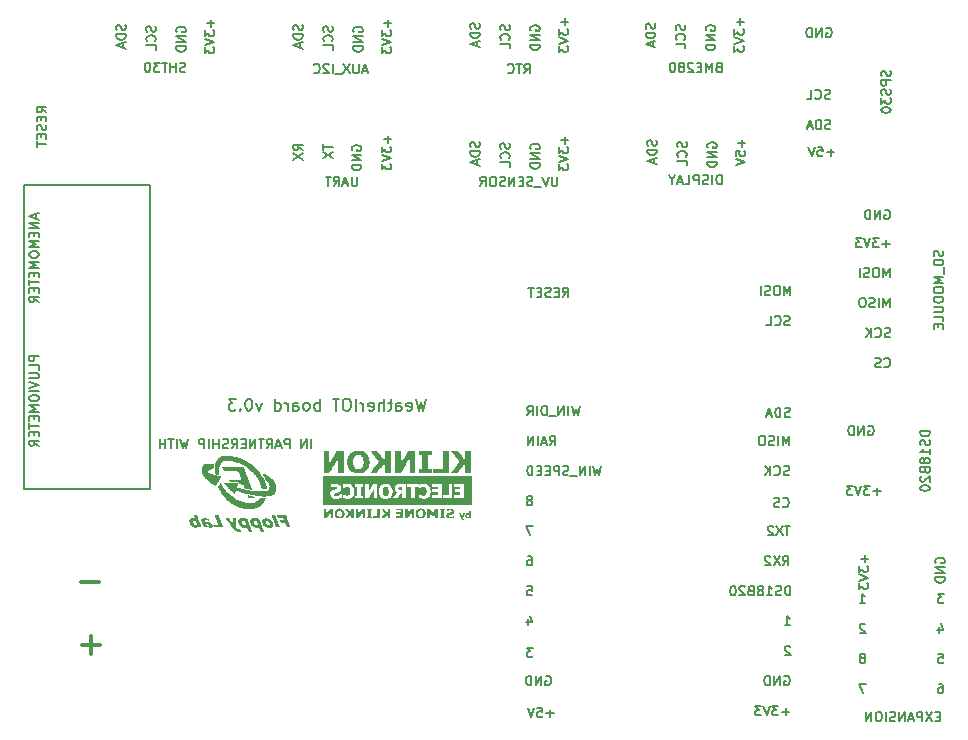
<source format=gbr>
%TF.GenerationSoftware,KiCad,Pcbnew,7.0.7*%
%TF.CreationDate,2023-11-15T18:09:06+01:00*%
%TF.ProjectId,ESP32_Weather_Servizio_Meteo_Sovramontino_v0.2,45535033-325f-4576-9561-746865725f53,rev?*%
%TF.SameCoordinates,Original*%
%TF.FileFunction,Legend,Bot*%
%TF.FilePolarity,Positive*%
%FSLAX46Y46*%
G04 Gerber Fmt 4.6, Leading zero omitted, Abs format (unit mm)*
G04 Created by KiCad (PCBNEW 7.0.7) date 2023-11-15 18:09:06*
%MOMM*%
%LPD*%
G01*
G04 APERTURE LIST*
%ADD10C,0.150000*%
%ADD11C,0.300000*%
G04 APERTURE END LIST*
D10*
X129375000Y-44445000D02*
X140043000Y-44445000D01*
X140043000Y-70226000D01*
X129375000Y-70226000D01*
X129375000Y-44445000D01*
X202666571Y-54840295D02*
X202666571Y-54040295D01*
X202666571Y-54040295D02*
X202399905Y-54611723D01*
X202399905Y-54611723D02*
X202133238Y-54040295D01*
X202133238Y-54040295D02*
X202133238Y-54840295D01*
X201752285Y-54840295D02*
X201752285Y-54040295D01*
X201409429Y-54802200D02*
X201295143Y-54840295D01*
X201295143Y-54840295D02*
X201104667Y-54840295D01*
X201104667Y-54840295D02*
X201028476Y-54802200D01*
X201028476Y-54802200D02*
X200990381Y-54764104D01*
X200990381Y-54764104D02*
X200952286Y-54687914D01*
X200952286Y-54687914D02*
X200952286Y-54611723D01*
X200952286Y-54611723D02*
X200990381Y-54535533D01*
X200990381Y-54535533D02*
X201028476Y-54497438D01*
X201028476Y-54497438D02*
X201104667Y-54459342D01*
X201104667Y-54459342D02*
X201257048Y-54421247D01*
X201257048Y-54421247D02*
X201333238Y-54383152D01*
X201333238Y-54383152D02*
X201371333Y-54345057D01*
X201371333Y-54345057D02*
X201409429Y-54268866D01*
X201409429Y-54268866D02*
X201409429Y-54192676D01*
X201409429Y-54192676D02*
X201371333Y-54116485D01*
X201371333Y-54116485D02*
X201333238Y-54078390D01*
X201333238Y-54078390D02*
X201257048Y-54040295D01*
X201257048Y-54040295D02*
X201066571Y-54040295D01*
X201066571Y-54040295D02*
X200952286Y-54078390D01*
X200457047Y-54040295D02*
X200304666Y-54040295D01*
X200304666Y-54040295D02*
X200228476Y-54078390D01*
X200228476Y-54078390D02*
X200152285Y-54154580D01*
X200152285Y-54154580D02*
X200114190Y-54306961D01*
X200114190Y-54306961D02*
X200114190Y-54573628D01*
X200114190Y-54573628D02*
X200152285Y-54726009D01*
X200152285Y-54726009D02*
X200228476Y-54802200D01*
X200228476Y-54802200D02*
X200304666Y-54840295D01*
X200304666Y-54840295D02*
X200457047Y-54840295D01*
X200457047Y-54840295D02*
X200533238Y-54802200D01*
X200533238Y-54802200D02*
X200609428Y-54726009D01*
X200609428Y-54726009D02*
X200647524Y-54573628D01*
X200647524Y-54573628D02*
X200647524Y-54306961D01*
X200647524Y-54306961D02*
X200609428Y-54154580D01*
X200609428Y-54154580D02*
X200533238Y-54078390D01*
X200533238Y-54078390D02*
X200457047Y-54040295D01*
X172021618Y-75884295D02*
X172173999Y-75884295D01*
X172173999Y-75884295D02*
X172250190Y-75922390D01*
X172250190Y-75922390D02*
X172288285Y-75960485D01*
X172288285Y-75960485D02*
X172364475Y-76074771D01*
X172364475Y-76074771D02*
X172402571Y-76227152D01*
X172402571Y-76227152D02*
X172402571Y-76531914D01*
X172402571Y-76531914D02*
X172364475Y-76608104D01*
X172364475Y-76608104D02*
X172326380Y-76646200D01*
X172326380Y-76646200D02*
X172250190Y-76684295D01*
X172250190Y-76684295D02*
X172097809Y-76684295D01*
X172097809Y-76684295D02*
X172021618Y-76646200D01*
X172021618Y-76646200D02*
X171983523Y-76608104D01*
X171983523Y-76608104D02*
X171945428Y-76531914D01*
X171945428Y-76531914D02*
X171945428Y-76341438D01*
X171945428Y-76341438D02*
X171983523Y-76265247D01*
X171983523Y-76265247D02*
X172021618Y-76227152D01*
X172021618Y-76227152D02*
X172097809Y-76189057D01*
X172097809Y-76189057D02*
X172250190Y-76189057D01*
X172250190Y-76189057D02*
X172326380Y-76227152D01*
X172326380Y-76227152D02*
X172364475Y-76265247D01*
X172364475Y-76265247D02*
X172402571Y-76341438D01*
X188175762Y-34482247D02*
X188061476Y-34520342D01*
X188061476Y-34520342D02*
X188023381Y-34558438D01*
X188023381Y-34558438D02*
X187985285Y-34634628D01*
X187985285Y-34634628D02*
X187985285Y-34748914D01*
X187985285Y-34748914D02*
X188023381Y-34825104D01*
X188023381Y-34825104D02*
X188061476Y-34863200D01*
X188061476Y-34863200D02*
X188137666Y-34901295D01*
X188137666Y-34901295D02*
X188442428Y-34901295D01*
X188442428Y-34901295D02*
X188442428Y-34101295D01*
X188442428Y-34101295D02*
X188175762Y-34101295D01*
X188175762Y-34101295D02*
X188099571Y-34139390D01*
X188099571Y-34139390D02*
X188061476Y-34177485D01*
X188061476Y-34177485D02*
X188023381Y-34253676D01*
X188023381Y-34253676D02*
X188023381Y-34329866D01*
X188023381Y-34329866D02*
X188061476Y-34406057D01*
X188061476Y-34406057D02*
X188099571Y-34444152D01*
X188099571Y-34444152D02*
X188175762Y-34482247D01*
X188175762Y-34482247D02*
X188442428Y-34482247D01*
X187642428Y-34901295D02*
X187642428Y-34101295D01*
X187642428Y-34101295D02*
X187375762Y-34672723D01*
X187375762Y-34672723D02*
X187109095Y-34101295D01*
X187109095Y-34101295D02*
X187109095Y-34901295D01*
X186728142Y-34482247D02*
X186461476Y-34482247D01*
X186347190Y-34901295D02*
X186728142Y-34901295D01*
X186728142Y-34901295D02*
X186728142Y-34101295D01*
X186728142Y-34101295D02*
X186347190Y-34101295D01*
X186042428Y-34177485D02*
X186004332Y-34139390D01*
X186004332Y-34139390D02*
X185928142Y-34101295D01*
X185928142Y-34101295D02*
X185737666Y-34101295D01*
X185737666Y-34101295D02*
X185661475Y-34139390D01*
X185661475Y-34139390D02*
X185623380Y-34177485D01*
X185623380Y-34177485D02*
X185585285Y-34253676D01*
X185585285Y-34253676D02*
X185585285Y-34329866D01*
X185585285Y-34329866D02*
X185623380Y-34444152D01*
X185623380Y-34444152D02*
X186080523Y-34901295D01*
X186080523Y-34901295D02*
X185585285Y-34901295D01*
X185128142Y-34444152D02*
X185204332Y-34406057D01*
X185204332Y-34406057D02*
X185242427Y-34367961D01*
X185242427Y-34367961D02*
X185280523Y-34291771D01*
X185280523Y-34291771D02*
X185280523Y-34253676D01*
X185280523Y-34253676D02*
X185242427Y-34177485D01*
X185242427Y-34177485D02*
X185204332Y-34139390D01*
X185204332Y-34139390D02*
X185128142Y-34101295D01*
X185128142Y-34101295D02*
X184975761Y-34101295D01*
X184975761Y-34101295D02*
X184899570Y-34139390D01*
X184899570Y-34139390D02*
X184861475Y-34177485D01*
X184861475Y-34177485D02*
X184823380Y-34253676D01*
X184823380Y-34253676D02*
X184823380Y-34291771D01*
X184823380Y-34291771D02*
X184861475Y-34367961D01*
X184861475Y-34367961D02*
X184899570Y-34406057D01*
X184899570Y-34406057D02*
X184975761Y-34444152D01*
X184975761Y-34444152D02*
X185128142Y-34444152D01*
X185128142Y-34444152D02*
X185204332Y-34482247D01*
X185204332Y-34482247D02*
X185242427Y-34520342D01*
X185242427Y-34520342D02*
X185280523Y-34596533D01*
X185280523Y-34596533D02*
X185280523Y-34748914D01*
X185280523Y-34748914D02*
X185242427Y-34825104D01*
X185242427Y-34825104D02*
X185204332Y-34863200D01*
X185204332Y-34863200D02*
X185128142Y-34901295D01*
X185128142Y-34901295D02*
X184975761Y-34901295D01*
X184975761Y-34901295D02*
X184899570Y-34863200D01*
X184899570Y-34863200D02*
X184861475Y-34825104D01*
X184861475Y-34825104D02*
X184823380Y-34748914D01*
X184823380Y-34748914D02*
X184823380Y-34596533D01*
X184823380Y-34596533D02*
X184861475Y-34520342D01*
X184861475Y-34520342D02*
X184899570Y-34482247D01*
X184899570Y-34482247D02*
X184975761Y-34444152D01*
X184328141Y-34101295D02*
X184251951Y-34101295D01*
X184251951Y-34101295D02*
X184175760Y-34139390D01*
X184175760Y-34139390D02*
X184137665Y-34177485D01*
X184137665Y-34177485D02*
X184099570Y-34253676D01*
X184099570Y-34253676D02*
X184061475Y-34406057D01*
X184061475Y-34406057D02*
X184061475Y-34596533D01*
X184061475Y-34596533D02*
X184099570Y-34748914D01*
X184099570Y-34748914D02*
X184137665Y-34825104D01*
X184137665Y-34825104D02*
X184175760Y-34863200D01*
X184175760Y-34863200D02*
X184251951Y-34901295D01*
X184251951Y-34901295D02*
X184328141Y-34901295D01*
X184328141Y-34901295D02*
X184404332Y-34863200D01*
X184404332Y-34863200D02*
X184442427Y-34825104D01*
X184442427Y-34825104D02*
X184480522Y-34748914D01*
X184480522Y-34748914D02*
X184518618Y-34596533D01*
X184518618Y-34596533D02*
X184518618Y-34406057D01*
X184518618Y-34406057D02*
X184480522Y-34253676D01*
X184480522Y-34253676D02*
X184442427Y-34177485D01*
X184442427Y-34177485D02*
X184404332Y-34139390D01*
X184404332Y-34139390D02*
X184328141Y-34101295D01*
X194157523Y-89079533D02*
X193548000Y-89079533D01*
X193852761Y-89384295D02*
X193852761Y-88774771D01*
X193243238Y-88584295D02*
X192748000Y-88584295D01*
X192748000Y-88584295D02*
X193014666Y-88889057D01*
X193014666Y-88889057D02*
X192900381Y-88889057D01*
X192900381Y-88889057D02*
X192824190Y-88927152D01*
X192824190Y-88927152D02*
X192786095Y-88965247D01*
X192786095Y-88965247D02*
X192748000Y-89041438D01*
X192748000Y-89041438D02*
X192748000Y-89231914D01*
X192748000Y-89231914D02*
X192786095Y-89308104D01*
X192786095Y-89308104D02*
X192824190Y-89346200D01*
X192824190Y-89346200D02*
X192900381Y-89384295D01*
X192900381Y-89384295D02*
X193128952Y-89384295D01*
X193128952Y-89384295D02*
X193205143Y-89346200D01*
X193205143Y-89346200D02*
X193243238Y-89308104D01*
X192519428Y-88584295D02*
X192252761Y-89384295D01*
X192252761Y-89384295D02*
X191986095Y-88584295D01*
X191795619Y-88584295D02*
X191300381Y-88584295D01*
X191300381Y-88584295D02*
X191567047Y-88889057D01*
X191567047Y-88889057D02*
X191452762Y-88889057D01*
X191452762Y-88889057D02*
X191376571Y-88927152D01*
X191376571Y-88927152D02*
X191338476Y-88965247D01*
X191338476Y-88965247D02*
X191300381Y-89041438D01*
X191300381Y-89041438D02*
X191300381Y-89231914D01*
X191300381Y-89231914D02*
X191338476Y-89308104D01*
X191338476Y-89308104D02*
X191376571Y-89346200D01*
X191376571Y-89346200D02*
X191452762Y-89384295D01*
X191452762Y-89384295D02*
X191681333Y-89384295D01*
X191681333Y-89384295D02*
X191757524Y-89346200D01*
X191757524Y-89346200D02*
X191795619Y-89308104D01*
X173545523Y-86082390D02*
X173621713Y-86044295D01*
X173621713Y-86044295D02*
X173735999Y-86044295D01*
X173735999Y-86044295D02*
X173850285Y-86082390D01*
X173850285Y-86082390D02*
X173926475Y-86158580D01*
X173926475Y-86158580D02*
X173964570Y-86234771D01*
X173964570Y-86234771D02*
X174002666Y-86387152D01*
X174002666Y-86387152D02*
X174002666Y-86501438D01*
X174002666Y-86501438D02*
X173964570Y-86653819D01*
X173964570Y-86653819D02*
X173926475Y-86730009D01*
X173926475Y-86730009D02*
X173850285Y-86806200D01*
X173850285Y-86806200D02*
X173735999Y-86844295D01*
X173735999Y-86844295D02*
X173659808Y-86844295D01*
X173659808Y-86844295D02*
X173545523Y-86806200D01*
X173545523Y-86806200D02*
X173507427Y-86768104D01*
X173507427Y-86768104D02*
X173507427Y-86501438D01*
X173507427Y-86501438D02*
X173659808Y-86501438D01*
X173164570Y-86844295D02*
X173164570Y-86044295D01*
X173164570Y-86044295D02*
X172707427Y-86844295D01*
X172707427Y-86844295D02*
X172707427Y-86044295D01*
X172326475Y-86844295D02*
X172326475Y-86044295D01*
X172326475Y-86044295D02*
X172135999Y-86044295D01*
X172135999Y-86044295D02*
X172021713Y-86082390D01*
X172021713Y-86082390D02*
X171945523Y-86158580D01*
X171945523Y-86158580D02*
X171907428Y-86234771D01*
X171907428Y-86234771D02*
X171869332Y-86387152D01*
X171869332Y-86387152D02*
X171869332Y-86501438D01*
X171869332Y-86501438D02*
X171907428Y-86653819D01*
X171907428Y-86653819D02*
X171945523Y-86730009D01*
X171945523Y-86730009D02*
X172021713Y-86806200D01*
X172021713Y-86806200D02*
X172135999Y-86844295D01*
X172135999Y-86844295D02*
X172326475Y-86844295D01*
X155480200Y-31046618D02*
X155518295Y-31160904D01*
X155518295Y-31160904D02*
X155518295Y-31351380D01*
X155518295Y-31351380D02*
X155480200Y-31427571D01*
X155480200Y-31427571D02*
X155442104Y-31465666D01*
X155442104Y-31465666D02*
X155365914Y-31503761D01*
X155365914Y-31503761D02*
X155289723Y-31503761D01*
X155289723Y-31503761D02*
X155213533Y-31465666D01*
X155213533Y-31465666D02*
X155175438Y-31427571D01*
X155175438Y-31427571D02*
X155137342Y-31351380D01*
X155137342Y-31351380D02*
X155099247Y-31198999D01*
X155099247Y-31198999D02*
X155061152Y-31122809D01*
X155061152Y-31122809D02*
X155023057Y-31084714D01*
X155023057Y-31084714D02*
X154946866Y-31046618D01*
X154946866Y-31046618D02*
X154870676Y-31046618D01*
X154870676Y-31046618D02*
X154794485Y-31084714D01*
X154794485Y-31084714D02*
X154756390Y-31122809D01*
X154756390Y-31122809D02*
X154718295Y-31198999D01*
X154718295Y-31198999D02*
X154718295Y-31389476D01*
X154718295Y-31389476D02*
X154756390Y-31503761D01*
X155442104Y-32303762D02*
X155480200Y-32265666D01*
X155480200Y-32265666D02*
X155518295Y-32151381D01*
X155518295Y-32151381D02*
X155518295Y-32075190D01*
X155518295Y-32075190D02*
X155480200Y-31960904D01*
X155480200Y-31960904D02*
X155404009Y-31884714D01*
X155404009Y-31884714D02*
X155327819Y-31846619D01*
X155327819Y-31846619D02*
X155175438Y-31808523D01*
X155175438Y-31808523D02*
X155061152Y-31808523D01*
X155061152Y-31808523D02*
X154908771Y-31846619D01*
X154908771Y-31846619D02*
X154832580Y-31884714D01*
X154832580Y-31884714D02*
X154756390Y-31960904D01*
X154756390Y-31960904D02*
X154718295Y-32075190D01*
X154718295Y-32075190D02*
X154718295Y-32151381D01*
X154718295Y-32151381D02*
X154756390Y-32265666D01*
X154756390Y-32265666D02*
X154794485Y-32303762D01*
X155518295Y-33027571D02*
X155518295Y-32646619D01*
X155518295Y-32646619D02*
X154718295Y-32646619D01*
X174986904Y-53951295D02*
X175253571Y-53570342D01*
X175444047Y-53951295D02*
X175444047Y-53151295D01*
X175444047Y-53151295D02*
X175139285Y-53151295D01*
X175139285Y-53151295D02*
X175063095Y-53189390D01*
X175063095Y-53189390D02*
X175025000Y-53227485D01*
X175025000Y-53227485D02*
X174986904Y-53303676D01*
X174986904Y-53303676D02*
X174986904Y-53417961D01*
X174986904Y-53417961D02*
X175025000Y-53494152D01*
X175025000Y-53494152D02*
X175063095Y-53532247D01*
X175063095Y-53532247D02*
X175139285Y-53570342D01*
X175139285Y-53570342D02*
X175444047Y-53570342D01*
X174644047Y-53532247D02*
X174377381Y-53532247D01*
X174263095Y-53951295D02*
X174644047Y-53951295D01*
X174644047Y-53951295D02*
X174644047Y-53151295D01*
X174644047Y-53151295D02*
X174263095Y-53151295D01*
X173958333Y-53913200D02*
X173844047Y-53951295D01*
X173844047Y-53951295D02*
X173653571Y-53951295D01*
X173653571Y-53951295D02*
X173577380Y-53913200D01*
X173577380Y-53913200D02*
X173539285Y-53875104D01*
X173539285Y-53875104D02*
X173501190Y-53798914D01*
X173501190Y-53798914D02*
X173501190Y-53722723D01*
X173501190Y-53722723D02*
X173539285Y-53646533D01*
X173539285Y-53646533D02*
X173577380Y-53608438D01*
X173577380Y-53608438D02*
X173653571Y-53570342D01*
X173653571Y-53570342D02*
X173805952Y-53532247D01*
X173805952Y-53532247D02*
X173882142Y-53494152D01*
X173882142Y-53494152D02*
X173920237Y-53456057D01*
X173920237Y-53456057D02*
X173958333Y-53379866D01*
X173958333Y-53379866D02*
X173958333Y-53303676D01*
X173958333Y-53303676D02*
X173920237Y-53227485D01*
X173920237Y-53227485D02*
X173882142Y-53189390D01*
X173882142Y-53189390D02*
X173805952Y-53151295D01*
X173805952Y-53151295D02*
X173615475Y-53151295D01*
X173615475Y-53151295D02*
X173501190Y-53189390D01*
X173158332Y-53532247D02*
X172891666Y-53532247D01*
X172777380Y-53951295D02*
X173158332Y-53951295D01*
X173158332Y-53951295D02*
X173158332Y-53151295D01*
X173158332Y-53151295D02*
X172777380Y-53151295D01*
X172548808Y-53151295D02*
X172091665Y-53151295D01*
X172320237Y-53951295D02*
X172320237Y-53151295D01*
X194246285Y-79224295D02*
X194246285Y-78424295D01*
X194246285Y-78424295D02*
X194055809Y-78424295D01*
X194055809Y-78424295D02*
X193941523Y-78462390D01*
X193941523Y-78462390D02*
X193865333Y-78538580D01*
X193865333Y-78538580D02*
X193827238Y-78614771D01*
X193827238Y-78614771D02*
X193789142Y-78767152D01*
X193789142Y-78767152D02*
X193789142Y-78881438D01*
X193789142Y-78881438D02*
X193827238Y-79033819D01*
X193827238Y-79033819D02*
X193865333Y-79110009D01*
X193865333Y-79110009D02*
X193941523Y-79186200D01*
X193941523Y-79186200D02*
X194055809Y-79224295D01*
X194055809Y-79224295D02*
X194246285Y-79224295D01*
X193484381Y-79186200D02*
X193370095Y-79224295D01*
X193370095Y-79224295D02*
X193179619Y-79224295D01*
X193179619Y-79224295D02*
X193103428Y-79186200D01*
X193103428Y-79186200D02*
X193065333Y-79148104D01*
X193065333Y-79148104D02*
X193027238Y-79071914D01*
X193027238Y-79071914D02*
X193027238Y-78995723D01*
X193027238Y-78995723D02*
X193065333Y-78919533D01*
X193065333Y-78919533D02*
X193103428Y-78881438D01*
X193103428Y-78881438D02*
X193179619Y-78843342D01*
X193179619Y-78843342D02*
X193332000Y-78805247D01*
X193332000Y-78805247D02*
X193408190Y-78767152D01*
X193408190Y-78767152D02*
X193446285Y-78729057D01*
X193446285Y-78729057D02*
X193484381Y-78652866D01*
X193484381Y-78652866D02*
X193484381Y-78576676D01*
X193484381Y-78576676D02*
X193446285Y-78500485D01*
X193446285Y-78500485D02*
X193408190Y-78462390D01*
X193408190Y-78462390D02*
X193332000Y-78424295D01*
X193332000Y-78424295D02*
X193141523Y-78424295D01*
X193141523Y-78424295D02*
X193027238Y-78462390D01*
X192265333Y-79224295D02*
X192722476Y-79224295D01*
X192493904Y-79224295D02*
X192493904Y-78424295D01*
X192493904Y-78424295D02*
X192570095Y-78538580D01*
X192570095Y-78538580D02*
X192646285Y-78614771D01*
X192646285Y-78614771D02*
X192722476Y-78652866D01*
X191808190Y-78767152D02*
X191884380Y-78729057D01*
X191884380Y-78729057D02*
X191922475Y-78690961D01*
X191922475Y-78690961D02*
X191960571Y-78614771D01*
X191960571Y-78614771D02*
X191960571Y-78576676D01*
X191960571Y-78576676D02*
X191922475Y-78500485D01*
X191922475Y-78500485D02*
X191884380Y-78462390D01*
X191884380Y-78462390D02*
X191808190Y-78424295D01*
X191808190Y-78424295D02*
X191655809Y-78424295D01*
X191655809Y-78424295D02*
X191579618Y-78462390D01*
X191579618Y-78462390D02*
X191541523Y-78500485D01*
X191541523Y-78500485D02*
X191503428Y-78576676D01*
X191503428Y-78576676D02*
X191503428Y-78614771D01*
X191503428Y-78614771D02*
X191541523Y-78690961D01*
X191541523Y-78690961D02*
X191579618Y-78729057D01*
X191579618Y-78729057D02*
X191655809Y-78767152D01*
X191655809Y-78767152D02*
X191808190Y-78767152D01*
X191808190Y-78767152D02*
X191884380Y-78805247D01*
X191884380Y-78805247D02*
X191922475Y-78843342D01*
X191922475Y-78843342D02*
X191960571Y-78919533D01*
X191960571Y-78919533D02*
X191960571Y-79071914D01*
X191960571Y-79071914D02*
X191922475Y-79148104D01*
X191922475Y-79148104D02*
X191884380Y-79186200D01*
X191884380Y-79186200D02*
X191808190Y-79224295D01*
X191808190Y-79224295D02*
X191655809Y-79224295D01*
X191655809Y-79224295D02*
X191579618Y-79186200D01*
X191579618Y-79186200D02*
X191541523Y-79148104D01*
X191541523Y-79148104D02*
X191503428Y-79071914D01*
X191503428Y-79071914D02*
X191503428Y-78919533D01*
X191503428Y-78919533D02*
X191541523Y-78843342D01*
X191541523Y-78843342D02*
X191579618Y-78805247D01*
X191579618Y-78805247D02*
X191655809Y-78767152D01*
X190893904Y-78805247D02*
X190779618Y-78843342D01*
X190779618Y-78843342D02*
X190741523Y-78881438D01*
X190741523Y-78881438D02*
X190703427Y-78957628D01*
X190703427Y-78957628D02*
X190703427Y-79071914D01*
X190703427Y-79071914D02*
X190741523Y-79148104D01*
X190741523Y-79148104D02*
X190779618Y-79186200D01*
X190779618Y-79186200D02*
X190855808Y-79224295D01*
X190855808Y-79224295D02*
X191160570Y-79224295D01*
X191160570Y-79224295D02*
X191160570Y-78424295D01*
X191160570Y-78424295D02*
X190893904Y-78424295D01*
X190893904Y-78424295D02*
X190817713Y-78462390D01*
X190817713Y-78462390D02*
X190779618Y-78500485D01*
X190779618Y-78500485D02*
X190741523Y-78576676D01*
X190741523Y-78576676D02*
X190741523Y-78652866D01*
X190741523Y-78652866D02*
X190779618Y-78729057D01*
X190779618Y-78729057D02*
X190817713Y-78767152D01*
X190817713Y-78767152D02*
X190893904Y-78805247D01*
X190893904Y-78805247D02*
X191160570Y-78805247D01*
X190398666Y-78500485D02*
X190360570Y-78462390D01*
X190360570Y-78462390D02*
X190284380Y-78424295D01*
X190284380Y-78424295D02*
X190093904Y-78424295D01*
X190093904Y-78424295D02*
X190017713Y-78462390D01*
X190017713Y-78462390D02*
X189979618Y-78500485D01*
X189979618Y-78500485D02*
X189941523Y-78576676D01*
X189941523Y-78576676D02*
X189941523Y-78652866D01*
X189941523Y-78652866D02*
X189979618Y-78767152D01*
X189979618Y-78767152D02*
X190436761Y-79224295D01*
X190436761Y-79224295D02*
X189941523Y-79224295D01*
X189446284Y-78424295D02*
X189370094Y-78424295D01*
X189370094Y-78424295D02*
X189293903Y-78462390D01*
X189293903Y-78462390D02*
X189255808Y-78500485D01*
X189255808Y-78500485D02*
X189217713Y-78576676D01*
X189217713Y-78576676D02*
X189179618Y-78729057D01*
X189179618Y-78729057D02*
X189179618Y-78919533D01*
X189179618Y-78919533D02*
X189217713Y-79071914D01*
X189217713Y-79071914D02*
X189255808Y-79148104D01*
X189255808Y-79148104D02*
X189293903Y-79186200D01*
X189293903Y-79186200D02*
X189370094Y-79224295D01*
X189370094Y-79224295D02*
X189446284Y-79224295D01*
X189446284Y-79224295D02*
X189522475Y-79186200D01*
X189522475Y-79186200D02*
X189560570Y-79148104D01*
X189560570Y-79148104D02*
X189598665Y-79071914D01*
X189598665Y-79071914D02*
X189636761Y-78919533D01*
X189636761Y-78919533D02*
X189636761Y-78729057D01*
X189636761Y-78729057D02*
X189598665Y-78576676D01*
X189598665Y-78576676D02*
X189560570Y-78500485D01*
X189560570Y-78500485D02*
X189522475Y-78462390D01*
X189522475Y-78462390D02*
X189446284Y-78424295D01*
X130397723Y-46934665D02*
X130397723Y-47315618D01*
X130626295Y-46858475D02*
X129826295Y-47125142D01*
X129826295Y-47125142D02*
X130626295Y-47391808D01*
X130626295Y-47658475D02*
X129826295Y-47658475D01*
X129826295Y-47658475D02*
X130626295Y-48115618D01*
X130626295Y-48115618D02*
X129826295Y-48115618D01*
X130207247Y-48496570D02*
X130207247Y-48763236D01*
X130626295Y-48877522D02*
X130626295Y-48496570D01*
X130626295Y-48496570D02*
X129826295Y-48496570D01*
X129826295Y-48496570D02*
X129826295Y-48877522D01*
X130626295Y-49220380D02*
X129826295Y-49220380D01*
X129826295Y-49220380D02*
X130397723Y-49487046D01*
X130397723Y-49487046D02*
X129826295Y-49753713D01*
X129826295Y-49753713D02*
X130626295Y-49753713D01*
X129826295Y-50287047D02*
X129826295Y-50439428D01*
X129826295Y-50439428D02*
X129864390Y-50515618D01*
X129864390Y-50515618D02*
X129940580Y-50591809D01*
X129940580Y-50591809D02*
X130092961Y-50629904D01*
X130092961Y-50629904D02*
X130359628Y-50629904D01*
X130359628Y-50629904D02*
X130512009Y-50591809D01*
X130512009Y-50591809D02*
X130588200Y-50515618D01*
X130588200Y-50515618D02*
X130626295Y-50439428D01*
X130626295Y-50439428D02*
X130626295Y-50287047D01*
X130626295Y-50287047D02*
X130588200Y-50210856D01*
X130588200Y-50210856D02*
X130512009Y-50134666D01*
X130512009Y-50134666D02*
X130359628Y-50096570D01*
X130359628Y-50096570D02*
X130092961Y-50096570D01*
X130092961Y-50096570D02*
X129940580Y-50134666D01*
X129940580Y-50134666D02*
X129864390Y-50210856D01*
X129864390Y-50210856D02*
X129826295Y-50287047D01*
X130626295Y-50972761D02*
X129826295Y-50972761D01*
X129826295Y-50972761D02*
X130397723Y-51239427D01*
X130397723Y-51239427D02*
X129826295Y-51506094D01*
X129826295Y-51506094D02*
X130626295Y-51506094D01*
X130207247Y-51887047D02*
X130207247Y-52153713D01*
X130626295Y-52267999D02*
X130626295Y-51887047D01*
X130626295Y-51887047D02*
X129826295Y-51887047D01*
X129826295Y-51887047D02*
X129826295Y-52267999D01*
X129826295Y-52496571D02*
X129826295Y-52953714D01*
X130626295Y-52725142D02*
X129826295Y-52725142D01*
X130207247Y-53220381D02*
X130207247Y-53487047D01*
X130626295Y-53601333D02*
X130626295Y-53220381D01*
X130626295Y-53220381D02*
X129826295Y-53220381D01*
X129826295Y-53220381D02*
X129826295Y-53601333D01*
X130626295Y-54401334D02*
X130245342Y-54134667D01*
X130626295Y-53944191D02*
X129826295Y-53944191D01*
X129826295Y-53944191D02*
X129826295Y-54248953D01*
X129826295Y-54248953D02*
X129864390Y-54325143D01*
X129864390Y-54325143D02*
X129902485Y-54363238D01*
X129902485Y-54363238D02*
X129978676Y-54401334D01*
X129978676Y-54401334D02*
X130092961Y-54401334D01*
X130092961Y-54401334D02*
X130169152Y-54363238D01*
X130169152Y-54363238D02*
X130207247Y-54325143D01*
X130207247Y-54325143D02*
X130245342Y-54248953D01*
X130245342Y-54248953D02*
X130245342Y-53944191D01*
X140494200Y-31046618D02*
X140532295Y-31160904D01*
X140532295Y-31160904D02*
X140532295Y-31351380D01*
X140532295Y-31351380D02*
X140494200Y-31427571D01*
X140494200Y-31427571D02*
X140456104Y-31465666D01*
X140456104Y-31465666D02*
X140379914Y-31503761D01*
X140379914Y-31503761D02*
X140303723Y-31503761D01*
X140303723Y-31503761D02*
X140227533Y-31465666D01*
X140227533Y-31465666D02*
X140189438Y-31427571D01*
X140189438Y-31427571D02*
X140151342Y-31351380D01*
X140151342Y-31351380D02*
X140113247Y-31198999D01*
X140113247Y-31198999D02*
X140075152Y-31122809D01*
X140075152Y-31122809D02*
X140037057Y-31084714D01*
X140037057Y-31084714D02*
X139960866Y-31046618D01*
X139960866Y-31046618D02*
X139884676Y-31046618D01*
X139884676Y-31046618D02*
X139808485Y-31084714D01*
X139808485Y-31084714D02*
X139770390Y-31122809D01*
X139770390Y-31122809D02*
X139732295Y-31198999D01*
X139732295Y-31198999D02*
X139732295Y-31389476D01*
X139732295Y-31389476D02*
X139770390Y-31503761D01*
X140456104Y-32303762D02*
X140494200Y-32265666D01*
X140494200Y-32265666D02*
X140532295Y-32151381D01*
X140532295Y-32151381D02*
X140532295Y-32075190D01*
X140532295Y-32075190D02*
X140494200Y-31960904D01*
X140494200Y-31960904D02*
X140418009Y-31884714D01*
X140418009Y-31884714D02*
X140341819Y-31846619D01*
X140341819Y-31846619D02*
X140189438Y-31808523D01*
X140189438Y-31808523D02*
X140075152Y-31808523D01*
X140075152Y-31808523D02*
X139922771Y-31846619D01*
X139922771Y-31846619D02*
X139846580Y-31884714D01*
X139846580Y-31884714D02*
X139770390Y-31960904D01*
X139770390Y-31960904D02*
X139732295Y-32075190D01*
X139732295Y-32075190D02*
X139732295Y-32151381D01*
X139732295Y-32151381D02*
X139770390Y-32265666D01*
X139770390Y-32265666D02*
X139808485Y-32303762D01*
X140532295Y-33027571D02*
X140532295Y-32646619D01*
X140532295Y-32646619D02*
X139732295Y-32646619D01*
X194227428Y-64073200D02*
X194113142Y-64111295D01*
X194113142Y-64111295D02*
X193922666Y-64111295D01*
X193922666Y-64111295D02*
X193846475Y-64073200D01*
X193846475Y-64073200D02*
X193808380Y-64035104D01*
X193808380Y-64035104D02*
X193770285Y-63958914D01*
X193770285Y-63958914D02*
X193770285Y-63882723D01*
X193770285Y-63882723D02*
X193808380Y-63806533D01*
X193808380Y-63806533D02*
X193846475Y-63768438D01*
X193846475Y-63768438D02*
X193922666Y-63730342D01*
X193922666Y-63730342D02*
X194075047Y-63692247D01*
X194075047Y-63692247D02*
X194151237Y-63654152D01*
X194151237Y-63654152D02*
X194189332Y-63616057D01*
X194189332Y-63616057D02*
X194227428Y-63539866D01*
X194227428Y-63539866D02*
X194227428Y-63463676D01*
X194227428Y-63463676D02*
X194189332Y-63387485D01*
X194189332Y-63387485D02*
X194151237Y-63349390D01*
X194151237Y-63349390D02*
X194075047Y-63311295D01*
X194075047Y-63311295D02*
X193884570Y-63311295D01*
X193884570Y-63311295D02*
X193770285Y-63349390D01*
X193427427Y-64111295D02*
X193427427Y-63311295D01*
X193427427Y-63311295D02*
X193236951Y-63311295D01*
X193236951Y-63311295D02*
X193122665Y-63349390D01*
X193122665Y-63349390D02*
X193046475Y-63425580D01*
X193046475Y-63425580D02*
X193008380Y-63501771D01*
X193008380Y-63501771D02*
X192970284Y-63654152D01*
X192970284Y-63654152D02*
X192970284Y-63768438D01*
X192970284Y-63768438D02*
X193008380Y-63920819D01*
X193008380Y-63920819D02*
X193046475Y-63997009D01*
X193046475Y-63997009D02*
X193122665Y-64073200D01*
X193122665Y-64073200D02*
X193236951Y-64111295D01*
X193236951Y-64111295D02*
X193427427Y-64111295D01*
X192665523Y-63882723D02*
X192284570Y-63882723D01*
X192741713Y-64111295D02*
X192475046Y-63311295D01*
X192475046Y-63311295D02*
X192208380Y-64111295D01*
X200596571Y-81675485D02*
X200558475Y-81637390D01*
X200558475Y-81637390D02*
X200482285Y-81599295D01*
X200482285Y-81599295D02*
X200291809Y-81599295D01*
X200291809Y-81599295D02*
X200215618Y-81637390D01*
X200215618Y-81637390D02*
X200177523Y-81675485D01*
X200177523Y-81675485D02*
X200139428Y-81751676D01*
X200139428Y-81751676D02*
X200139428Y-81827866D01*
X200139428Y-81827866D02*
X200177523Y-81942152D01*
X200177523Y-81942152D02*
X200634666Y-82399295D01*
X200634666Y-82399295D02*
X200139428Y-82399295D01*
X202666571Y-52300295D02*
X202666571Y-51500295D01*
X202666571Y-51500295D02*
X202399905Y-52071723D01*
X202399905Y-52071723D02*
X202133238Y-51500295D01*
X202133238Y-51500295D02*
X202133238Y-52300295D01*
X201599904Y-51500295D02*
X201447523Y-51500295D01*
X201447523Y-51500295D02*
X201371333Y-51538390D01*
X201371333Y-51538390D02*
X201295142Y-51614580D01*
X201295142Y-51614580D02*
X201257047Y-51766961D01*
X201257047Y-51766961D02*
X201257047Y-52033628D01*
X201257047Y-52033628D02*
X201295142Y-52186009D01*
X201295142Y-52186009D02*
X201371333Y-52262200D01*
X201371333Y-52262200D02*
X201447523Y-52300295D01*
X201447523Y-52300295D02*
X201599904Y-52300295D01*
X201599904Y-52300295D02*
X201676095Y-52262200D01*
X201676095Y-52262200D02*
X201752285Y-52186009D01*
X201752285Y-52186009D02*
X201790381Y-52033628D01*
X201790381Y-52033628D02*
X201790381Y-51766961D01*
X201790381Y-51766961D02*
X201752285Y-51614580D01*
X201752285Y-51614580D02*
X201676095Y-51538390D01*
X201676095Y-51538390D02*
X201599904Y-51500295D01*
X200952286Y-52262200D02*
X200838000Y-52300295D01*
X200838000Y-52300295D02*
X200647524Y-52300295D01*
X200647524Y-52300295D02*
X200571333Y-52262200D01*
X200571333Y-52262200D02*
X200533238Y-52224104D01*
X200533238Y-52224104D02*
X200495143Y-52147914D01*
X200495143Y-52147914D02*
X200495143Y-52071723D01*
X200495143Y-52071723D02*
X200533238Y-51995533D01*
X200533238Y-51995533D02*
X200571333Y-51957438D01*
X200571333Y-51957438D02*
X200647524Y-51919342D01*
X200647524Y-51919342D02*
X200799905Y-51881247D01*
X200799905Y-51881247D02*
X200876095Y-51843152D01*
X200876095Y-51843152D02*
X200914190Y-51805057D01*
X200914190Y-51805057D02*
X200952286Y-51728866D01*
X200952286Y-51728866D02*
X200952286Y-51652676D01*
X200952286Y-51652676D02*
X200914190Y-51576485D01*
X200914190Y-51576485D02*
X200876095Y-51538390D01*
X200876095Y-51538390D02*
X200799905Y-51500295D01*
X200799905Y-51500295D02*
X200609428Y-51500295D01*
X200609428Y-51500295D02*
X200495143Y-51538390D01*
X200152285Y-52300295D02*
X200152285Y-51500295D01*
X152978295Y-41517667D02*
X152597342Y-41251000D01*
X152978295Y-41060524D02*
X152178295Y-41060524D01*
X152178295Y-41060524D02*
X152178295Y-41365286D01*
X152178295Y-41365286D02*
X152216390Y-41441476D01*
X152216390Y-41441476D02*
X152254485Y-41479571D01*
X152254485Y-41479571D02*
X152330676Y-41517667D01*
X152330676Y-41517667D02*
X152444961Y-41517667D01*
X152444961Y-41517667D02*
X152521152Y-41479571D01*
X152521152Y-41479571D02*
X152559247Y-41441476D01*
X152559247Y-41441476D02*
X152597342Y-41365286D01*
X152597342Y-41365286D02*
X152597342Y-41060524D01*
X152178295Y-41784333D02*
X152978295Y-42317667D01*
X152178295Y-42317667D02*
X152978295Y-41784333D01*
X193643285Y-76684295D02*
X193909952Y-76303342D01*
X194100428Y-76684295D02*
X194100428Y-75884295D01*
X194100428Y-75884295D02*
X193795666Y-75884295D01*
X193795666Y-75884295D02*
X193719476Y-75922390D01*
X193719476Y-75922390D02*
X193681381Y-75960485D01*
X193681381Y-75960485D02*
X193643285Y-76036676D01*
X193643285Y-76036676D02*
X193643285Y-76150961D01*
X193643285Y-76150961D02*
X193681381Y-76227152D01*
X193681381Y-76227152D02*
X193719476Y-76265247D01*
X193719476Y-76265247D02*
X193795666Y-76303342D01*
X193795666Y-76303342D02*
X194100428Y-76303342D01*
X193376619Y-75884295D02*
X192843285Y-76684295D01*
X192843285Y-75884295D02*
X193376619Y-76684295D01*
X192576619Y-75960485D02*
X192538523Y-75922390D01*
X192538523Y-75922390D02*
X192462333Y-75884295D01*
X192462333Y-75884295D02*
X192271857Y-75884295D01*
X192271857Y-75884295D02*
X192195666Y-75922390D01*
X192195666Y-75922390D02*
X192157571Y-75960485D01*
X192157571Y-75960485D02*
X192119476Y-76036676D01*
X192119476Y-76036676D02*
X192119476Y-76112866D01*
X192119476Y-76112866D02*
X192157571Y-76227152D01*
X192157571Y-76227152D02*
X192614714Y-76684295D01*
X192614714Y-76684295D02*
X192119476Y-76684295D01*
X157169390Y-41549476D02*
X157131295Y-41473286D01*
X157131295Y-41473286D02*
X157131295Y-41359000D01*
X157131295Y-41359000D02*
X157169390Y-41244714D01*
X157169390Y-41244714D02*
X157245580Y-41168524D01*
X157245580Y-41168524D02*
X157321771Y-41130429D01*
X157321771Y-41130429D02*
X157474152Y-41092333D01*
X157474152Y-41092333D02*
X157588438Y-41092333D01*
X157588438Y-41092333D02*
X157740819Y-41130429D01*
X157740819Y-41130429D02*
X157817009Y-41168524D01*
X157817009Y-41168524D02*
X157893200Y-41244714D01*
X157893200Y-41244714D02*
X157931295Y-41359000D01*
X157931295Y-41359000D02*
X157931295Y-41435191D01*
X157931295Y-41435191D02*
X157893200Y-41549476D01*
X157893200Y-41549476D02*
X157855104Y-41587572D01*
X157855104Y-41587572D02*
X157588438Y-41587572D01*
X157588438Y-41587572D02*
X157588438Y-41435191D01*
X157931295Y-41930429D02*
X157131295Y-41930429D01*
X157131295Y-41930429D02*
X157931295Y-42387572D01*
X157931295Y-42387572D02*
X157131295Y-42387572D01*
X157931295Y-42768524D02*
X157131295Y-42768524D01*
X157131295Y-42768524D02*
X157131295Y-42959000D01*
X157131295Y-42959000D02*
X157169390Y-43073286D01*
X157169390Y-43073286D02*
X157245580Y-43149476D01*
X157245580Y-43149476D02*
X157321771Y-43187571D01*
X157321771Y-43187571D02*
X157474152Y-43225667D01*
X157474152Y-43225667D02*
X157588438Y-43225667D01*
X157588438Y-43225667D02*
X157740819Y-43187571D01*
X157740819Y-43187571D02*
X157817009Y-43149476D01*
X157817009Y-43149476D02*
X157893200Y-43073286D01*
X157893200Y-43073286D02*
X157931295Y-42959000D01*
X157931295Y-42959000D02*
X157931295Y-42768524D01*
X206819618Y-86679295D02*
X206971999Y-86679295D01*
X206971999Y-86679295D02*
X207048190Y-86717390D01*
X207048190Y-86717390D02*
X207086285Y-86755485D01*
X207086285Y-86755485D02*
X207162475Y-86869771D01*
X207162475Y-86869771D02*
X207200571Y-87022152D01*
X207200571Y-87022152D02*
X207200571Y-87326914D01*
X207200571Y-87326914D02*
X207162475Y-87403104D01*
X207162475Y-87403104D02*
X207124380Y-87441200D01*
X207124380Y-87441200D02*
X207048190Y-87479295D01*
X207048190Y-87479295D02*
X206895809Y-87479295D01*
X206895809Y-87479295D02*
X206819618Y-87441200D01*
X206819618Y-87441200D02*
X206781523Y-87403104D01*
X206781523Y-87403104D02*
X206743428Y-87326914D01*
X206743428Y-87326914D02*
X206743428Y-87136438D01*
X206743428Y-87136438D02*
X206781523Y-87060247D01*
X206781523Y-87060247D02*
X206819618Y-87022152D01*
X206819618Y-87022152D02*
X206895809Y-86984057D01*
X206895809Y-86984057D02*
X207048190Y-86984057D01*
X207048190Y-86984057D02*
X207124380Y-87022152D01*
X207124380Y-87022152D02*
X207162475Y-87060247D01*
X207162475Y-87060247D02*
X207200571Y-87136438D01*
X194246571Y-83580485D02*
X194208475Y-83542390D01*
X194208475Y-83542390D02*
X194132285Y-83504295D01*
X194132285Y-83504295D02*
X193941809Y-83504295D01*
X193941809Y-83504295D02*
X193865618Y-83542390D01*
X193865618Y-83542390D02*
X193827523Y-83580485D01*
X193827523Y-83580485D02*
X193789428Y-83656676D01*
X193789428Y-83656676D02*
X193789428Y-83732866D01*
X193789428Y-83732866D02*
X193827523Y-83847152D01*
X193827523Y-83847152D02*
X194284666Y-84304295D01*
X194284666Y-84304295D02*
X193789428Y-84304295D01*
X172440666Y-73344295D02*
X171907332Y-73344295D01*
X171907332Y-73344295D02*
X172250190Y-74144295D01*
X178256905Y-68264295D02*
X178066429Y-69064295D01*
X178066429Y-69064295D02*
X177914048Y-68492866D01*
X177914048Y-68492866D02*
X177761667Y-69064295D01*
X177761667Y-69064295D02*
X177571191Y-68264295D01*
X177266428Y-69064295D02*
X177266428Y-68264295D01*
X176885476Y-69064295D02*
X176885476Y-68264295D01*
X176885476Y-68264295D02*
X176428333Y-69064295D01*
X176428333Y-69064295D02*
X176428333Y-68264295D01*
X176237858Y-69140485D02*
X175628334Y-69140485D01*
X175475953Y-69026200D02*
X175361667Y-69064295D01*
X175361667Y-69064295D02*
X175171191Y-69064295D01*
X175171191Y-69064295D02*
X175095000Y-69026200D01*
X175095000Y-69026200D02*
X175056905Y-68988104D01*
X175056905Y-68988104D02*
X175018810Y-68911914D01*
X175018810Y-68911914D02*
X175018810Y-68835723D01*
X175018810Y-68835723D02*
X175056905Y-68759533D01*
X175056905Y-68759533D02*
X175095000Y-68721438D01*
X175095000Y-68721438D02*
X175171191Y-68683342D01*
X175171191Y-68683342D02*
X175323572Y-68645247D01*
X175323572Y-68645247D02*
X175399762Y-68607152D01*
X175399762Y-68607152D02*
X175437857Y-68569057D01*
X175437857Y-68569057D02*
X175475953Y-68492866D01*
X175475953Y-68492866D02*
X175475953Y-68416676D01*
X175475953Y-68416676D02*
X175437857Y-68340485D01*
X175437857Y-68340485D02*
X175399762Y-68302390D01*
X175399762Y-68302390D02*
X175323572Y-68264295D01*
X175323572Y-68264295D02*
X175133095Y-68264295D01*
X175133095Y-68264295D02*
X175018810Y-68302390D01*
X174675952Y-69064295D02*
X174675952Y-68264295D01*
X174675952Y-68264295D02*
X174371190Y-68264295D01*
X174371190Y-68264295D02*
X174295000Y-68302390D01*
X174295000Y-68302390D02*
X174256905Y-68340485D01*
X174256905Y-68340485D02*
X174218809Y-68416676D01*
X174218809Y-68416676D02*
X174218809Y-68530961D01*
X174218809Y-68530961D02*
X174256905Y-68607152D01*
X174256905Y-68607152D02*
X174295000Y-68645247D01*
X174295000Y-68645247D02*
X174371190Y-68683342D01*
X174371190Y-68683342D02*
X174675952Y-68683342D01*
X173875952Y-68645247D02*
X173609286Y-68645247D01*
X173495000Y-69064295D02*
X173875952Y-69064295D01*
X173875952Y-69064295D02*
X173875952Y-68264295D01*
X173875952Y-68264295D02*
X173495000Y-68264295D01*
X173152142Y-68645247D02*
X172885476Y-68645247D01*
X172771190Y-69064295D02*
X173152142Y-69064295D01*
X173152142Y-69064295D02*
X173152142Y-68264295D01*
X173152142Y-68264295D02*
X172771190Y-68264295D01*
X172428332Y-69064295D02*
X172428332Y-68264295D01*
X172428332Y-68264295D02*
X172237856Y-68264295D01*
X172237856Y-68264295D02*
X172123570Y-68302390D01*
X172123570Y-68302390D02*
X172047380Y-68378580D01*
X172047380Y-68378580D02*
X172009285Y-68454771D01*
X172009285Y-68454771D02*
X171971189Y-68607152D01*
X171971189Y-68607152D02*
X171971189Y-68721438D01*
X171971189Y-68721438D02*
X172009285Y-68873819D01*
X172009285Y-68873819D02*
X172047380Y-68950009D01*
X172047380Y-68950009D02*
X172123570Y-69026200D01*
X172123570Y-69026200D02*
X172237856Y-69064295D01*
X172237856Y-69064295D02*
X172428332Y-69064295D01*
D11*
X135851904Y-83454733D02*
X134328095Y-83454733D01*
X135089999Y-84216638D02*
X135089999Y-82692828D01*
D10*
X187268390Y-41295476D02*
X187230295Y-41219286D01*
X187230295Y-41219286D02*
X187230295Y-41105000D01*
X187230295Y-41105000D02*
X187268390Y-40990714D01*
X187268390Y-40990714D02*
X187344580Y-40914524D01*
X187344580Y-40914524D02*
X187420771Y-40876429D01*
X187420771Y-40876429D02*
X187573152Y-40838333D01*
X187573152Y-40838333D02*
X187687438Y-40838333D01*
X187687438Y-40838333D02*
X187839819Y-40876429D01*
X187839819Y-40876429D02*
X187916009Y-40914524D01*
X187916009Y-40914524D02*
X187992200Y-40990714D01*
X187992200Y-40990714D02*
X188030295Y-41105000D01*
X188030295Y-41105000D02*
X188030295Y-41181191D01*
X188030295Y-41181191D02*
X187992200Y-41295476D01*
X187992200Y-41295476D02*
X187954104Y-41333572D01*
X187954104Y-41333572D02*
X187687438Y-41333572D01*
X187687438Y-41333572D02*
X187687438Y-41181191D01*
X188030295Y-41676429D02*
X187230295Y-41676429D01*
X187230295Y-41676429D02*
X188030295Y-42133572D01*
X188030295Y-42133572D02*
X187230295Y-42133572D01*
X188030295Y-42514524D02*
X187230295Y-42514524D01*
X187230295Y-42514524D02*
X187230295Y-42705000D01*
X187230295Y-42705000D02*
X187268390Y-42819286D01*
X187268390Y-42819286D02*
X187344580Y-42895476D01*
X187344580Y-42895476D02*
X187420771Y-42933571D01*
X187420771Y-42933571D02*
X187573152Y-42971667D01*
X187573152Y-42971667D02*
X187687438Y-42971667D01*
X187687438Y-42971667D02*
X187839819Y-42933571D01*
X187839819Y-42933571D02*
X187916009Y-42895476D01*
X187916009Y-42895476D02*
X187992200Y-42819286D01*
X187992200Y-42819286D02*
X188030295Y-42705000D01*
X188030295Y-42705000D02*
X188030295Y-42514524D01*
X202724200Y-34799570D02*
X202762295Y-34913856D01*
X202762295Y-34913856D02*
X202762295Y-35104332D01*
X202762295Y-35104332D02*
X202724200Y-35180523D01*
X202724200Y-35180523D02*
X202686104Y-35218618D01*
X202686104Y-35218618D02*
X202609914Y-35256713D01*
X202609914Y-35256713D02*
X202533723Y-35256713D01*
X202533723Y-35256713D02*
X202457533Y-35218618D01*
X202457533Y-35218618D02*
X202419438Y-35180523D01*
X202419438Y-35180523D02*
X202381342Y-35104332D01*
X202381342Y-35104332D02*
X202343247Y-34951951D01*
X202343247Y-34951951D02*
X202305152Y-34875761D01*
X202305152Y-34875761D02*
X202267057Y-34837666D01*
X202267057Y-34837666D02*
X202190866Y-34799570D01*
X202190866Y-34799570D02*
X202114676Y-34799570D01*
X202114676Y-34799570D02*
X202038485Y-34837666D01*
X202038485Y-34837666D02*
X202000390Y-34875761D01*
X202000390Y-34875761D02*
X201962295Y-34951951D01*
X201962295Y-34951951D02*
X201962295Y-35142428D01*
X201962295Y-35142428D02*
X202000390Y-35256713D01*
X202762295Y-35599571D02*
X201962295Y-35599571D01*
X201962295Y-35599571D02*
X201962295Y-35904333D01*
X201962295Y-35904333D02*
X202000390Y-35980523D01*
X202000390Y-35980523D02*
X202038485Y-36018618D01*
X202038485Y-36018618D02*
X202114676Y-36056714D01*
X202114676Y-36056714D02*
X202228961Y-36056714D01*
X202228961Y-36056714D02*
X202305152Y-36018618D01*
X202305152Y-36018618D02*
X202343247Y-35980523D01*
X202343247Y-35980523D02*
X202381342Y-35904333D01*
X202381342Y-35904333D02*
X202381342Y-35599571D01*
X202724200Y-36361475D02*
X202762295Y-36475761D01*
X202762295Y-36475761D02*
X202762295Y-36666237D01*
X202762295Y-36666237D02*
X202724200Y-36742428D01*
X202724200Y-36742428D02*
X202686104Y-36780523D01*
X202686104Y-36780523D02*
X202609914Y-36818618D01*
X202609914Y-36818618D02*
X202533723Y-36818618D01*
X202533723Y-36818618D02*
X202457533Y-36780523D01*
X202457533Y-36780523D02*
X202419438Y-36742428D01*
X202419438Y-36742428D02*
X202381342Y-36666237D01*
X202381342Y-36666237D02*
X202343247Y-36513856D01*
X202343247Y-36513856D02*
X202305152Y-36437666D01*
X202305152Y-36437666D02*
X202267057Y-36399571D01*
X202267057Y-36399571D02*
X202190866Y-36361475D01*
X202190866Y-36361475D02*
X202114676Y-36361475D01*
X202114676Y-36361475D02*
X202038485Y-36399571D01*
X202038485Y-36399571D02*
X202000390Y-36437666D01*
X202000390Y-36437666D02*
X201962295Y-36513856D01*
X201962295Y-36513856D02*
X201962295Y-36704333D01*
X201962295Y-36704333D02*
X202000390Y-36818618D01*
X201962295Y-37085285D02*
X201962295Y-37580523D01*
X201962295Y-37580523D02*
X202267057Y-37313857D01*
X202267057Y-37313857D02*
X202267057Y-37428142D01*
X202267057Y-37428142D02*
X202305152Y-37504333D01*
X202305152Y-37504333D02*
X202343247Y-37542428D01*
X202343247Y-37542428D02*
X202419438Y-37580523D01*
X202419438Y-37580523D02*
X202609914Y-37580523D01*
X202609914Y-37580523D02*
X202686104Y-37542428D01*
X202686104Y-37542428D02*
X202724200Y-37504333D01*
X202724200Y-37504333D02*
X202762295Y-37428142D01*
X202762295Y-37428142D02*
X202762295Y-37199571D01*
X202762295Y-37199571D02*
X202724200Y-37123380D01*
X202724200Y-37123380D02*
X202686104Y-37085285D01*
X201962295Y-38075762D02*
X201962295Y-38151952D01*
X201962295Y-38151952D02*
X202000390Y-38228143D01*
X202000390Y-38228143D02*
X202038485Y-38266238D01*
X202038485Y-38266238D02*
X202114676Y-38304333D01*
X202114676Y-38304333D02*
X202267057Y-38342428D01*
X202267057Y-38342428D02*
X202457533Y-38342428D01*
X202457533Y-38342428D02*
X202609914Y-38304333D01*
X202609914Y-38304333D02*
X202686104Y-38266238D01*
X202686104Y-38266238D02*
X202724200Y-38228143D01*
X202724200Y-38228143D02*
X202762295Y-38151952D01*
X202762295Y-38151952D02*
X202762295Y-38075762D01*
X202762295Y-38075762D02*
X202724200Y-37999571D01*
X202724200Y-37999571D02*
X202686104Y-37961476D01*
X202686104Y-37961476D02*
X202609914Y-37923381D01*
X202609914Y-37923381D02*
X202457533Y-37885285D01*
X202457533Y-37885285D02*
X202267057Y-37885285D01*
X202267057Y-37885285D02*
X202114676Y-37923381D01*
X202114676Y-37923381D02*
X202038485Y-37961476D01*
X202038485Y-37961476D02*
X202000390Y-37999571D01*
X202000390Y-37999571D02*
X201962295Y-38075762D01*
X187141390Y-31389476D02*
X187103295Y-31313286D01*
X187103295Y-31313286D02*
X187103295Y-31199000D01*
X187103295Y-31199000D02*
X187141390Y-31084714D01*
X187141390Y-31084714D02*
X187217580Y-31008524D01*
X187217580Y-31008524D02*
X187293771Y-30970429D01*
X187293771Y-30970429D02*
X187446152Y-30932333D01*
X187446152Y-30932333D02*
X187560438Y-30932333D01*
X187560438Y-30932333D02*
X187712819Y-30970429D01*
X187712819Y-30970429D02*
X187789009Y-31008524D01*
X187789009Y-31008524D02*
X187865200Y-31084714D01*
X187865200Y-31084714D02*
X187903295Y-31199000D01*
X187903295Y-31199000D02*
X187903295Y-31275191D01*
X187903295Y-31275191D02*
X187865200Y-31389476D01*
X187865200Y-31389476D02*
X187827104Y-31427572D01*
X187827104Y-31427572D02*
X187560438Y-31427572D01*
X187560438Y-31427572D02*
X187560438Y-31275191D01*
X187903295Y-31770429D02*
X187103295Y-31770429D01*
X187103295Y-31770429D02*
X187903295Y-32227572D01*
X187903295Y-32227572D02*
X187103295Y-32227572D01*
X187903295Y-32608524D02*
X187103295Y-32608524D01*
X187103295Y-32608524D02*
X187103295Y-32799000D01*
X187103295Y-32799000D02*
X187141390Y-32913286D01*
X187141390Y-32913286D02*
X187217580Y-32989476D01*
X187217580Y-32989476D02*
X187293771Y-33027571D01*
X187293771Y-33027571D02*
X187446152Y-33065667D01*
X187446152Y-33065667D02*
X187560438Y-33065667D01*
X187560438Y-33065667D02*
X187712819Y-33027571D01*
X187712819Y-33027571D02*
X187789009Y-32989476D01*
X187789009Y-32989476D02*
X187865200Y-32913286D01*
X187865200Y-32913286D02*
X187903295Y-32799000D01*
X187903295Y-32799000D02*
X187903295Y-32608524D01*
X200552533Y-75801476D02*
X200552533Y-76411000D01*
X200857295Y-76106238D02*
X200247771Y-76106238D01*
X200057295Y-76715761D02*
X200057295Y-77210999D01*
X200057295Y-77210999D02*
X200362057Y-76944333D01*
X200362057Y-76944333D02*
X200362057Y-77058618D01*
X200362057Y-77058618D02*
X200400152Y-77134809D01*
X200400152Y-77134809D02*
X200438247Y-77172904D01*
X200438247Y-77172904D02*
X200514438Y-77210999D01*
X200514438Y-77210999D02*
X200704914Y-77210999D01*
X200704914Y-77210999D02*
X200781104Y-77172904D01*
X200781104Y-77172904D02*
X200819200Y-77134809D01*
X200819200Y-77134809D02*
X200857295Y-77058618D01*
X200857295Y-77058618D02*
X200857295Y-76830047D01*
X200857295Y-76830047D02*
X200819200Y-76753856D01*
X200819200Y-76753856D02*
X200781104Y-76715761D01*
X200057295Y-77439571D02*
X200857295Y-77706238D01*
X200857295Y-77706238D02*
X200057295Y-77972904D01*
X200057295Y-78163380D02*
X200057295Y-78658618D01*
X200057295Y-78658618D02*
X200362057Y-78391952D01*
X200362057Y-78391952D02*
X200362057Y-78506237D01*
X200362057Y-78506237D02*
X200400152Y-78582428D01*
X200400152Y-78582428D02*
X200438247Y-78620523D01*
X200438247Y-78620523D02*
X200514438Y-78658618D01*
X200514438Y-78658618D02*
X200704914Y-78658618D01*
X200704914Y-78658618D02*
X200781104Y-78620523D01*
X200781104Y-78620523D02*
X200819200Y-78582428D01*
X200819200Y-78582428D02*
X200857295Y-78506237D01*
X200857295Y-78506237D02*
X200857295Y-78277666D01*
X200857295Y-78277666D02*
X200819200Y-78201475D01*
X200819200Y-78201475D02*
X200781104Y-78163380D01*
X175152533Y-40368476D02*
X175152533Y-40978000D01*
X175457295Y-40673238D02*
X174847771Y-40673238D01*
X174657295Y-41282761D02*
X174657295Y-41777999D01*
X174657295Y-41777999D02*
X174962057Y-41511333D01*
X174962057Y-41511333D02*
X174962057Y-41625618D01*
X174962057Y-41625618D02*
X175000152Y-41701809D01*
X175000152Y-41701809D02*
X175038247Y-41739904D01*
X175038247Y-41739904D02*
X175114438Y-41777999D01*
X175114438Y-41777999D02*
X175304914Y-41777999D01*
X175304914Y-41777999D02*
X175381104Y-41739904D01*
X175381104Y-41739904D02*
X175419200Y-41701809D01*
X175419200Y-41701809D02*
X175457295Y-41625618D01*
X175457295Y-41625618D02*
X175457295Y-41397047D01*
X175457295Y-41397047D02*
X175419200Y-41320856D01*
X175419200Y-41320856D02*
X175381104Y-41282761D01*
X174657295Y-42006571D02*
X175457295Y-42273238D01*
X175457295Y-42273238D02*
X174657295Y-42539904D01*
X174657295Y-42730380D02*
X174657295Y-43225618D01*
X174657295Y-43225618D02*
X174962057Y-42958952D01*
X174962057Y-42958952D02*
X174962057Y-43073237D01*
X174962057Y-43073237D02*
X175000152Y-43149428D01*
X175000152Y-43149428D02*
X175038247Y-43187523D01*
X175038247Y-43187523D02*
X175114438Y-43225618D01*
X175114438Y-43225618D02*
X175304914Y-43225618D01*
X175304914Y-43225618D02*
X175381104Y-43187523D01*
X175381104Y-43187523D02*
X175419200Y-43149428D01*
X175419200Y-43149428D02*
X175457295Y-43073237D01*
X175457295Y-43073237D02*
X175457295Y-42844666D01*
X175457295Y-42844666D02*
X175419200Y-42768475D01*
X175419200Y-42768475D02*
X175381104Y-42730380D01*
X200139428Y-79859295D02*
X200596571Y-79859295D01*
X200367999Y-79859295D02*
X200367999Y-79059295D01*
X200367999Y-79059295D02*
X200444190Y-79173580D01*
X200444190Y-79173580D02*
X200520380Y-79249771D01*
X200520380Y-79249771D02*
X200596571Y-79287866D01*
X197637381Y-37149200D02*
X197523095Y-37187295D01*
X197523095Y-37187295D02*
X197332619Y-37187295D01*
X197332619Y-37187295D02*
X197256428Y-37149200D01*
X197256428Y-37149200D02*
X197218333Y-37111104D01*
X197218333Y-37111104D02*
X197180238Y-37034914D01*
X197180238Y-37034914D02*
X197180238Y-36958723D01*
X197180238Y-36958723D02*
X197218333Y-36882533D01*
X197218333Y-36882533D02*
X197256428Y-36844438D01*
X197256428Y-36844438D02*
X197332619Y-36806342D01*
X197332619Y-36806342D02*
X197485000Y-36768247D01*
X197485000Y-36768247D02*
X197561190Y-36730152D01*
X197561190Y-36730152D02*
X197599285Y-36692057D01*
X197599285Y-36692057D02*
X197637381Y-36615866D01*
X197637381Y-36615866D02*
X197637381Y-36539676D01*
X197637381Y-36539676D02*
X197599285Y-36463485D01*
X197599285Y-36463485D02*
X197561190Y-36425390D01*
X197561190Y-36425390D02*
X197485000Y-36387295D01*
X197485000Y-36387295D02*
X197294523Y-36387295D01*
X197294523Y-36387295D02*
X197180238Y-36425390D01*
X196380237Y-37111104D02*
X196418333Y-37149200D01*
X196418333Y-37149200D02*
X196532618Y-37187295D01*
X196532618Y-37187295D02*
X196608809Y-37187295D01*
X196608809Y-37187295D02*
X196723095Y-37149200D01*
X196723095Y-37149200D02*
X196799285Y-37073009D01*
X196799285Y-37073009D02*
X196837380Y-36996819D01*
X196837380Y-36996819D02*
X196875476Y-36844438D01*
X196875476Y-36844438D02*
X196875476Y-36730152D01*
X196875476Y-36730152D02*
X196837380Y-36577771D01*
X196837380Y-36577771D02*
X196799285Y-36501580D01*
X196799285Y-36501580D02*
X196723095Y-36425390D01*
X196723095Y-36425390D02*
X196608809Y-36387295D01*
X196608809Y-36387295D02*
X196532618Y-36387295D01*
X196532618Y-36387295D02*
X196418333Y-36425390D01*
X196418333Y-36425390D02*
X196380237Y-36463485D01*
X195656428Y-37187295D02*
X196037380Y-37187295D01*
X196037380Y-37187295D02*
X196037380Y-36387295D01*
X200634666Y-86679295D02*
X200101332Y-86679295D01*
X200101332Y-86679295D02*
X200444190Y-87479295D01*
X188461475Y-44426295D02*
X188461475Y-43626295D01*
X188461475Y-43626295D02*
X188270999Y-43626295D01*
X188270999Y-43626295D02*
X188156713Y-43664390D01*
X188156713Y-43664390D02*
X188080523Y-43740580D01*
X188080523Y-43740580D02*
X188042428Y-43816771D01*
X188042428Y-43816771D02*
X188004332Y-43969152D01*
X188004332Y-43969152D02*
X188004332Y-44083438D01*
X188004332Y-44083438D02*
X188042428Y-44235819D01*
X188042428Y-44235819D02*
X188080523Y-44312009D01*
X188080523Y-44312009D02*
X188156713Y-44388200D01*
X188156713Y-44388200D02*
X188270999Y-44426295D01*
X188270999Y-44426295D02*
X188461475Y-44426295D01*
X187661475Y-44426295D02*
X187661475Y-43626295D01*
X187318619Y-44388200D02*
X187204333Y-44426295D01*
X187204333Y-44426295D02*
X187013857Y-44426295D01*
X187013857Y-44426295D02*
X186937666Y-44388200D01*
X186937666Y-44388200D02*
X186899571Y-44350104D01*
X186899571Y-44350104D02*
X186861476Y-44273914D01*
X186861476Y-44273914D02*
X186861476Y-44197723D01*
X186861476Y-44197723D02*
X186899571Y-44121533D01*
X186899571Y-44121533D02*
X186937666Y-44083438D01*
X186937666Y-44083438D02*
X187013857Y-44045342D01*
X187013857Y-44045342D02*
X187166238Y-44007247D01*
X187166238Y-44007247D02*
X187242428Y-43969152D01*
X187242428Y-43969152D02*
X187280523Y-43931057D01*
X187280523Y-43931057D02*
X187318619Y-43854866D01*
X187318619Y-43854866D02*
X187318619Y-43778676D01*
X187318619Y-43778676D02*
X187280523Y-43702485D01*
X187280523Y-43702485D02*
X187242428Y-43664390D01*
X187242428Y-43664390D02*
X187166238Y-43626295D01*
X187166238Y-43626295D02*
X186975761Y-43626295D01*
X186975761Y-43626295D02*
X186861476Y-43664390D01*
X186518618Y-44426295D02*
X186518618Y-43626295D01*
X186518618Y-43626295D02*
X186213856Y-43626295D01*
X186213856Y-43626295D02*
X186137666Y-43664390D01*
X186137666Y-43664390D02*
X186099571Y-43702485D01*
X186099571Y-43702485D02*
X186061475Y-43778676D01*
X186061475Y-43778676D02*
X186061475Y-43892961D01*
X186061475Y-43892961D02*
X186099571Y-43969152D01*
X186099571Y-43969152D02*
X186137666Y-44007247D01*
X186137666Y-44007247D02*
X186213856Y-44045342D01*
X186213856Y-44045342D02*
X186518618Y-44045342D01*
X185337666Y-44426295D02*
X185718618Y-44426295D01*
X185718618Y-44426295D02*
X185718618Y-43626295D01*
X185109095Y-44197723D02*
X184728142Y-44197723D01*
X185185285Y-44426295D02*
X184918618Y-43626295D01*
X184918618Y-43626295D02*
X184651952Y-44426295D01*
X184232904Y-44045342D02*
X184232904Y-44426295D01*
X184499571Y-43626295D02*
X184232904Y-44045342D01*
X184232904Y-44045342D02*
X183966238Y-43626295D01*
X172021618Y-81230961D02*
X172021618Y-81764295D01*
X172212094Y-80926200D02*
X172402571Y-81497628D01*
X172402571Y-81497628D02*
X171907332Y-81497628D01*
X194132142Y-66524295D02*
X194132142Y-65724295D01*
X194132142Y-65724295D02*
X193865476Y-66295723D01*
X193865476Y-66295723D02*
X193598809Y-65724295D01*
X193598809Y-65724295D02*
X193598809Y-66524295D01*
X193217856Y-66524295D02*
X193217856Y-65724295D01*
X192875000Y-66486200D02*
X192760714Y-66524295D01*
X192760714Y-66524295D02*
X192570238Y-66524295D01*
X192570238Y-66524295D02*
X192494047Y-66486200D01*
X192494047Y-66486200D02*
X192455952Y-66448104D01*
X192455952Y-66448104D02*
X192417857Y-66371914D01*
X192417857Y-66371914D02*
X192417857Y-66295723D01*
X192417857Y-66295723D02*
X192455952Y-66219533D01*
X192455952Y-66219533D02*
X192494047Y-66181438D01*
X192494047Y-66181438D02*
X192570238Y-66143342D01*
X192570238Y-66143342D02*
X192722619Y-66105247D01*
X192722619Y-66105247D02*
X192798809Y-66067152D01*
X192798809Y-66067152D02*
X192836904Y-66029057D01*
X192836904Y-66029057D02*
X192875000Y-65952866D01*
X192875000Y-65952866D02*
X192875000Y-65876676D01*
X192875000Y-65876676D02*
X192836904Y-65800485D01*
X192836904Y-65800485D02*
X192798809Y-65762390D01*
X192798809Y-65762390D02*
X192722619Y-65724295D01*
X192722619Y-65724295D02*
X192532142Y-65724295D01*
X192532142Y-65724295D02*
X192417857Y-65762390D01*
X191922618Y-65724295D02*
X191770237Y-65724295D01*
X191770237Y-65724295D02*
X191694047Y-65762390D01*
X191694047Y-65762390D02*
X191617856Y-65838580D01*
X191617856Y-65838580D02*
X191579761Y-65990961D01*
X191579761Y-65990961D02*
X191579761Y-66257628D01*
X191579761Y-66257628D02*
X191617856Y-66410009D01*
X191617856Y-66410009D02*
X191694047Y-66486200D01*
X191694047Y-66486200D02*
X191770237Y-66524295D01*
X191770237Y-66524295D02*
X191922618Y-66524295D01*
X191922618Y-66524295D02*
X191998809Y-66486200D01*
X191998809Y-66486200D02*
X192074999Y-66410009D01*
X192074999Y-66410009D02*
X192113095Y-66257628D01*
X192113095Y-66257628D02*
X192113095Y-65990961D01*
X192113095Y-65990961D02*
X192074999Y-65838580D01*
X192074999Y-65838580D02*
X191998809Y-65762390D01*
X191998809Y-65762390D02*
X191922618Y-65724295D01*
X193738523Y-86082390D02*
X193814713Y-86044295D01*
X193814713Y-86044295D02*
X193928999Y-86044295D01*
X193928999Y-86044295D02*
X194043285Y-86082390D01*
X194043285Y-86082390D02*
X194119475Y-86158580D01*
X194119475Y-86158580D02*
X194157570Y-86234771D01*
X194157570Y-86234771D02*
X194195666Y-86387152D01*
X194195666Y-86387152D02*
X194195666Y-86501438D01*
X194195666Y-86501438D02*
X194157570Y-86653819D01*
X194157570Y-86653819D02*
X194119475Y-86730009D01*
X194119475Y-86730009D02*
X194043285Y-86806200D01*
X194043285Y-86806200D02*
X193928999Y-86844295D01*
X193928999Y-86844295D02*
X193852808Y-86844295D01*
X193852808Y-86844295D02*
X193738523Y-86806200D01*
X193738523Y-86806200D02*
X193700427Y-86768104D01*
X193700427Y-86768104D02*
X193700427Y-86501438D01*
X193700427Y-86501438D02*
X193852808Y-86501438D01*
X193357570Y-86844295D02*
X193357570Y-86044295D01*
X193357570Y-86044295D02*
X192900427Y-86844295D01*
X192900427Y-86844295D02*
X192900427Y-86044295D01*
X192519475Y-86844295D02*
X192519475Y-86044295D01*
X192519475Y-86044295D02*
X192328999Y-86044295D01*
X192328999Y-86044295D02*
X192214713Y-86082390D01*
X192214713Y-86082390D02*
X192138523Y-86158580D01*
X192138523Y-86158580D02*
X192100428Y-86234771D01*
X192100428Y-86234771D02*
X192062332Y-86387152D01*
X192062332Y-86387152D02*
X192062332Y-86501438D01*
X192062332Y-86501438D02*
X192100428Y-86653819D01*
X192100428Y-86653819D02*
X192138523Y-86730009D01*
X192138523Y-86730009D02*
X192214713Y-86806200D01*
X192214713Y-86806200D02*
X192328999Y-86844295D01*
X192328999Y-86844295D02*
X192519475Y-86844295D01*
X172440666Y-83631295D02*
X171945428Y-83631295D01*
X171945428Y-83631295D02*
X172212094Y-83936057D01*
X172212094Y-83936057D02*
X172097809Y-83936057D01*
X172097809Y-83936057D02*
X172021618Y-83974152D01*
X172021618Y-83974152D02*
X171983523Y-84012247D01*
X171983523Y-84012247D02*
X171945428Y-84088438D01*
X171945428Y-84088438D02*
X171945428Y-84278914D01*
X171945428Y-84278914D02*
X171983523Y-84355104D01*
X171983523Y-84355104D02*
X172021618Y-84393200D01*
X172021618Y-84393200D02*
X172097809Y-84431295D01*
X172097809Y-84431295D02*
X172326380Y-84431295D01*
X172326380Y-84431295D02*
X172402571Y-84393200D01*
X172402571Y-84393200D02*
X172440666Y-84355104D01*
X194246476Y-73344295D02*
X193789333Y-73344295D01*
X194017905Y-74144295D02*
X194017905Y-73344295D01*
X193598857Y-73344295D02*
X193065523Y-74144295D01*
X193065523Y-73344295D02*
X193598857Y-74144295D01*
X192798857Y-73420485D02*
X192760761Y-73382390D01*
X192760761Y-73382390D02*
X192684571Y-73344295D01*
X192684571Y-73344295D02*
X192494095Y-73344295D01*
X192494095Y-73344295D02*
X192417904Y-73382390D01*
X192417904Y-73382390D02*
X192379809Y-73420485D01*
X192379809Y-73420485D02*
X192341714Y-73496676D01*
X192341714Y-73496676D02*
X192341714Y-73572866D01*
X192341714Y-73572866D02*
X192379809Y-73687152D01*
X192379809Y-73687152D02*
X192836952Y-74144295D01*
X192836952Y-74144295D02*
X192341714Y-74144295D01*
X202209427Y-59844104D02*
X202247523Y-59882200D01*
X202247523Y-59882200D02*
X202361808Y-59920295D01*
X202361808Y-59920295D02*
X202437999Y-59920295D01*
X202437999Y-59920295D02*
X202552285Y-59882200D01*
X202552285Y-59882200D02*
X202628475Y-59806009D01*
X202628475Y-59806009D02*
X202666570Y-59729819D01*
X202666570Y-59729819D02*
X202704666Y-59577438D01*
X202704666Y-59577438D02*
X202704666Y-59463152D01*
X202704666Y-59463152D02*
X202666570Y-59310771D01*
X202666570Y-59310771D02*
X202628475Y-59234580D01*
X202628475Y-59234580D02*
X202552285Y-59158390D01*
X202552285Y-59158390D02*
X202437999Y-59120295D01*
X202437999Y-59120295D02*
X202361808Y-59120295D01*
X202361808Y-59120295D02*
X202247523Y-59158390D01*
X202247523Y-59158390D02*
X202209427Y-59196485D01*
X201904666Y-59882200D02*
X201790380Y-59920295D01*
X201790380Y-59920295D02*
X201599904Y-59920295D01*
X201599904Y-59920295D02*
X201523713Y-59882200D01*
X201523713Y-59882200D02*
X201485618Y-59844104D01*
X201485618Y-59844104D02*
X201447523Y-59767914D01*
X201447523Y-59767914D02*
X201447523Y-59691723D01*
X201447523Y-59691723D02*
X201485618Y-59615533D01*
X201485618Y-59615533D02*
X201523713Y-59577438D01*
X201523713Y-59577438D02*
X201599904Y-59539342D01*
X201599904Y-59539342D02*
X201752285Y-59501247D01*
X201752285Y-59501247D02*
X201828475Y-59463152D01*
X201828475Y-59463152D02*
X201866570Y-59425057D01*
X201866570Y-59425057D02*
X201904666Y-59348866D01*
X201904666Y-59348866D02*
X201904666Y-59272676D01*
X201904666Y-59272676D02*
X201866570Y-59196485D01*
X201866570Y-59196485D02*
X201828475Y-59158390D01*
X201828475Y-59158390D02*
X201752285Y-59120295D01*
X201752285Y-59120295D02*
X201561808Y-59120295D01*
X201561808Y-59120295D02*
X201447523Y-59158390D01*
X157575189Y-43753295D02*
X157575189Y-44400914D01*
X157575189Y-44400914D02*
X157537094Y-44477104D01*
X157537094Y-44477104D02*
X157498999Y-44515200D01*
X157498999Y-44515200D02*
X157422808Y-44553295D01*
X157422808Y-44553295D02*
X157270427Y-44553295D01*
X157270427Y-44553295D02*
X157194237Y-44515200D01*
X157194237Y-44515200D02*
X157156142Y-44477104D01*
X157156142Y-44477104D02*
X157118046Y-44400914D01*
X157118046Y-44400914D02*
X157118046Y-43753295D01*
X156775190Y-44324723D02*
X156394237Y-44324723D01*
X156851380Y-44553295D02*
X156584713Y-43753295D01*
X156584713Y-43753295D02*
X156318047Y-44553295D01*
X155594237Y-44553295D02*
X155860904Y-44172342D01*
X156051380Y-44553295D02*
X156051380Y-43753295D01*
X156051380Y-43753295D02*
X155746618Y-43753295D01*
X155746618Y-43753295D02*
X155670428Y-43791390D01*
X155670428Y-43791390D02*
X155632333Y-43829485D01*
X155632333Y-43829485D02*
X155594237Y-43905676D01*
X155594237Y-43905676D02*
X155594237Y-44019961D01*
X155594237Y-44019961D02*
X155632333Y-44096152D01*
X155632333Y-44096152D02*
X155670428Y-44134247D01*
X155670428Y-44134247D02*
X155746618Y-44172342D01*
X155746618Y-44172342D02*
X156051380Y-44172342D01*
X155365666Y-43753295D02*
X154908523Y-43753295D01*
X155137095Y-44553295D02*
X155137095Y-43753295D01*
X172282390Y-41422476D02*
X172244295Y-41346286D01*
X172244295Y-41346286D02*
X172244295Y-41232000D01*
X172244295Y-41232000D02*
X172282390Y-41117714D01*
X172282390Y-41117714D02*
X172358580Y-41041524D01*
X172358580Y-41041524D02*
X172434771Y-41003429D01*
X172434771Y-41003429D02*
X172587152Y-40965333D01*
X172587152Y-40965333D02*
X172701438Y-40965333D01*
X172701438Y-40965333D02*
X172853819Y-41003429D01*
X172853819Y-41003429D02*
X172930009Y-41041524D01*
X172930009Y-41041524D02*
X173006200Y-41117714D01*
X173006200Y-41117714D02*
X173044295Y-41232000D01*
X173044295Y-41232000D02*
X173044295Y-41308191D01*
X173044295Y-41308191D02*
X173006200Y-41422476D01*
X173006200Y-41422476D02*
X172968104Y-41460572D01*
X172968104Y-41460572D02*
X172701438Y-41460572D01*
X172701438Y-41460572D02*
X172701438Y-41308191D01*
X173044295Y-41803429D02*
X172244295Y-41803429D01*
X172244295Y-41803429D02*
X173044295Y-42260572D01*
X173044295Y-42260572D02*
X172244295Y-42260572D01*
X173044295Y-42641524D02*
X172244295Y-42641524D01*
X172244295Y-42641524D02*
X172244295Y-42832000D01*
X172244295Y-42832000D02*
X172282390Y-42946286D01*
X172282390Y-42946286D02*
X172358580Y-43022476D01*
X172358580Y-43022476D02*
X172434771Y-43060571D01*
X172434771Y-43060571D02*
X172587152Y-43098667D01*
X172587152Y-43098667D02*
X172701438Y-43098667D01*
X172701438Y-43098667D02*
X172853819Y-43060571D01*
X172853819Y-43060571D02*
X172930009Y-43022476D01*
X172930009Y-43022476D02*
X173006200Y-42946286D01*
X173006200Y-42946286D02*
X173044295Y-42832000D01*
X173044295Y-42832000D02*
X173044295Y-42641524D01*
X194157571Y-69026200D02*
X194043285Y-69064295D01*
X194043285Y-69064295D02*
X193852809Y-69064295D01*
X193852809Y-69064295D02*
X193776618Y-69026200D01*
X193776618Y-69026200D02*
X193738523Y-68988104D01*
X193738523Y-68988104D02*
X193700428Y-68911914D01*
X193700428Y-68911914D02*
X193700428Y-68835723D01*
X193700428Y-68835723D02*
X193738523Y-68759533D01*
X193738523Y-68759533D02*
X193776618Y-68721438D01*
X193776618Y-68721438D02*
X193852809Y-68683342D01*
X193852809Y-68683342D02*
X194005190Y-68645247D01*
X194005190Y-68645247D02*
X194081380Y-68607152D01*
X194081380Y-68607152D02*
X194119475Y-68569057D01*
X194119475Y-68569057D02*
X194157571Y-68492866D01*
X194157571Y-68492866D02*
X194157571Y-68416676D01*
X194157571Y-68416676D02*
X194119475Y-68340485D01*
X194119475Y-68340485D02*
X194081380Y-68302390D01*
X194081380Y-68302390D02*
X194005190Y-68264295D01*
X194005190Y-68264295D02*
X193814713Y-68264295D01*
X193814713Y-68264295D02*
X193700428Y-68302390D01*
X192900427Y-68988104D02*
X192938523Y-69026200D01*
X192938523Y-69026200D02*
X193052808Y-69064295D01*
X193052808Y-69064295D02*
X193128999Y-69064295D01*
X193128999Y-69064295D02*
X193243285Y-69026200D01*
X193243285Y-69026200D02*
X193319475Y-68950009D01*
X193319475Y-68950009D02*
X193357570Y-68873819D01*
X193357570Y-68873819D02*
X193395666Y-68721438D01*
X193395666Y-68721438D02*
X193395666Y-68607152D01*
X193395666Y-68607152D02*
X193357570Y-68454771D01*
X193357570Y-68454771D02*
X193319475Y-68378580D01*
X193319475Y-68378580D02*
X193243285Y-68302390D01*
X193243285Y-68302390D02*
X193128999Y-68264295D01*
X193128999Y-68264295D02*
X193052808Y-68264295D01*
X193052808Y-68264295D02*
X192938523Y-68302390D01*
X192938523Y-68302390D02*
X192900427Y-68340485D01*
X192557570Y-69064295D02*
X192557570Y-68264295D01*
X192100427Y-69064295D02*
X192443285Y-68607152D01*
X192100427Y-68264295D02*
X192557570Y-68721438D01*
X172250190Y-71147152D02*
X172326380Y-71109057D01*
X172326380Y-71109057D02*
X172364475Y-71070961D01*
X172364475Y-71070961D02*
X172402571Y-70994771D01*
X172402571Y-70994771D02*
X172402571Y-70956676D01*
X172402571Y-70956676D02*
X172364475Y-70880485D01*
X172364475Y-70880485D02*
X172326380Y-70842390D01*
X172326380Y-70842390D02*
X172250190Y-70804295D01*
X172250190Y-70804295D02*
X172097809Y-70804295D01*
X172097809Y-70804295D02*
X172021618Y-70842390D01*
X172021618Y-70842390D02*
X171983523Y-70880485D01*
X171983523Y-70880485D02*
X171945428Y-70956676D01*
X171945428Y-70956676D02*
X171945428Y-70994771D01*
X171945428Y-70994771D02*
X171983523Y-71070961D01*
X171983523Y-71070961D02*
X172021618Y-71109057D01*
X172021618Y-71109057D02*
X172097809Y-71147152D01*
X172097809Y-71147152D02*
X172250190Y-71147152D01*
X172250190Y-71147152D02*
X172326380Y-71185247D01*
X172326380Y-71185247D02*
X172364475Y-71223342D01*
X172364475Y-71223342D02*
X172402571Y-71299533D01*
X172402571Y-71299533D02*
X172402571Y-71451914D01*
X172402571Y-71451914D02*
X172364475Y-71528104D01*
X172364475Y-71528104D02*
X172326380Y-71566200D01*
X172326380Y-71566200D02*
X172250190Y-71604295D01*
X172250190Y-71604295D02*
X172097809Y-71604295D01*
X172097809Y-71604295D02*
X172021618Y-71566200D01*
X172021618Y-71566200D02*
X171983523Y-71528104D01*
X171983523Y-71528104D02*
X171945428Y-71451914D01*
X171945428Y-71451914D02*
X171945428Y-71299533D01*
X171945428Y-71299533D02*
X171983523Y-71223342D01*
X171983523Y-71223342D02*
X172021618Y-71185247D01*
X172021618Y-71185247D02*
X172097809Y-71147152D01*
X157296390Y-31516476D02*
X157258295Y-31440286D01*
X157258295Y-31440286D02*
X157258295Y-31326000D01*
X157258295Y-31326000D02*
X157296390Y-31211714D01*
X157296390Y-31211714D02*
X157372580Y-31135524D01*
X157372580Y-31135524D02*
X157448771Y-31097429D01*
X157448771Y-31097429D02*
X157601152Y-31059333D01*
X157601152Y-31059333D02*
X157715438Y-31059333D01*
X157715438Y-31059333D02*
X157867819Y-31097429D01*
X157867819Y-31097429D02*
X157944009Y-31135524D01*
X157944009Y-31135524D02*
X158020200Y-31211714D01*
X158020200Y-31211714D02*
X158058295Y-31326000D01*
X158058295Y-31326000D02*
X158058295Y-31402191D01*
X158058295Y-31402191D02*
X158020200Y-31516476D01*
X158020200Y-31516476D02*
X157982104Y-31554572D01*
X157982104Y-31554572D02*
X157715438Y-31554572D01*
X157715438Y-31554572D02*
X157715438Y-31402191D01*
X158058295Y-31897429D02*
X157258295Y-31897429D01*
X157258295Y-31897429D02*
X158058295Y-32354572D01*
X158058295Y-32354572D02*
X157258295Y-32354572D01*
X158058295Y-32735524D02*
X157258295Y-32735524D01*
X157258295Y-32735524D02*
X157258295Y-32926000D01*
X157258295Y-32926000D02*
X157296390Y-33040286D01*
X157296390Y-33040286D02*
X157372580Y-33116476D01*
X157372580Y-33116476D02*
X157448771Y-33154571D01*
X157448771Y-33154571D02*
X157601152Y-33192667D01*
X157601152Y-33192667D02*
X157715438Y-33192667D01*
X157715438Y-33192667D02*
X157867819Y-33154571D01*
X157867819Y-33154571D02*
X157944009Y-33116476D01*
X157944009Y-33116476D02*
X158020200Y-33040286D01*
X158020200Y-33040286D02*
X158058295Y-32926000D01*
X158058295Y-32926000D02*
X158058295Y-32735524D01*
X174218570Y-89206533D02*
X173609047Y-89206533D01*
X173913808Y-89511295D02*
X173913808Y-88901771D01*
X172847142Y-88711295D02*
X173228094Y-88711295D01*
X173228094Y-88711295D02*
X173266190Y-89092247D01*
X173266190Y-89092247D02*
X173228094Y-89054152D01*
X173228094Y-89054152D02*
X173151904Y-89016057D01*
X173151904Y-89016057D02*
X172961428Y-89016057D01*
X172961428Y-89016057D02*
X172885237Y-89054152D01*
X172885237Y-89054152D02*
X172847142Y-89092247D01*
X172847142Y-89092247D02*
X172809047Y-89168438D01*
X172809047Y-89168438D02*
X172809047Y-89358914D01*
X172809047Y-89358914D02*
X172847142Y-89435104D01*
X172847142Y-89435104D02*
X172885237Y-89473200D01*
X172885237Y-89473200D02*
X172961428Y-89511295D01*
X172961428Y-89511295D02*
X173151904Y-89511295D01*
X173151904Y-89511295D02*
X173228094Y-89473200D01*
X173228094Y-89473200D02*
X173266190Y-89435104D01*
X172580475Y-88711295D02*
X172313808Y-89511295D01*
X172313808Y-89511295D02*
X172047142Y-88711295D01*
X206819618Y-81865961D02*
X206819618Y-82399295D01*
X207010094Y-81561200D02*
X207200571Y-82132628D01*
X207200571Y-82132628D02*
X206705332Y-82132628D01*
X207238666Y-79059295D02*
X206743428Y-79059295D01*
X206743428Y-79059295D02*
X207010094Y-79364057D01*
X207010094Y-79364057D02*
X206895809Y-79364057D01*
X206895809Y-79364057D02*
X206819618Y-79402152D01*
X206819618Y-79402152D02*
X206781523Y-79440247D01*
X206781523Y-79440247D02*
X206743428Y-79516438D01*
X206743428Y-79516438D02*
X206743428Y-79706914D01*
X206743428Y-79706914D02*
X206781523Y-79783104D01*
X206781523Y-79783104D02*
X206819618Y-79821200D01*
X206819618Y-79821200D02*
X206895809Y-79859295D01*
X206895809Y-79859295D02*
X207124380Y-79859295D01*
X207124380Y-79859295D02*
X207200571Y-79821200D01*
X207200571Y-79821200D02*
X207238666Y-79783104D01*
X137954200Y-30900571D02*
X137992295Y-31014857D01*
X137992295Y-31014857D02*
X137992295Y-31205333D01*
X137992295Y-31205333D02*
X137954200Y-31281524D01*
X137954200Y-31281524D02*
X137916104Y-31319619D01*
X137916104Y-31319619D02*
X137839914Y-31357714D01*
X137839914Y-31357714D02*
X137763723Y-31357714D01*
X137763723Y-31357714D02*
X137687533Y-31319619D01*
X137687533Y-31319619D02*
X137649438Y-31281524D01*
X137649438Y-31281524D02*
X137611342Y-31205333D01*
X137611342Y-31205333D02*
X137573247Y-31052952D01*
X137573247Y-31052952D02*
X137535152Y-30976762D01*
X137535152Y-30976762D02*
X137497057Y-30938667D01*
X137497057Y-30938667D02*
X137420866Y-30900571D01*
X137420866Y-30900571D02*
X137344676Y-30900571D01*
X137344676Y-30900571D02*
X137268485Y-30938667D01*
X137268485Y-30938667D02*
X137230390Y-30976762D01*
X137230390Y-30976762D02*
X137192295Y-31052952D01*
X137192295Y-31052952D02*
X137192295Y-31243429D01*
X137192295Y-31243429D02*
X137230390Y-31357714D01*
X137992295Y-31700572D02*
X137192295Y-31700572D01*
X137192295Y-31700572D02*
X137192295Y-31891048D01*
X137192295Y-31891048D02*
X137230390Y-32005334D01*
X137230390Y-32005334D02*
X137306580Y-32081524D01*
X137306580Y-32081524D02*
X137382771Y-32119619D01*
X137382771Y-32119619D02*
X137535152Y-32157715D01*
X137535152Y-32157715D02*
X137649438Y-32157715D01*
X137649438Y-32157715D02*
X137801819Y-32119619D01*
X137801819Y-32119619D02*
X137878009Y-32081524D01*
X137878009Y-32081524D02*
X137954200Y-32005334D01*
X137954200Y-32005334D02*
X137992295Y-31891048D01*
X137992295Y-31891048D02*
X137992295Y-31700572D01*
X137763723Y-32462476D02*
X137763723Y-32843429D01*
X137992295Y-32386286D02*
X137192295Y-32652953D01*
X137192295Y-32652953D02*
X137992295Y-32919619D01*
X207169200Y-50020713D02*
X207207295Y-50134999D01*
X207207295Y-50134999D02*
X207207295Y-50325475D01*
X207207295Y-50325475D02*
X207169200Y-50401666D01*
X207169200Y-50401666D02*
X207131104Y-50439761D01*
X207131104Y-50439761D02*
X207054914Y-50477856D01*
X207054914Y-50477856D02*
X206978723Y-50477856D01*
X206978723Y-50477856D02*
X206902533Y-50439761D01*
X206902533Y-50439761D02*
X206864438Y-50401666D01*
X206864438Y-50401666D02*
X206826342Y-50325475D01*
X206826342Y-50325475D02*
X206788247Y-50173094D01*
X206788247Y-50173094D02*
X206750152Y-50096904D01*
X206750152Y-50096904D02*
X206712057Y-50058809D01*
X206712057Y-50058809D02*
X206635866Y-50020713D01*
X206635866Y-50020713D02*
X206559676Y-50020713D01*
X206559676Y-50020713D02*
X206483485Y-50058809D01*
X206483485Y-50058809D02*
X206445390Y-50096904D01*
X206445390Y-50096904D02*
X206407295Y-50173094D01*
X206407295Y-50173094D02*
X206407295Y-50363571D01*
X206407295Y-50363571D02*
X206445390Y-50477856D01*
X207207295Y-50820714D02*
X206407295Y-50820714D01*
X206407295Y-50820714D02*
X206407295Y-51011190D01*
X206407295Y-51011190D02*
X206445390Y-51125476D01*
X206445390Y-51125476D02*
X206521580Y-51201666D01*
X206521580Y-51201666D02*
X206597771Y-51239761D01*
X206597771Y-51239761D02*
X206750152Y-51277857D01*
X206750152Y-51277857D02*
X206864438Y-51277857D01*
X206864438Y-51277857D02*
X207016819Y-51239761D01*
X207016819Y-51239761D02*
X207093009Y-51201666D01*
X207093009Y-51201666D02*
X207169200Y-51125476D01*
X207169200Y-51125476D02*
X207207295Y-51011190D01*
X207207295Y-51011190D02*
X207207295Y-50820714D01*
X207283485Y-51430238D02*
X207283485Y-52039761D01*
X207207295Y-52230238D02*
X206407295Y-52230238D01*
X206407295Y-52230238D02*
X206978723Y-52496904D01*
X206978723Y-52496904D02*
X206407295Y-52763571D01*
X206407295Y-52763571D02*
X207207295Y-52763571D01*
X206407295Y-53296905D02*
X206407295Y-53449286D01*
X206407295Y-53449286D02*
X206445390Y-53525476D01*
X206445390Y-53525476D02*
X206521580Y-53601667D01*
X206521580Y-53601667D02*
X206673961Y-53639762D01*
X206673961Y-53639762D02*
X206940628Y-53639762D01*
X206940628Y-53639762D02*
X207093009Y-53601667D01*
X207093009Y-53601667D02*
X207169200Y-53525476D01*
X207169200Y-53525476D02*
X207207295Y-53449286D01*
X207207295Y-53449286D02*
X207207295Y-53296905D01*
X207207295Y-53296905D02*
X207169200Y-53220714D01*
X207169200Y-53220714D02*
X207093009Y-53144524D01*
X207093009Y-53144524D02*
X206940628Y-53106428D01*
X206940628Y-53106428D02*
X206673961Y-53106428D01*
X206673961Y-53106428D02*
X206521580Y-53144524D01*
X206521580Y-53144524D02*
X206445390Y-53220714D01*
X206445390Y-53220714D02*
X206407295Y-53296905D01*
X207207295Y-53982619D02*
X206407295Y-53982619D01*
X206407295Y-53982619D02*
X206407295Y-54173095D01*
X206407295Y-54173095D02*
X206445390Y-54287381D01*
X206445390Y-54287381D02*
X206521580Y-54363571D01*
X206521580Y-54363571D02*
X206597771Y-54401666D01*
X206597771Y-54401666D02*
X206750152Y-54439762D01*
X206750152Y-54439762D02*
X206864438Y-54439762D01*
X206864438Y-54439762D02*
X207016819Y-54401666D01*
X207016819Y-54401666D02*
X207093009Y-54363571D01*
X207093009Y-54363571D02*
X207169200Y-54287381D01*
X207169200Y-54287381D02*
X207207295Y-54173095D01*
X207207295Y-54173095D02*
X207207295Y-53982619D01*
X206407295Y-54782619D02*
X207054914Y-54782619D01*
X207054914Y-54782619D02*
X207131104Y-54820714D01*
X207131104Y-54820714D02*
X207169200Y-54858809D01*
X207169200Y-54858809D02*
X207207295Y-54935000D01*
X207207295Y-54935000D02*
X207207295Y-55087381D01*
X207207295Y-55087381D02*
X207169200Y-55163571D01*
X207169200Y-55163571D02*
X207131104Y-55201666D01*
X207131104Y-55201666D02*
X207054914Y-55239762D01*
X207054914Y-55239762D02*
X206407295Y-55239762D01*
X207207295Y-56001666D02*
X207207295Y-55620714D01*
X207207295Y-55620714D02*
X206407295Y-55620714D01*
X206788247Y-56268333D02*
X206788247Y-56534999D01*
X207207295Y-56649285D02*
X207207295Y-56268333D01*
X207207295Y-56268333D02*
X206407295Y-56268333D01*
X206407295Y-56268333D02*
X206407295Y-56649285D01*
X185325200Y-30919618D02*
X185363295Y-31033904D01*
X185363295Y-31033904D02*
X185363295Y-31224380D01*
X185363295Y-31224380D02*
X185325200Y-31300571D01*
X185325200Y-31300571D02*
X185287104Y-31338666D01*
X185287104Y-31338666D02*
X185210914Y-31376761D01*
X185210914Y-31376761D02*
X185134723Y-31376761D01*
X185134723Y-31376761D02*
X185058533Y-31338666D01*
X185058533Y-31338666D02*
X185020438Y-31300571D01*
X185020438Y-31300571D02*
X184982342Y-31224380D01*
X184982342Y-31224380D02*
X184944247Y-31071999D01*
X184944247Y-31071999D02*
X184906152Y-30995809D01*
X184906152Y-30995809D02*
X184868057Y-30957714D01*
X184868057Y-30957714D02*
X184791866Y-30919618D01*
X184791866Y-30919618D02*
X184715676Y-30919618D01*
X184715676Y-30919618D02*
X184639485Y-30957714D01*
X184639485Y-30957714D02*
X184601390Y-30995809D01*
X184601390Y-30995809D02*
X184563295Y-31071999D01*
X184563295Y-31071999D02*
X184563295Y-31262476D01*
X184563295Y-31262476D02*
X184601390Y-31376761D01*
X185287104Y-32176762D02*
X185325200Y-32138666D01*
X185325200Y-32138666D02*
X185363295Y-32024381D01*
X185363295Y-32024381D02*
X185363295Y-31948190D01*
X185363295Y-31948190D02*
X185325200Y-31833904D01*
X185325200Y-31833904D02*
X185249009Y-31757714D01*
X185249009Y-31757714D02*
X185172819Y-31719619D01*
X185172819Y-31719619D02*
X185020438Y-31681523D01*
X185020438Y-31681523D02*
X184906152Y-31681523D01*
X184906152Y-31681523D02*
X184753771Y-31719619D01*
X184753771Y-31719619D02*
X184677580Y-31757714D01*
X184677580Y-31757714D02*
X184601390Y-31833904D01*
X184601390Y-31833904D02*
X184563295Y-31948190D01*
X184563295Y-31948190D02*
X184563295Y-32024381D01*
X184563295Y-32024381D02*
X184601390Y-32138666D01*
X184601390Y-32138666D02*
X184639485Y-32176762D01*
X185363295Y-32900571D02*
X185363295Y-32519619D01*
X185363295Y-32519619D02*
X184563295Y-32519619D01*
X154718295Y-41041476D02*
X154718295Y-41498619D01*
X155518295Y-41270047D02*
X154718295Y-41270047D01*
X154718295Y-41689095D02*
X155518295Y-42222429D01*
X154718295Y-42222429D02*
X155518295Y-41689095D01*
X152940200Y-30900571D02*
X152978295Y-31014857D01*
X152978295Y-31014857D02*
X152978295Y-31205333D01*
X152978295Y-31205333D02*
X152940200Y-31281524D01*
X152940200Y-31281524D02*
X152902104Y-31319619D01*
X152902104Y-31319619D02*
X152825914Y-31357714D01*
X152825914Y-31357714D02*
X152749723Y-31357714D01*
X152749723Y-31357714D02*
X152673533Y-31319619D01*
X152673533Y-31319619D02*
X152635438Y-31281524D01*
X152635438Y-31281524D02*
X152597342Y-31205333D01*
X152597342Y-31205333D02*
X152559247Y-31052952D01*
X152559247Y-31052952D02*
X152521152Y-30976762D01*
X152521152Y-30976762D02*
X152483057Y-30938667D01*
X152483057Y-30938667D02*
X152406866Y-30900571D01*
X152406866Y-30900571D02*
X152330676Y-30900571D01*
X152330676Y-30900571D02*
X152254485Y-30938667D01*
X152254485Y-30938667D02*
X152216390Y-30976762D01*
X152216390Y-30976762D02*
X152178295Y-31052952D01*
X152178295Y-31052952D02*
X152178295Y-31243429D01*
X152178295Y-31243429D02*
X152216390Y-31357714D01*
X152978295Y-31700572D02*
X152178295Y-31700572D01*
X152178295Y-31700572D02*
X152178295Y-31891048D01*
X152178295Y-31891048D02*
X152216390Y-32005334D01*
X152216390Y-32005334D02*
X152292580Y-32081524D01*
X152292580Y-32081524D02*
X152368771Y-32119619D01*
X152368771Y-32119619D02*
X152521152Y-32157715D01*
X152521152Y-32157715D02*
X152635438Y-32157715D01*
X152635438Y-32157715D02*
X152787819Y-32119619D01*
X152787819Y-32119619D02*
X152864009Y-32081524D01*
X152864009Y-32081524D02*
X152940200Y-32005334D01*
X152940200Y-32005334D02*
X152978295Y-31891048D01*
X152978295Y-31891048D02*
X152978295Y-31700572D01*
X152749723Y-32462476D02*
X152749723Y-32843429D01*
X152978295Y-32386286D02*
X152178295Y-32652953D01*
X152178295Y-32652953D02*
X152978295Y-32919619D01*
X172282390Y-31389476D02*
X172244295Y-31313286D01*
X172244295Y-31313286D02*
X172244295Y-31199000D01*
X172244295Y-31199000D02*
X172282390Y-31084714D01*
X172282390Y-31084714D02*
X172358580Y-31008524D01*
X172358580Y-31008524D02*
X172434771Y-30970429D01*
X172434771Y-30970429D02*
X172587152Y-30932333D01*
X172587152Y-30932333D02*
X172701438Y-30932333D01*
X172701438Y-30932333D02*
X172853819Y-30970429D01*
X172853819Y-30970429D02*
X172930009Y-31008524D01*
X172930009Y-31008524D02*
X173006200Y-31084714D01*
X173006200Y-31084714D02*
X173044295Y-31199000D01*
X173044295Y-31199000D02*
X173044295Y-31275191D01*
X173044295Y-31275191D02*
X173006200Y-31389476D01*
X173006200Y-31389476D02*
X172968104Y-31427572D01*
X172968104Y-31427572D02*
X172701438Y-31427572D01*
X172701438Y-31427572D02*
X172701438Y-31275191D01*
X173044295Y-31770429D02*
X172244295Y-31770429D01*
X172244295Y-31770429D02*
X173044295Y-32227572D01*
X173044295Y-32227572D02*
X172244295Y-32227572D01*
X173044295Y-32608524D02*
X172244295Y-32608524D01*
X172244295Y-32608524D02*
X172244295Y-32799000D01*
X172244295Y-32799000D02*
X172282390Y-32913286D01*
X172282390Y-32913286D02*
X172358580Y-32989476D01*
X172358580Y-32989476D02*
X172434771Y-33027571D01*
X172434771Y-33027571D02*
X172587152Y-33065667D01*
X172587152Y-33065667D02*
X172701438Y-33065667D01*
X172701438Y-33065667D02*
X172853819Y-33027571D01*
X172853819Y-33027571D02*
X172930009Y-32989476D01*
X172930009Y-32989476D02*
X173006200Y-32913286D01*
X173006200Y-32913286D02*
X173044295Y-32799000D01*
X173044295Y-32799000D02*
X173044295Y-32608524D01*
X167926200Y-30773571D02*
X167964295Y-30887857D01*
X167964295Y-30887857D02*
X167964295Y-31078333D01*
X167964295Y-31078333D02*
X167926200Y-31154524D01*
X167926200Y-31154524D02*
X167888104Y-31192619D01*
X167888104Y-31192619D02*
X167811914Y-31230714D01*
X167811914Y-31230714D02*
X167735723Y-31230714D01*
X167735723Y-31230714D02*
X167659533Y-31192619D01*
X167659533Y-31192619D02*
X167621438Y-31154524D01*
X167621438Y-31154524D02*
X167583342Y-31078333D01*
X167583342Y-31078333D02*
X167545247Y-30925952D01*
X167545247Y-30925952D02*
X167507152Y-30849762D01*
X167507152Y-30849762D02*
X167469057Y-30811667D01*
X167469057Y-30811667D02*
X167392866Y-30773571D01*
X167392866Y-30773571D02*
X167316676Y-30773571D01*
X167316676Y-30773571D02*
X167240485Y-30811667D01*
X167240485Y-30811667D02*
X167202390Y-30849762D01*
X167202390Y-30849762D02*
X167164295Y-30925952D01*
X167164295Y-30925952D02*
X167164295Y-31116429D01*
X167164295Y-31116429D02*
X167202390Y-31230714D01*
X167964295Y-31573572D02*
X167164295Y-31573572D01*
X167164295Y-31573572D02*
X167164295Y-31764048D01*
X167164295Y-31764048D02*
X167202390Y-31878334D01*
X167202390Y-31878334D02*
X167278580Y-31954524D01*
X167278580Y-31954524D02*
X167354771Y-31992619D01*
X167354771Y-31992619D02*
X167507152Y-32030715D01*
X167507152Y-32030715D02*
X167621438Y-32030715D01*
X167621438Y-32030715D02*
X167773819Y-31992619D01*
X167773819Y-31992619D02*
X167850009Y-31954524D01*
X167850009Y-31954524D02*
X167926200Y-31878334D01*
X167926200Y-31878334D02*
X167964295Y-31764048D01*
X167964295Y-31764048D02*
X167964295Y-31573572D01*
X167735723Y-32335476D02*
X167735723Y-32716429D01*
X167964295Y-32259286D02*
X167164295Y-32525953D01*
X167164295Y-32525953D02*
X167964295Y-32792619D01*
X160166533Y-30462476D02*
X160166533Y-31072000D01*
X160471295Y-30767238D02*
X159861771Y-30767238D01*
X159671295Y-31376761D02*
X159671295Y-31871999D01*
X159671295Y-31871999D02*
X159976057Y-31605333D01*
X159976057Y-31605333D02*
X159976057Y-31719618D01*
X159976057Y-31719618D02*
X160014152Y-31795809D01*
X160014152Y-31795809D02*
X160052247Y-31833904D01*
X160052247Y-31833904D02*
X160128438Y-31871999D01*
X160128438Y-31871999D02*
X160318914Y-31871999D01*
X160318914Y-31871999D02*
X160395104Y-31833904D01*
X160395104Y-31833904D02*
X160433200Y-31795809D01*
X160433200Y-31795809D02*
X160471295Y-31719618D01*
X160471295Y-31719618D02*
X160471295Y-31491047D01*
X160471295Y-31491047D02*
X160433200Y-31414856D01*
X160433200Y-31414856D02*
X160395104Y-31376761D01*
X159671295Y-32100571D02*
X160471295Y-32367238D01*
X160471295Y-32367238D02*
X159671295Y-32633904D01*
X159671295Y-32824380D02*
X159671295Y-33319618D01*
X159671295Y-33319618D02*
X159976057Y-33052952D01*
X159976057Y-33052952D02*
X159976057Y-33167237D01*
X159976057Y-33167237D02*
X160014152Y-33243428D01*
X160014152Y-33243428D02*
X160052247Y-33281523D01*
X160052247Y-33281523D02*
X160128438Y-33319618D01*
X160128438Y-33319618D02*
X160318914Y-33319618D01*
X160318914Y-33319618D02*
X160395104Y-33281523D01*
X160395104Y-33281523D02*
X160433200Y-33243428D01*
X160433200Y-33243428D02*
X160471295Y-33167237D01*
X160471295Y-33167237D02*
X160471295Y-32938666D01*
X160471295Y-32938666D02*
X160433200Y-32862475D01*
X160433200Y-32862475D02*
X160395104Y-32824380D01*
X190138533Y-40622429D02*
X190138533Y-41231953D01*
X190443295Y-40927191D02*
X189833771Y-40927191D01*
X189643295Y-41993857D02*
X189643295Y-41612905D01*
X189643295Y-41612905D02*
X190024247Y-41574809D01*
X190024247Y-41574809D02*
X189986152Y-41612905D01*
X189986152Y-41612905D02*
X189948057Y-41689095D01*
X189948057Y-41689095D02*
X189948057Y-41879571D01*
X189948057Y-41879571D02*
X189986152Y-41955762D01*
X189986152Y-41955762D02*
X190024247Y-41993857D01*
X190024247Y-41993857D02*
X190100438Y-42031952D01*
X190100438Y-42031952D02*
X190290914Y-42031952D01*
X190290914Y-42031952D02*
X190367104Y-41993857D01*
X190367104Y-41993857D02*
X190405200Y-41955762D01*
X190405200Y-41955762D02*
X190443295Y-41879571D01*
X190443295Y-41879571D02*
X190443295Y-41689095D01*
X190443295Y-41689095D02*
X190405200Y-41612905D01*
X190405200Y-41612905D02*
X190367104Y-41574809D01*
X189643295Y-42260524D02*
X190443295Y-42527191D01*
X190443295Y-42527191D02*
X189643295Y-42793857D01*
X201904523Y-70410533D02*
X201295000Y-70410533D01*
X201599761Y-70715295D02*
X201599761Y-70105771D01*
X200990238Y-69915295D02*
X200495000Y-69915295D01*
X200495000Y-69915295D02*
X200761666Y-70220057D01*
X200761666Y-70220057D02*
X200647381Y-70220057D01*
X200647381Y-70220057D02*
X200571190Y-70258152D01*
X200571190Y-70258152D02*
X200533095Y-70296247D01*
X200533095Y-70296247D02*
X200495000Y-70372438D01*
X200495000Y-70372438D02*
X200495000Y-70562914D01*
X200495000Y-70562914D02*
X200533095Y-70639104D01*
X200533095Y-70639104D02*
X200571190Y-70677200D01*
X200571190Y-70677200D02*
X200647381Y-70715295D01*
X200647381Y-70715295D02*
X200875952Y-70715295D01*
X200875952Y-70715295D02*
X200952143Y-70677200D01*
X200952143Y-70677200D02*
X200990238Y-70639104D01*
X200266428Y-69915295D02*
X199999761Y-70715295D01*
X199999761Y-70715295D02*
X199733095Y-69915295D01*
X199542619Y-69915295D02*
X199047381Y-69915295D01*
X199047381Y-69915295D02*
X199314047Y-70220057D01*
X199314047Y-70220057D02*
X199199762Y-70220057D01*
X199199762Y-70220057D02*
X199123571Y-70258152D01*
X199123571Y-70258152D02*
X199085476Y-70296247D01*
X199085476Y-70296247D02*
X199047381Y-70372438D01*
X199047381Y-70372438D02*
X199047381Y-70562914D01*
X199047381Y-70562914D02*
X199085476Y-70639104D01*
X199085476Y-70639104D02*
X199123571Y-70677200D01*
X199123571Y-70677200D02*
X199199762Y-70715295D01*
X199199762Y-70715295D02*
X199428333Y-70715295D01*
X199428333Y-70715295D02*
X199504524Y-70677200D01*
X199504524Y-70677200D02*
X199542619Y-70639104D01*
X185452200Y-40825618D02*
X185490295Y-40939904D01*
X185490295Y-40939904D02*
X185490295Y-41130380D01*
X185490295Y-41130380D02*
X185452200Y-41206571D01*
X185452200Y-41206571D02*
X185414104Y-41244666D01*
X185414104Y-41244666D02*
X185337914Y-41282761D01*
X185337914Y-41282761D02*
X185261723Y-41282761D01*
X185261723Y-41282761D02*
X185185533Y-41244666D01*
X185185533Y-41244666D02*
X185147438Y-41206571D01*
X185147438Y-41206571D02*
X185109342Y-41130380D01*
X185109342Y-41130380D02*
X185071247Y-40977999D01*
X185071247Y-40977999D02*
X185033152Y-40901809D01*
X185033152Y-40901809D02*
X184995057Y-40863714D01*
X184995057Y-40863714D02*
X184918866Y-40825618D01*
X184918866Y-40825618D02*
X184842676Y-40825618D01*
X184842676Y-40825618D02*
X184766485Y-40863714D01*
X184766485Y-40863714D02*
X184728390Y-40901809D01*
X184728390Y-40901809D02*
X184690295Y-40977999D01*
X184690295Y-40977999D02*
X184690295Y-41168476D01*
X184690295Y-41168476D02*
X184728390Y-41282761D01*
X185414104Y-42082762D02*
X185452200Y-42044666D01*
X185452200Y-42044666D02*
X185490295Y-41930381D01*
X185490295Y-41930381D02*
X185490295Y-41854190D01*
X185490295Y-41854190D02*
X185452200Y-41739904D01*
X185452200Y-41739904D02*
X185376009Y-41663714D01*
X185376009Y-41663714D02*
X185299819Y-41625619D01*
X185299819Y-41625619D02*
X185147438Y-41587523D01*
X185147438Y-41587523D02*
X185033152Y-41587523D01*
X185033152Y-41587523D02*
X184880771Y-41625619D01*
X184880771Y-41625619D02*
X184804580Y-41663714D01*
X184804580Y-41663714D02*
X184728390Y-41739904D01*
X184728390Y-41739904D02*
X184690295Y-41854190D01*
X184690295Y-41854190D02*
X184690295Y-41930381D01*
X184690295Y-41930381D02*
X184728390Y-42044666D01*
X184728390Y-42044666D02*
X184766485Y-42082762D01*
X185490295Y-42806571D02*
X185490295Y-42425619D01*
X185490295Y-42425619D02*
X184690295Y-42425619D01*
X194259142Y-53824295D02*
X194259142Y-53024295D01*
X194259142Y-53024295D02*
X193992476Y-53595723D01*
X193992476Y-53595723D02*
X193725809Y-53024295D01*
X193725809Y-53024295D02*
X193725809Y-53824295D01*
X193192475Y-53024295D02*
X193040094Y-53024295D01*
X193040094Y-53024295D02*
X192963904Y-53062390D01*
X192963904Y-53062390D02*
X192887713Y-53138580D01*
X192887713Y-53138580D02*
X192849618Y-53290961D01*
X192849618Y-53290961D02*
X192849618Y-53557628D01*
X192849618Y-53557628D02*
X192887713Y-53710009D01*
X192887713Y-53710009D02*
X192963904Y-53786200D01*
X192963904Y-53786200D02*
X193040094Y-53824295D01*
X193040094Y-53824295D02*
X193192475Y-53824295D01*
X193192475Y-53824295D02*
X193268666Y-53786200D01*
X193268666Y-53786200D02*
X193344856Y-53710009D01*
X193344856Y-53710009D02*
X193382952Y-53557628D01*
X193382952Y-53557628D02*
X193382952Y-53290961D01*
X193382952Y-53290961D02*
X193344856Y-53138580D01*
X193344856Y-53138580D02*
X193268666Y-53062390D01*
X193268666Y-53062390D02*
X193192475Y-53024295D01*
X192544857Y-53786200D02*
X192430571Y-53824295D01*
X192430571Y-53824295D02*
X192240095Y-53824295D01*
X192240095Y-53824295D02*
X192163904Y-53786200D01*
X192163904Y-53786200D02*
X192125809Y-53748104D01*
X192125809Y-53748104D02*
X192087714Y-53671914D01*
X192087714Y-53671914D02*
X192087714Y-53595723D01*
X192087714Y-53595723D02*
X192125809Y-53519533D01*
X192125809Y-53519533D02*
X192163904Y-53481438D01*
X192163904Y-53481438D02*
X192240095Y-53443342D01*
X192240095Y-53443342D02*
X192392476Y-53405247D01*
X192392476Y-53405247D02*
X192468666Y-53367152D01*
X192468666Y-53367152D02*
X192506761Y-53329057D01*
X192506761Y-53329057D02*
X192544857Y-53252866D01*
X192544857Y-53252866D02*
X192544857Y-53176676D01*
X192544857Y-53176676D02*
X192506761Y-53100485D01*
X192506761Y-53100485D02*
X192468666Y-53062390D01*
X192468666Y-53062390D02*
X192392476Y-53024295D01*
X192392476Y-53024295D02*
X192201999Y-53024295D01*
X192201999Y-53024295D02*
X192087714Y-53062390D01*
X191744856Y-53824295D02*
X191744856Y-53024295D01*
X182785200Y-30773571D02*
X182823295Y-30887857D01*
X182823295Y-30887857D02*
X182823295Y-31078333D01*
X182823295Y-31078333D02*
X182785200Y-31154524D01*
X182785200Y-31154524D02*
X182747104Y-31192619D01*
X182747104Y-31192619D02*
X182670914Y-31230714D01*
X182670914Y-31230714D02*
X182594723Y-31230714D01*
X182594723Y-31230714D02*
X182518533Y-31192619D01*
X182518533Y-31192619D02*
X182480438Y-31154524D01*
X182480438Y-31154524D02*
X182442342Y-31078333D01*
X182442342Y-31078333D02*
X182404247Y-30925952D01*
X182404247Y-30925952D02*
X182366152Y-30849762D01*
X182366152Y-30849762D02*
X182328057Y-30811667D01*
X182328057Y-30811667D02*
X182251866Y-30773571D01*
X182251866Y-30773571D02*
X182175676Y-30773571D01*
X182175676Y-30773571D02*
X182099485Y-30811667D01*
X182099485Y-30811667D02*
X182061390Y-30849762D01*
X182061390Y-30849762D02*
X182023295Y-30925952D01*
X182023295Y-30925952D02*
X182023295Y-31116429D01*
X182023295Y-31116429D02*
X182061390Y-31230714D01*
X182823295Y-31573572D02*
X182023295Y-31573572D01*
X182023295Y-31573572D02*
X182023295Y-31764048D01*
X182023295Y-31764048D02*
X182061390Y-31878334D01*
X182061390Y-31878334D02*
X182137580Y-31954524D01*
X182137580Y-31954524D02*
X182213771Y-31992619D01*
X182213771Y-31992619D02*
X182366152Y-32030715D01*
X182366152Y-32030715D02*
X182480438Y-32030715D01*
X182480438Y-32030715D02*
X182632819Y-31992619D01*
X182632819Y-31992619D02*
X182709009Y-31954524D01*
X182709009Y-31954524D02*
X182785200Y-31878334D01*
X182785200Y-31878334D02*
X182823295Y-31764048D01*
X182823295Y-31764048D02*
X182823295Y-31573572D01*
X182594723Y-32335476D02*
X182594723Y-32716429D01*
X182823295Y-32259286D02*
X182023295Y-32525953D01*
X182023295Y-32525953D02*
X182823295Y-32792619D01*
X142310390Y-31516476D02*
X142272295Y-31440286D01*
X142272295Y-31440286D02*
X142272295Y-31326000D01*
X142272295Y-31326000D02*
X142310390Y-31211714D01*
X142310390Y-31211714D02*
X142386580Y-31135524D01*
X142386580Y-31135524D02*
X142462771Y-31097429D01*
X142462771Y-31097429D02*
X142615152Y-31059333D01*
X142615152Y-31059333D02*
X142729438Y-31059333D01*
X142729438Y-31059333D02*
X142881819Y-31097429D01*
X142881819Y-31097429D02*
X142958009Y-31135524D01*
X142958009Y-31135524D02*
X143034200Y-31211714D01*
X143034200Y-31211714D02*
X143072295Y-31326000D01*
X143072295Y-31326000D02*
X143072295Y-31402191D01*
X143072295Y-31402191D02*
X143034200Y-31516476D01*
X143034200Y-31516476D02*
X142996104Y-31554572D01*
X142996104Y-31554572D02*
X142729438Y-31554572D01*
X142729438Y-31554572D02*
X142729438Y-31402191D01*
X143072295Y-31897429D02*
X142272295Y-31897429D01*
X142272295Y-31897429D02*
X143072295Y-32354572D01*
X143072295Y-32354572D02*
X142272295Y-32354572D01*
X143072295Y-32735524D02*
X142272295Y-32735524D01*
X142272295Y-32735524D02*
X142272295Y-32926000D01*
X142272295Y-32926000D02*
X142310390Y-33040286D01*
X142310390Y-33040286D02*
X142386580Y-33116476D01*
X142386580Y-33116476D02*
X142462771Y-33154571D01*
X142462771Y-33154571D02*
X142615152Y-33192667D01*
X142615152Y-33192667D02*
X142729438Y-33192667D01*
X142729438Y-33192667D02*
X142881819Y-33154571D01*
X142881819Y-33154571D02*
X142958009Y-33116476D01*
X142958009Y-33116476D02*
X143034200Y-33040286D01*
X143034200Y-33040286D02*
X143072295Y-32926000D01*
X143072295Y-32926000D02*
X143072295Y-32735524D01*
X130626295Y-58942524D02*
X129826295Y-58942524D01*
X129826295Y-58942524D02*
X129826295Y-59247286D01*
X129826295Y-59247286D02*
X129864390Y-59323476D01*
X129864390Y-59323476D02*
X129902485Y-59361571D01*
X129902485Y-59361571D02*
X129978676Y-59399667D01*
X129978676Y-59399667D02*
X130092961Y-59399667D01*
X130092961Y-59399667D02*
X130169152Y-59361571D01*
X130169152Y-59361571D02*
X130207247Y-59323476D01*
X130207247Y-59323476D02*
X130245342Y-59247286D01*
X130245342Y-59247286D02*
X130245342Y-58942524D01*
X130626295Y-60123476D02*
X130626295Y-59742524D01*
X130626295Y-59742524D02*
X129826295Y-59742524D01*
X129826295Y-60390143D02*
X130473914Y-60390143D01*
X130473914Y-60390143D02*
X130550104Y-60428238D01*
X130550104Y-60428238D02*
X130588200Y-60466333D01*
X130588200Y-60466333D02*
X130626295Y-60542524D01*
X130626295Y-60542524D02*
X130626295Y-60694905D01*
X130626295Y-60694905D02*
X130588200Y-60771095D01*
X130588200Y-60771095D02*
X130550104Y-60809190D01*
X130550104Y-60809190D02*
X130473914Y-60847286D01*
X130473914Y-60847286D02*
X129826295Y-60847286D01*
X129826295Y-61113952D02*
X130626295Y-61380619D01*
X130626295Y-61380619D02*
X129826295Y-61647285D01*
X130626295Y-61913952D02*
X129826295Y-61913952D01*
X129826295Y-62447285D02*
X129826295Y-62599666D01*
X129826295Y-62599666D02*
X129864390Y-62675856D01*
X129864390Y-62675856D02*
X129940580Y-62752047D01*
X129940580Y-62752047D02*
X130092961Y-62790142D01*
X130092961Y-62790142D02*
X130359628Y-62790142D01*
X130359628Y-62790142D02*
X130512009Y-62752047D01*
X130512009Y-62752047D02*
X130588200Y-62675856D01*
X130588200Y-62675856D02*
X130626295Y-62599666D01*
X130626295Y-62599666D02*
X130626295Y-62447285D01*
X130626295Y-62447285D02*
X130588200Y-62371094D01*
X130588200Y-62371094D02*
X130512009Y-62294904D01*
X130512009Y-62294904D02*
X130359628Y-62256808D01*
X130359628Y-62256808D02*
X130092961Y-62256808D01*
X130092961Y-62256808D02*
X129940580Y-62294904D01*
X129940580Y-62294904D02*
X129864390Y-62371094D01*
X129864390Y-62371094D02*
X129826295Y-62447285D01*
X130626295Y-63132999D02*
X129826295Y-63132999D01*
X129826295Y-63132999D02*
X130397723Y-63399665D01*
X130397723Y-63399665D02*
X129826295Y-63666332D01*
X129826295Y-63666332D02*
X130626295Y-63666332D01*
X130207247Y-64047285D02*
X130207247Y-64313951D01*
X130626295Y-64428237D02*
X130626295Y-64047285D01*
X130626295Y-64047285D02*
X129826295Y-64047285D01*
X129826295Y-64047285D02*
X129826295Y-64428237D01*
X129826295Y-64656809D02*
X129826295Y-65113952D01*
X130626295Y-64885380D02*
X129826295Y-64885380D01*
X130207247Y-65380619D02*
X130207247Y-65647285D01*
X130626295Y-65761571D02*
X130626295Y-65380619D01*
X130626295Y-65380619D02*
X129826295Y-65380619D01*
X129826295Y-65380619D02*
X129826295Y-65761571D01*
X130626295Y-66561572D02*
X130245342Y-66294905D01*
X130626295Y-66104429D02*
X129826295Y-66104429D01*
X129826295Y-66104429D02*
X129826295Y-66409191D01*
X129826295Y-66409191D02*
X129864390Y-66485381D01*
X129864390Y-66485381D02*
X129902485Y-66523476D01*
X129902485Y-66523476D02*
X129978676Y-66561572D01*
X129978676Y-66561572D02*
X130092961Y-66561572D01*
X130092961Y-66561572D02*
X130169152Y-66523476D01*
X130169152Y-66523476D02*
X130207247Y-66485381D01*
X130207247Y-66485381D02*
X130245342Y-66409191D01*
X130245342Y-66409191D02*
X130245342Y-66104429D01*
X206064295Y-65298714D02*
X205264295Y-65298714D01*
X205264295Y-65298714D02*
X205264295Y-65489190D01*
X205264295Y-65489190D02*
X205302390Y-65603476D01*
X205302390Y-65603476D02*
X205378580Y-65679666D01*
X205378580Y-65679666D02*
X205454771Y-65717761D01*
X205454771Y-65717761D02*
X205607152Y-65755857D01*
X205607152Y-65755857D02*
X205721438Y-65755857D01*
X205721438Y-65755857D02*
X205873819Y-65717761D01*
X205873819Y-65717761D02*
X205950009Y-65679666D01*
X205950009Y-65679666D02*
X206026200Y-65603476D01*
X206026200Y-65603476D02*
X206064295Y-65489190D01*
X206064295Y-65489190D02*
X206064295Y-65298714D01*
X206026200Y-66060618D02*
X206064295Y-66174904D01*
X206064295Y-66174904D02*
X206064295Y-66365380D01*
X206064295Y-66365380D02*
X206026200Y-66441571D01*
X206026200Y-66441571D02*
X205988104Y-66479666D01*
X205988104Y-66479666D02*
X205911914Y-66517761D01*
X205911914Y-66517761D02*
X205835723Y-66517761D01*
X205835723Y-66517761D02*
X205759533Y-66479666D01*
X205759533Y-66479666D02*
X205721438Y-66441571D01*
X205721438Y-66441571D02*
X205683342Y-66365380D01*
X205683342Y-66365380D02*
X205645247Y-66212999D01*
X205645247Y-66212999D02*
X205607152Y-66136809D01*
X205607152Y-66136809D02*
X205569057Y-66098714D01*
X205569057Y-66098714D02*
X205492866Y-66060618D01*
X205492866Y-66060618D02*
X205416676Y-66060618D01*
X205416676Y-66060618D02*
X205340485Y-66098714D01*
X205340485Y-66098714D02*
X205302390Y-66136809D01*
X205302390Y-66136809D02*
X205264295Y-66212999D01*
X205264295Y-66212999D02*
X205264295Y-66403476D01*
X205264295Y-66403476D02*
X205302390Y-66517761D01*
X206064295Y-67279666D02*
X206064295Y-66822523D01*
X206064295Y-67051095D02*
X205264295Y-67051095D01*
X205264295Y-67051095D02*
X205378580Y-66974904D01*
X205378580Y-66974904D02*
X205454771Y-66898714D01*
X205454771Y-66898714D02*
X205492866Y-66822523D01*
X205607152Y-67736809D02*
X205569057Y-67660619D01*
X205569057Y-67660619D02*
X205530961Y-67622524D01*
X205530961Y-67622524D02*
X205454771Y-67584428D01*
X205454771Y-67584428D02*
X205416676Y-67584428D01*
X205416676Y-67584428D02*
X205340485Y-67622524D01*
X205340485Y-67622524D02*
X205302390Y-67660619D01*
X205302390Y-67660619D02*
X205264295Y-67736809D01*
X205264295Y-67736809D02*
X205264295Y-67889190D01*
X205264295Y-67889190D02*
X205302390Y-67965381D01*
X205302390Y-67965381D02*
X205340485Y-68003476D01*
X205340485Y-68003476D02*
X205416676Y-68041571D01*
X205416676Y-68041571D02*
X205454771Y-68041571D01*
X205454771Y-68041571D02*
X205530961Y-68003476D01*
X205530961Y-68003476D02*
X205569057Y-67965381D01*
X205569057Y-67965381D02*
X205607152Y-67889190D01*
X205607152Y-67889190D02*
X205607152Y-67736809D01*
X205607152Y-67736809D02*
X205645247Y-67660619D01*
X205645247Y-67660619D02*
X205683342Y-67622524D01*
X205683342Y-67622524D02*
X205759533Y-67584428D01*
X205759533Y-67584428D02*
X205911914Y-67584428D01*
X205911914Y-67584428D02*
X205988104Y-67622524D01*
X205988104Y-67622524D02*
X206026200Y-67660619D01*
X206026200Y-67660619D02*
X206064295Y-67736809D01*
X206064295Y-67736809D02*
X206064295Y-67889190D01*
X206064295Y-67889190D02*
X206026200Y-67965381D01*
X206026200Y-67965381D02*
X205988104Y-68003476D01*
X205988104Y-68003476D02*
X205911914Y-68041571D01*
X205911914Y-68041571D02*
X205759533Y-68041571D01*
X205759533Y-68041571D02*
X205683342Y-68003476D01*
X205683342Y-68003476D02*
X205645247Y-67965381D01*
X205645247Y-67965381D02*
X205607152Y-67889190D01*
X205645247Y-68651095D02*
X205683342Y-68765381D01*
X205683342Y-68765381D02*
X205721438Y-68803476D01*
X205721438Y-68803476D02*
X205797628Y-68841572D01*
X205797628Y-68841572D02*
X205911914Y-68841572D01*
X205911914Y-68841572D02*
X205988104Y-68803476D01*
X205988104Y-68803476D02*
X206026200Y-68765381D01*
X206026200Y-68765381D02*
X206064295Y-68689191D01*
X206064295Y-68689191D02*
X206064295Y-68384429D01*
X206064295Y-68384429D02*
X205264295Y-68384429D01*
X205264295Y-68384429D02*
X205264295Y-68651095D01*
X205264295Y-68651095D02*
X205302390Y-68727286D01*
X205302390Y-68727286D02*
X205340485Y-68765381D01*
X205340485Y-68765381D02*
X205416676Y-68803476D01*
X205416676Y-68803476D02*
X205492866Y-68803476D01*
X205492866Y-68803476D02*
X205569057Y-68765381D01*
X205569057Y-68765381D02*
X205607152Y-68727286D01*
X205607152Y-68727286D02*
X205645247Y-68651095D01*
X205645247Y-68651095D02*
X205645247Y-68384429D01*
X205340485Y-69146333D02*
X205302390Y-69184429D01*
X205302390Y-69184429D02*
X205264295Y-69260619D01*
X205264295Y-69260619D02*
X205264295Y-69451095D01*
X205264295Y-69451095D02*
X205302390Y-69527286D01*
X205302390Y-69527286D02*
X205340485Y-69565381D01*
X205340485Y-69565381D02*
X205416676Y-69603476D01*
X205416676Y-69603476D02*
X205492866Y-69603476D01*
X205492866Y-69603476D02*
X205607152Y-69565381D01*
X205607152Y-69565381D02*
X206064295Y-69108238D01*
X206064295Y-69108238D02*
X206064295Y-69603476D01*
X205264295Y-70098715D02*
X205264295Y-70174905D01*
X205264295Y-70174905D02*
X205302390Y-70251096D01*
X205302390Y-70251096D02*
X205340485Y-70289191D01*
X205340485Y-70289191D02*
X205416676Y-70327286D01*
X205416676Y-70327286D02*
X205569057Y-70365381D01*
X205569057Y-70365381D02*
X205759533Y-70365381D01*
X205759533Y-70365381D02*
X205911914Y-70327286D01*
X205911914Y-70327286D02*
X205988104Y-70289191D01*
X205988104Y-70289191D02*
X206026200Y-70251096D01*
X206026200Y-70251096D02*
X206064295Y-70174905D01*
X206064295Y-70174905D02*
X206064295Y-70098715D01*
X206064295Y-70098715D02*
X206026200Y-70022524D01*
X206026200Y-70022524D02*
X205988104Y-69984429D01*
X205988104Y-69984429D02*
X205911914Y-69946334D01*
X205911914Y-69946334D02*
X205759533Y-69908238D01*
X205759533Y-69908238D02*
X205569057Y-69908238D01*
X205569057Y-69908238D02*
X205416676Y-69946334D01*
X205416676Y-69946334D02*
X205340485Y-69984429D01*
X205340485Y-69984429D02*
X205302390Y-70022524D01*
X205302390Y-70022524D02*
X205264295Y-70098715D01*
X163409952Y-62568819D02*
X163171857Y-63568819D01*
X163171857Y-63568819D02*
X162981381Y-62854533D01*
X162981381Y-62854533D02*
X162790905Y-63568819D01*
X162790905Y-63568819D02*
X162552810Y-62568819D01*
X161790905Y-63521200D02*
X161886143Y-63568819D01*
X161886143Y-63568819D02*
X162076619Y-63568819D01*
X162076619Y-63568819D02*
X162171857Y-63521200D01*
X162171857Y-63521200D02*
X162219476Y-63425961D01*
X162219476Y-63425961D02*
X162219476Y-63045009D01*
X162219476Y-63045009D02*
X162171857Y-62949771D01*
X162171857Y-62949771D02*
X162076619Y-62902152D01*
X162076619Y-62902152D02*
X161886143Y-62902152D01*
X161886143Y-62902152D02*
X161790905Y-62949771D01*
X161790905Y-62949771D02*
X161743286Y-63045009D01*
X161743286Y-63045009D02*
X161743286Y-63140247D01*
X161743286Y-63140247D02*
X162219476Y-63235485D01*
X160886143Y-63568819D02*
X160886143Y-63045009D01*
X160886143Y-63045009D02*
X160933762Y-62949771D01*
X160933762Y-62949771D02*
X161029000Y-62902152D01*
X161029000Y-62902152D02*
X161219476Y-62902152D01*
X161219476Y-62902152D02*
X161314714Y-62949771D01*
X160886143Y-63521200D02*
X160981381Y-63568819D01*
X160981381Y-63568819D02*
X161219476Y-63568819D01*
X161219476Y-63568819D02*
X161314714Y-63521200D01*
X161314714Y-63521200D02*
X161362333Y-63425961D01*
X161362333Y-63425961D02*
X161362333Y-63330723D01*
X161362333Y-63330723D02*
X161314714Y-63235485D01*
X161314714Y-63235485D02*
X161219476Y-63187866D01*
X161219476Y-63187866D02*
X160981381Y-63187866D01*
X160981381Y-63187866D02*
X160886143Y-63140247D01*
X160552809Y-62902152D02*
X160171857Y-62902152D01*
X160409952Y-62568819D02*
X160409952Y-63425961D01*
X160409952Y-63425961D02*
X160362333Y-63521200D01*
X160362333Y-63521200D02*
X160267095Y-63568819D01*
X160267095Y-63568819D02*
X160171857Y-63568819D01*
X159838523Y-63568819D02*
X159838523Y-62568819D01*
X159409952Y-63568819D02*
X159409952Y-63045009D01*
X159409952Y-63045009D02*
X159457571Y-62949771D01*
X159457571Y-62949771D02*
X159552809Y-62902152D01*
X159552809Y-62902152D02*
X159695666Y-62902152D01*
X159695666Y-62902152D02*
X159790904Y-62949771D01*
X159790904Y-62949771D02*
X159838523Y-62997390D01*
X158552809Y-63521200D02*
X158648047Y-63568819D01*
X158648047Y-63568819D02*
X158838523Y-63568819D01*
X158838523Y-63568819D02*
X158933761Y-63521200D01*
X158933761Y-63521200D02*
X158981380Y-63425961D01*
X158981380Y-63425961D02*
X158981380Y-63045009D01*
X158981380Y-63045009D02*
X158933761Y-62949771D01*
X158933761Y-62949771D02*
X158838523Y-62902152D01*
X158838523Y-62902152D02*
X158648047Y-62902152D01*
X158648047Y-62902152D02*
X158552809Y-62949771D01*
X158552809Y-62949771D02*
X158505190Y-63045009D01*
X158505190Y-63045009D02*
X158505190Y-63140247D01*
X158505190Y-63140247D02*
X158981380Y-63235485D01*
X158076618Y-63568819D02*
X158076618Y-62902152D01*
X158076618Y-63092628D02*
X158028999Y-62997390D01*
X158028999Y-62997390D02*
X157981380Y-62949771D01*
X157981380Y-62949771D02*
X157886142Y-62902152D01*
X157886142Y-62902152D02*
X157790904Y-62902152D01*
X157457570Y-63568819D02*
X157457570Y-62568819D01*
X156790904Y-62568819D02*
X156600428Y-62568819D01*
X156600428Y-62568819D02*
X156505190Y-62616438D01*
X156505190Y-62616438D02*
X156409952Y-62711676D01*
X156409952Y-62711676D02*
X156362333Y-62902152D01*
X156362333Y-62902152D02*
X156362333Y-63235485D01*
X156362333Y-63235485D02*
X156409952Y-63425961D01*
X156409952Y-63425961D02*
X156505190Y-63521200D01*
X156505190Y-63521200D02*
X156600428Y-63568819D01*
X156600428Y-63568819D02*
X156790904Y-63568819D01*
X156790904Y-63568819D02*
X156886142Y-63521200D01*
X156886142Y-63521200D02*
X156981380Y-63425961D01*
X156981380Y-63425961D02*
X157028999Y-63235485D01*
X157028999Y-63235485D02*
X157028999Y-62902152D01*
X157028999Y-62902152D02*
X156981380Y-62711676D01*
X156981380Y-62711676D02*
X156886142Y-62616438D01*
X156886142Y-62616438D02*
X156790904Y-62568819D01*
X156076618Y-62568819D02*
X155505190Y-62568819D01*
X155790904Y-63568819D02*
X155790904Y-62568819D01*
X154409951Y-63568819D02*
X154409951Y-62568819D01*
X154409951Y-62949771D02*
X154314713Y-62902152D01*
X154314713Y-62902152D02*
X154124237Y-62902152D01*
X154124237Y-62902152D02*
X154028999Y-62949771D01*
X154028999Y-62949771D02*
X153981380Y-62997390D01*
X153981380Y-62997390D02*
X153933761Y-63092628D01*
X153933761Y-63092628D02*
X153933761Y-63378342D01*
X153933761Y-63378342D02*
X153981380Y-63473580D01*
X153981380Y-63473580D02*
X154028999Y-63521200D01*
X154028999Y-63521200D02*
X154124237Y-63568819D01*
X154124237Y-63568819D02*
X154314713Y-63568819D01*
X154314713Y-63568819D02*
X154409951Y-63521200D01*
X153362332Y-63568819D02*
X153457570Y-63521200D01*
X153457570Y-63521200D02*
X153505189Y-63473580D01*
X153505189Y-63473580D02*
X153552808Y-63378342D01*
X153552808Y-63378342D02*
X153552808Y-63092628D01*
X153552808Y-63092628D02*
X153505189Y-62997390D01*
X153505189Y-62997390D02*
X153457570Y-62949771D01*
X153457570Y-62949771D02*
X153362332Y-62902152D01*
X153362332Y-62902152D02*
X153219475Y-62902152D01*
X153219475Y-62902152D02*
X153124237Y-62949771D01*
X153124237Y-62949771D02*
X153076618Y-62997390D01*
X153076618Y-62997390D02*
X153028999Y-63092628D01*
X153028999Y-63092628D02*
X153028999Y-63378342D01*
X153028999Y-63378342D02*
X153076618Y-63473580D01*
X153076618Y-63473580D02*
X153124237Y-63521200D01*
X153124237Y-63521200D02*
X153219475Y-63568819D01*
X153219475Y-63568819D02*
X153362332Y-63568819D01*
X152171856Y-63568819D02*
X152171856Y-63045009D01*
X152171856Y-63045009D02*
X152219475Y-62949771D01*
X152219475Y-62949771D02*
X152314713Y-62902152D01*
X152314713Y-62902152D02*
X152505189Y-62902152D01*
X152505189Y-62902152D02*
X152600427Y-62949771D01*
X152171856Y-63521200D02*
X152267094Y-63568819D01*
X152267094Y-63568819D02*
X152505189Y-63568819D01*
X152505189Y-63568819D02*
X152600427Y-63521200D01*
X152600427Y-63521200D02*
X152648046Y-63425961D01*
X152648046Y-63425961D02*
X152648046Y-63330723D01*
X152648046Y-63330723D02*
X152600427Y-63235485D01*
X152600427Y-63235485D02*
X152505189Y-63187866D01*
X152505189Y-63187866D02*
X152267094Y-63187866D01*
X152267094Y-63187866D02*
X152171856Y-63140247D01*
X151695665Y-63568819D02*
X151695665Y-62902152D01*
X151695665Y-63092628D02*
X151648046Y-62997390D01*
X151648046Y-62997390D02*
X151600427Y-62949771D01*
X151600427Y-62949771D02*
X151505189Y-62902152D01*
X151505189Y-62902152D02*
X151409951Y-62902152D01*
X150648046Y-63568819D02*
X150648046Y-62568819D01*
X150648046Y-63521200D02*
X150743284Y-63568819D01*
X150743284Y-63568819D02*
X150933760Y-63568819D01*
X150933760Y-63568819D02*
X151028998Y-63521200D01*
X151028998Y-63521200D02*
X151076617Y-63473580D01*
X151076617Y-63473580D02*
X151124236Y-63378342D01*
X151124236Y-63378342D02*
X151124236Y-63092628D01*
X151124236Y-63092628D02*
X151076617Y-62997390D01*
X151076617Y-62997390D02*
X151028998Y-62949771D01*
X151028998Y-62949771D02*
X150933760Y-62902152D01*
X150933760Y-62902152D02*
X150743284Y-62902152D01*
X150743284Y-62902152D02*
X150648046Y-62949771D01*
X149505188Y-62902152D02*
X149267093Y-63568819D01*
X149267093Y-63568819D02*
X149028998Y-62902152D01*
X148457569Y-62568819D02*
X148362331Y-62568819D01*
X148362331Y-62568819D02*
X148267093Y-62616438D01*
X148267093Y-62616438D02*
X148219474Y-62664057D01*
X148219474Y-62664057D02*
X148171855Y-62759295D01*
X148171855Y-62759295D02*
X148124236Y-62949771D01*
X148124236Y-62949771D02*
X148124236Y-63187866D01*
X148124236Y-63187866D02*
X148171855Y-63378342D01*
X148171855Y-63378342D02*
X148219474Y-63473580D01*
X148219474Y-63473580D02*
X148267093Y-63521200D01*
X148267093Y-63521200D02*
X148362331Y-63568819D01*
X148362331Y-63568819D02*
X148457569Y-63568819D01*
X148457569Y-63568819D02*
X148552807Y-63521200D01*
X148552807Y-63521200D02*
X148600426Y-63473580D01*
X148600426Y-63473580D02*
X148648045Y-63378342D01*
X148648045Y-63378342D02*
X148695664Y-63187866D01*
X148695664Y-63187866D02*
X148695664Y-62949771D01*
X148695664Y-62949771D02*
X148648045Y-62759295D01*
X148648045Y-62759295D02*
X148600426Y-62664057D01*
X148600426Y-62664057D02*
X148552807Y-62616438D01*
X148552807Y-62616438D02*
X148457569Y-62568819D01*
X147695664Y-63473580D02*
X147648045Y-63521200D01*
X147648045Y-63521200D02*
X147695664Y-63568819D01*
X147695664Y-63568819D02*
X147743283Y-63521200D01*
X147743283Y-63521200D02*
X147695664Y-63473580D01*
X147695664Y-63473580D02*
X147695664Y-63568819D01*
X147314712Y-62568819D02*
X146695665Y-62568819D01*
X146695665Y-62568819D02*
X147028998Y-62949771D01*
X147028998Y-62949771D02*
X146886141Y-62949771D01*
X146886141Y-62949771D02*
X146790903Y-62997390D01*
X146790903Y-62997390D02*
X146743284Y-63045009D01*
X146743284Y-63045009D02*
X146695665Y-63140247D01*
X146695665Y-63140247D02*
X146695665Y-63378342D01*
X146695665Y-63378342D02*
X146743284Y-63473580D01*
X146743284Y-63473580D02*
X146790903Y-63521200D01*
X146790903Y-63521200D02*
X146886141Y-63568819D01*
X146886141Y-63568819D02*
X147171855Y-63568819D01*
X147171855Y-63568819D02*
X147267093Y-63521200D01*
X147267093Y-63521200D02*
X147314712Y-63473580D01*
X167926200Y-40806571D02*
X167964295Y-40920857D01*
X167964295Y-40920857D02*
X167964295Y-41111333D01*
X167964295Y-41111333D02*
X167926200Y-41187524D01*
X167926200Y-41187524D02*
X167888104Y-41225619D01*
X167888104Y-41225619D02*
X167811914Y-41263714D01*
X167811914Y-41263714D02*
X167735723Y-41263714D01*
X167735723Y-41263714D02*
X167659533Y-41225619D01*
X167659533Y-41225619D02*
X167621438Y-41187524D01*
X167621438Y-41187524D02*
X167583342Y-41111333D01*
X167583342Y-41111333D02*
X167545247Y-40958952D01*
X167545247Y-40958952D02*
X167507152Y-40882762D01*
X167507152Y-40882762D02*
X167469057Y-40844667D01*
X167469057Y-40844667D02*
X167392866Y-40806571D01*
X167392866Y-40806571D02*
X167316676Y-40806571D01*
X167316676Y-40806571D02*
X167240485Y-40844667D01*
X167240485Y-40844667D02*
X167202390Y-40882762D01*
X167202390Y-40882762D02*
X167164295Y-40958952D01*
X167164295Y-40958952D02*
X167164295Y-41149429D01*
X167164295Y-41149429D02*
X167202390Y-41263714D01*
X167964295Y-41606572D02*
X167164295Y-41606572D01*
X167164295Y-41606572D02*
X167164295Y-41797048D01*
X167164295Y-41797048D02*
X167202390Y-41911334D01*
X167202390Y-41911334D02*
X167278580Y-41987524D01*
X167278580Y-41987524D02*
X167354771Y-42025619D01*
X167354771Y-42025619D02*
X167507152Y-42063715D01*
X167507152Y-42063715D02*
X167621438Y-42063715D01*
X167621438Y-42063715D02*
X167773819Y-42025619D01*
X167773819Y-42025619D02*
X167850009Y-41987524D01*
X167850009Y-41987524D02*
X167926200Y-41911334D01*
X167926200Y-41911334D02*
X167964295Y-41797048D01*
X167964295Y-41797048D02*
X167964295Y-41606572D01*
X167735723Y-42368476D02*
X167735723Y-42749429D01*
X167964295Y-42292286D02*
X167164295Y-42558953D01*
X167164295Y-42558953D02*
X167964295Y-42825619D01*
X143027286Y-34863200D02*
X142913000Y-34901295D01*
X142913000Y-34901295D02*
X142722524Y-34901295D01*
X142722524Y-34901295D02*
X142646333Y-34863200D01*
X142646333Y-34863200D02*
X142608238Y-34825104D01*
X142608238Y-34825104D02*
X142570143Y-34748914D01*
X142570143Y-34748914D02*
X142570143Y-34672723D01*
X142570143Y-34672723D02*
X142608238Y-34596533D01*
X142608238Y-34596533D02*
X142646333Y-34558438D01*
X142646333Y-34558438D02*
X142722524Y-34520342D01*
X142722524Y-34520342D02*
X142874905Y-34482247D01*
X142874905Y-34482247D02*
X142951095Y-34444152D01*
X142951095Y-34444152D02*
X142989190Y-34406057D01*
X142989190Y-34406057D02*
X143027286Y-34329866D01*
X143027286Y-34329866D02*
X143027286Y-34253676D01*
X143027286Y-34253676D02*
X142989190Y-34177485D01*
X142989190Y-34177485D02*
X142951095Y-34139390D01*
X142951095Y-34139390D02*
X142874905Y-34101295D01*
X142874905Y-34101295D02*
X142684428Y-34101295D01*
X142684428Y-34101295D02*
X142570143Y-34139390D01*
X142227285Y-34901295D02*
X142227285Y-34101295D01*
X142227285Y-34482247D02*
X141770142Y-34482247D01*
X141770142Y-34901295D02*
X141770142Y-34101295D01*
X141503476Y-34101295D02*
X141046333Y-34101295D01*
X141274905Y-34901295D02*
X141274905Y-34101295D01*
X140855857Y-34101295D02*
X140360619Y-34101295D01*
X140360619Y-34101295D02*
X140627285Y-34406057D01*
X140627285Y-34406057D02*
X140513000Y-34406057D01*
X140513000Y-34406057D02*
X140436809Y-34444152D01*
X140436809Y-34444152D02*
X140398714Y-34482247D01*
X140398714Y-34482247D02*
X140360619Y-34558438D01*
X140360619Y-34558438D02*
X140360619Y-34748914D01*
X140360619Y-34748914D02*
X140398714Y-34825104D01*
X140398714Y-34825104D02*
X140436809Y-34863200D01*
X140436809Y-34863200D02*
X140513000Y-34901295D01*
X140513000Y-34901295D02*
X140741571Y-34901295D01*
X140741571Y-34901295D02*
X140817762Y-34863200D01*
X140817762Y-34863200D02*
X140855857Y-34825104D01*
X139865380Y-34101295D02*
X139789190Y-34101295D01*
X139789190Y-34101295D02*
X139712999Y-34139390D01*
X139712999Y-34139390D02*
X139674904Y-34177485D01*
X139674904Y-34177485D02*
X139636809Y-34253676D01*
X139636809Y-34253676D02*
X139598714Y-34406057D01*
X139598714Y-34406057D02*
X139598714Y-34596533D01*
X139598714Y-34596533D02*
X139636809Y-34748914D01*
X139636809Y-34748914D02*
X139674904Y-34825104D01*
X139674904Y-34825104D02*
X139712999Y-34863200D01*
X139712999Y-34863200D02*
X139789190Y-34901295D01*
X139789190Y-34901295D02*
X139865380Y-34901295D01*
X139865380Y-34901295D02*
X139941571Y-34863200D01*
X139941571Y-34863200D02*
X139979666Y-34825104D01*
X139979666Y-34825104D02*
X140017761Y-34748914D01*
X140017761Y-34748914D02*
X140055857Y-34596533D01*
X140055857Y-34596533D02*
X140055857Y-34406057D01*
X140055857Y-34406057D02*
X140017761Y-34253676D01*
X140017761Y-34253676D02*
X139979666Y-34177485D01*
X139979666Y-34177485D02*
X139941571Y-34139390D01*
X139941571Y-34139390D02*
X139865380Y-34101295D01*
X174523094Y-43753295D02*
X174523094Y-44400914D01*
X174523094Y-44400914D02*
X174484999Y-44477104D01*
X174484999Y-44477104D02*
X174446904Y-44515200D01*
X174446904Y-44515200D02*
X174370713Y-44553295D01*
X174370713Y-44553295D02*
X174218332Y-44553295D01*
X174218332Y-44553295D02*
X174142142Y-44515200D01*
X174142142Y-44515200D02*
X174104047Y-44477104D01*
X174104047Y-44477104D02*
X174065951Y-44400914D01*
X174065951Y-44400914D02*
X174065951Y-43753295D01*
X173799285Y-43753295D02*
X173532618Y-44553295D01*
X173532618Y-44553295D02*
X173265952Y-43753295D01*
X173189762Y-44629485D02*
X172580238Y-44629485D01*
X172427857Y-44515200D02*
X172313571Y-44553295D01*
X172313571Y-44553295D02*
X172123095Y-44553295D01*
X172123095Y-44553295D02*
X172046904Y-44515200D01*
X172046904Y-44515200D02*
X172008809Y-44477104D01*
X172008809Y-44477104D02*
X171970714Y-44400914D01*
X171970714Y-44400914D02*
X171970714Y-44324723D01*
X171970714Y-44324723D02*
X172008809Y-44248533D01*
X172008809Y-44248533D02*
X172046904Y-44210438D01*
X172046904Y-44210438D02*
X172123095Y-44172342D01*
X172123095Y-44172342D02*
X172275476Y-44134247D01*
X172275476Y-44134247D02*
X172351666Y-44096152D01*
X172351666Y-44096152D02*
X172389761Y-44058057D01*
X172389761Y-44058057D02*
X172427857Y-43981866D01*
X172427857Y-43981866D02*
X172427857Y-43905676D01*
X172427857Y-43905676D02*
X172389761Y-43829485D01*
X172389761Y-43829485D02*
X172351666Y-43791390D01*
X172351666Y-43791390D02*
X172275476Y-43753295D01*
X172275476Y-43753295D02*
X172084999Y-43753295D01*
X172084999Y-43753295D02*
X171970714Y-43791390D01*
X171627856Y-44134247D02*
X171361190Y-44134247D01*
X171246904Y-44553295D02*
X171627856Y-44553295D01*
X171627856Y-44553295D02*
X171627856Y-43753295D01*
X171627856Y-43753295D02*
X171246904Y-43753295D01*
X170904046Y-44553295D02*
X170904046Y-43753295D01*
X170904046Y-43753295D02*
X170446903Y-44553295D01*
X170446903Y-44553295D02*
X170446903Y-43753295D01*
X170104047Y-44515200D02*
X169989761Y-44553295D01*
X169989761Y-44553295D02*
X169799285Y-44553295D01*
X169799285Y-44553295D02*
X169723094Y-44515200D01*
X169723094Y-44515200D02*
X169684999Y-44477104D01*
X169684999Y-44477104D02*
X169646904Y-44400914D01*
X169646904Y-44400914D02*
X169646904Y-44324723D01*
X169646904Y-44324723D02*
X169684999Y-44248533D01*
X169684999Y-44248533D02*
X169723094Y-44210438D01*
X169723094Y-44210438D02*
X169799285Y-44172342D01*
X169799285Y-44172342D02*
X169951666Y-44134247D01*
X169951666Y-44134247D02*
X170027856Y-44096152D01*
X170027856Y-44096152D02*
X170065951Y-44058057D01*
X170065951Y-44058057D02*
X170104047Y-43981866D01*
X170104047Y-43981866D02*
X170104047Y-43905676D01*
X170104047Y-43905676D02*
X170065951Y-43829485D01*
X170065951Y-43829485D02*
X170027856Y-43791390D01*
X170027856Y-43791390D02*
X169951666Y-43753295D01*
X169951666Y-43753295D02*
X169761189Y-43753295D01*
X169761189Y-43753295D02*
X169646904Y-43791390D01*
X169151665Y-43753295D02*
X168999284Y-43753295D01*
X168999284Y-43753295D02*
X168923094Y-43791390D01*
X168923094Y-43791390D02*
X168846903Y-43867580D01*
X168846903Y-43867580D02*
X168808808Y-44019961D01*
X168808808Y-44019961D02*
X168808808Y-44286628D01*
X168808808Y-44286628D02*
X168846903Y-44439009D01*
X168846903Y-44439009D02*
X168923094Y-44515200D01*
X168923094Y-44515200D02*
X168999284Y-44553295D01*
X168999284Y-44553295D02*
X169151665Y-44553295D01*
X169151665Y-44553295D02*
X169227856Y-44515200D01*
X169227856Y-44515200D02*
X169304046Y-44439009D01*
X169304046Y-44439009D02*
X169342142Y-44286628D01*
X169342142Y-44286628D02*
X169342142Y-44019961D01*
X169342142Y-44019961D02*
X169304046Y-43867580D01*
X169304046Y-43867580D02*
X169227856Y-43791390D01*
X169227856Y-43791390D02*
X169151665Y-43753295D01*
X168008808Y-44553295D02*
X168275475Y-44172342D01*
X168465951Y-44553295D02*
X168465951Y-43753295D01*
X168465951Y-43753295D02*
X168161189Y-43753295D01*
X168161189Y-43753295D02*
X168084999Y-43791390D01*
X168084999Y-43791390D02*
X168046904Y-43829485D01*
X168046904Y-43829485D02*
X168008808Y-43905676D01*
X168008808Y-43905676D02*
X168008808Y-44019961D01*
X168008808Y-44019961D02*
X168046904Y-44096152D01*
X168046904Y-44096152D02*
X168084999Y-44134247D01*
X168084999Y-44134247D02*
X168161189Y-44172342D01*
X168161189Y-44172342D02*
X168465951Y-44172342D01*
X202704666Y-57342200D02*
X202590380Y-57380295D01*
X202590380Y-57380295D02*
X202399904Y-57380295D01*
X202399904Y-57380295D02*
X202323713Y-57342200D01*
X202323713Y-57342200D02*
X202285618Y-57304104D01*
X202285618Y-57304104D02*
X202247523Y-57227914D01*
X202247523Y-57227914D02*
X202247523Y-57151723D01*
X202247523Y-57151723D02*
X202285618Y-57075533D01*
X202285618Y-57075533D02*
X202323713Y-57037438D01*
X202323713Y-57037438D02*
X202399904Y-56999342D01*
X202399904Y-56999342D02*
X202552285Y-56961247D01*
X202552285Y-56961247D02*
X202628475Y-56923152D01*
X202628475Y-56923152D02*
X202666570Y-56885057D01*
X202666570Y-56885057D02*
X202704666Y-56808866D01*
X202704666Y-56808866D02*
X202704666Y-56732676D01*
X202704666Y-56732676D02*
X202666570Y-56656485D01*
X202666570Y-56656485D02*
X202628475Y-56618390D01*
X202628475Y-56618390D02*
X202552285Y-56580295D01*
X202552285Y-56580295D02*
X202361808Y-56580295D01*
X202361808Y-56580295D02*
X202247523Y-56618390D01*
X201447522Y-57304104D02*
X201485618Y-57342200D01*
X201485618Y-57342200D02*
X201599903Y-57380295D01*
X201599903Y-57380295D02*
X201676094Y-57380295D01*
X201676094Y-57380295D02*
X201790380Y-57342200D01*
X201790380Y-57342200D02*
X201866570Y-57266009D01*
X201866570Y-57266009D02*
X201904665Y-57189819D01*
X201904665Y-57189819D02*
X201942761Y-57037438D01*
X201942761Y-57037438D02*
X201942761Y-56923152D01*
X201942761Y-56923152D02*
X201904665Y-56770771D01*
X201904665Y-56770771D02*
X201866570Y-56694580D01*
X201866570Y-56694580D02*
X201790380Y-56618390D01*
X201790380Y-56618390D02*
X201676094Y-56580295D01*
X201676094Y-56580295D02*
X201599903Y-56580295D01*
X201599903Y-56580295D02*
X201485618Y-56618390D01*
X201485618Y-56618390D02*
X201447522Y-56656485D01*
X201104665Y-57380295D02*
X201104665Y-56580295D01*
X200647522Y-57380295D02*
X200990380Y-56923152D01*
X200647522Y-56580295D02*
X201104665Y-57037438D01*
X206781523Y-84139295D02*
X207162475Y-84139295D01*
X207162475Y-84139295D02*
X207200571Y-84520247D01*
X207200571Y-84520247D02*
X207162475Y-84482152D01*
X207162475Y-84482152D02*
X207086285Y-84444057D01*
X207086285Y-84444057D02*
X206895809Y-84444057D01*
X206895809Y-84444057D02*
X206819618Y-84482152D01*
X206819618Y-84482152D02*
X206781523Y-84520247D01*
X206781523Y-84520247D02*
X206743428Y-84596438D01*
X206743428Y-84596438D02*
X206743428Y-84786914D01*
X206743428Y-84786914D02*
X206781523Y-84863104D01*
X206781523Y-84863104D02*
X206819618Y-84901200D01*
X206819618Y-84901200D02*
X206895809Y-84939295D01*
X206895809Y-84939295D02*
X207086285Y-84939295D01*
X207086285Y-84939295D02*
X207162475Y-84901200D01*
X207162475Y-84901200D02*
X207200571Y-84863104D01*
X170466200Y-30919618D02*
X170504295Y-31033904D01*
X170504295Y-31033904D02*
X170504295Y-31224380D01*
X170504295Y-31224380D02*
X170466200Y-31300571D01*
X170466200Y-31300571D02*
X170428104Y-31338666D01*
X170428104Y-31338666D02*
X170351914Y-31376761D01*
X170351914Y-31376761D02*
X170275723Y-31376761D01*
X170275723Y-31376761D02*
X170199533Y-31338666D01*
X170199533Y-31338666D02*
X170161438Y-31300571D01*
X170161438Y-31300571D02*
X170123342Y-31224380D01*
X170123342Y-31224380D02*
X170085247Y-31071999D01*
X170085247Y-31071999D02*
X170047152Y-30995809D01*
X170047152Y-30995809D02*
X170009057Y-30957714D01*
X170009057Y-30957714D02*
X169932866Y-30919618D01*
X169932866Y-30919618D02*
X169856676Y-30919618D01*
X169856676Y-30919618D02*
X169780485Y-30957714D01*
X169780485Y-30957714D02*
X169742390Y-30995809D01*
X169742390Y-30995809D02*
X169704295Y-31071999D01*
X169704295Y-31071999D02*
X169704295Y-31262476D01*
X169704295Y-31262476D02*
X169742390Y-31376761D01*
X170428104Y-32176762D02*
X170466200Y-32138666D01*
X170466200Y-32138666D02*
X170504295Y-32024381D01*
X170504295Y-32024381D02*
X170504295Y-31948190D01*
X170504295Y-31948190D02*
X170466200Y-31833904D01*
X170466200Y-31833904D02*
X170390009Y-31757714D01*
X170390009Y-31757714D02*
X170313819Y-31719619D01*
X170313819Y-31719619D02*
X170161438Y-31681523D01*
X170161438Y-31681523D02*
X170047152Y-31681523D01*
X170047152Y-31681523D02*
X169894771Y-31719619D01*
X169894771Y-31719619D02*
X169818580Y-31757714D01*
X169818580Y-31757714D02*
X169742390Y-31833904D01*
X169742390Y-31833904D02*
X169704295Y-31948190D01*
X169704295Y-31948190D02*
X169704295Y-32024381D01*
X169704295Y-32024381D02*
X169742390Y-32138666D01*
X169742390Y-32138666D02*
X169780485Y-32176762D01*
X170504295Y-32900571D02*
X170504295Y-32519619D01*
X170504295Y-32519619D02*
X169704295Y-32519619D01*
X197967570Y-41708533D02*
X197358047Y-41708533D01*
X197662808Y-42013295D02*
X197662808Y-41403771D01*
X196596142Y-41213295D02*
X196977094Y-41213295D01*
X196977094Y-41213295D02*
X197015190Y-41594247D01*
X197015190Y-41594247D02*
X196977094Y-41556152D01*
X196977094Y-41556152D02*
X196900904Y-41518057D01*
X196900904Y-41518057D02*
X196710428Y-41518057D01*
X196710428Y-41518057D02*
X196634237Y-41556152D01*
X196634237Y-41556152D02*
X196596142Y-41594247D01*
X196596142Y-41594247D02*
X196558047Y-41670438D01*
X196558047Y-41670438D02*
X196558047Y-41860914D01*
X196558047Y-41860914D02*
X196596142Y-41937104D01*
X196596142Y-41937104D02*
X196634237Y-41975200D01*
X196634237Y-41975200D02*
X196710428Y-42013295D01*
X196710428Y-42013295D02*
X196900904Y-42013295D01*
X196900904Y-42013295D02*
X196977094Y-41975200D01*
X196977094Y-41975200D02*
X197015190Y-41937104D01*
X196329475Y-41213295D02*
X196062808Y-42013295D01*
X196062808Y-42013295D02*
X195796142Y-41213295D01*
X153701046Y-66778295D02*
X153701046Y-65978295D01*
X153320094Y-66778295D02*
X153320094Y-65978295D01*
X153320094Y-65978295D02*
X152862951Y-66778295D01*
X152862951Y-66778295D02*
X152862951Y-65978295D01*
X151872475Y-66778295D02*
X151872475Y-65978295D01*
X151872475Y-65978295D02*
X151567713Y-65978295D01*
X151567713Y-65978295D02*
X151491523Y-66016390D01*
X151491523Y-66016390D02*
X151453428Y-66054485D01*
X151453428Y-66054485D02*
X151415332Y-66130676D01*
X151415332Y-66130676D02*
X151415332Y-66244961D01*
X151415332Y-66244961D02*
X151453428Y-66321152D01*
X151453428Y-66321152D02*
X151491523Y-66359247D01*
X151491523Y-66359247D02*
X151567713Y-66397342D01*
X151567713Y-66397342D02*
X151872475Y-66397342D01*
X151110571Y-66549723D02*
X150729618Y-66549723D01*
X151186761Y-66778295D02*
X150920094Y-65978295D01*
X150920094Y-65978295D02*
X150653428Y-66778295D01*
X149929618Y-66778295D02*
X150196285Y-66397342D01*
X150386761Y-66778295D02*
X150386761Y-65978295D01*
X150386761Y-65978295D02*
X150081999Y-65978295D01*
X150081999Y-65978295D02*
X150005809Y-66016390D01*
X150005809Y-66016390D02*
X149967714Y-66054485D01*
X149967714Y-66054485D02*
X149929618Y-66130676D01*
X149929618Y-66130676D02*
X149929618Y-66244961D01*
X149929618Y-66244961D02*
X149967714Y-66321152D01*
X149967714Y-66321152D02*
X150005809Y-66359247D01*
X150005809Y-66359247D02*
X150081999Y-66397342D01*
X150081999Y-66397342D02*
X150386761Y-66397342D01*
X149701047Y-65978295D02*
X149243904Y-65978295D01*
X149472476Y-66778295D02*
X149472476Y-65978295D01*
X148977237Y-66778295D02*
X148977237Y-65978295D01*
X148977237Y-65978295D02*
X148520094Y-66778295D01*
X148520094Y-66778295D02*
X148520094Y-65978295D01*
X148139142Y-66359247D02*
X147872476Y-66359247D01*
X147758190Y-66778295D02*
X148139142Y-66778295D01*
X148139142Y-66778295D02*
X148139142Y-65978295D01*
X148139142Y-65978295D02*
X147758190Y-65978295D01*
X146958189Y-66778295D02*
X147224856Y-66397342D01*
X147415332Y-66778295D02*
X147415332Y-65978295D01*
X147415332Y-65978295D02*
X147110570Y-65978295D01*
X147110570Y-65978295D02*
X147034380Y-66016390D01*
X147034380Y-66016390D02*
X146996285Y-66054485D01*
X146996285Y-66054485D02*
X146958189Y-66130676D01*
X146958189Y-66130676D02*
X146958189Y-66244961D01*
X146958189Y-66244961D02*
X146996285Y-66321152D01*
X146996285Y-66321152D02*
X147034380Y-66359247D01*
X147034380Y-66359247D02*
X147110570Y-66397342D01*
X147110570Y-66397342D02*
X147415332Y-66397342D01*
X146653428Y-66740200D02*
X146539142Y-66778295D01*
X146539142Y-66778295D02*
X146348666Y-66778295D01*
X146348666Y-66778295D02*
X146272475Y-66740200D01*
X146272475Y-66740200D02*
X146234380Y-66702104D01*
X146234380Y-66702104D02*
X146196285Y-66625914D01*
X146196285Y-66625914D02*
X146196285Y-66549723D01*
X146196285Y-66549723D02*
X146234380Y-66473533D01*
X146234380Y-66473533D02*
X146272475Y-66435438D01*
X146272475Y-66435438D02*
X146348666Y-66397342D01*
X146348666Y-66397342D02*
X146501047Y-66359247D01*
X146501047Y-66359247D02*
X146577237Y-66321152D01*
X146577237Y-66321152D02*
X146615332Y-66283057D01*
X146615332Y-66283057D02*
X146653428Y-66206866D01*
X146653428Y-66206866D02*
X146653428Y-66130676D01*
X146653428Y-66130676D02*
X146615332Y-66054485D01*
X146615332Y-66054485D02*
X146577237Y-66016390D01*
X146577237Y-66016390D02*
X146501047Y-65978295D01*
X146501047Y-65978295D02*
X146310570Y-65978295D01*
X146310570Y-65978295D02*
X146196285Y-66016390D01*
X145853427Y-66778295D02*
X145853427Y-65978295D01*
X145853427Y-66359247D02*
X145396284Y-66359247D01*
X145396284Y-66778295D02*
X145396284Y-65978295D01*
X145015332Y-66778295D02*
X145015332Y-65978295D01*
X144634380Y-66778295D02*
X144634380Y-65978295D01*
X144634380Y-65978295D02*
X144329618Y-65978295D01*
X144329618Y-65978295D02*
X144253428Y-66016390D01*
X144253428Y-66016390D02*
X144215333Y-66054485D01*
X144215333Y-66054485D02*
X144177237Y-66130676D01*
X144177237Y-66130676D02*
X144177237Y-66244961D01*
X144177237Y-66244961D02*
X144215333Y-66321152D01*
X144215333Y-66321152D02*
X144253428Y-66359247D01*
X144253428Y-66359247D02*
X144329618Y-66397342D01*
X144329618Y-66397342D02*
X144634380Y-66397342D01*
X143301047Y-65978295D02*
X143110571Y-66778295D01*
X143110571Y-66778295D02*
X142958190Y-66206866D01*
X142958190Y-66206866D02*
X142805809Y-66778295D01*
X142805809Y-66778295D02*
X142615333Y-65978295D01*
X142310570Y-66778295D02*
X142310570Y-65978295D01*
X142043904Y-65978295D02*
X141586761Y-65978295D01*
X141815333Y-66778295D02*
X141815333Y-65978295D01*
X141320094Y-66778295D02*
X141320094Y-65978295D01*
X141320094Y-66359247D02*
X140862951Y-66359247D01*
X140862951Y-66778295D02*
X140862951Y-65978295D01*
X193789428Y-81764295D02*
X194246571Y-81764295D01*
X194017999Y-81764295D02*
X194017999Y-80964295D01*
X194017999Y-80964295D02*
X194094190Y-81078580D01*
X194094190Y-81078580D02*
X194170380Y-81154771D01*
X194170380Y-81154771D02*
X194246571Y-81192866D01*
X173894760Y-66524295D02*
X174161427Y-66143342D01*
X174351903Y-66524295D02*
X174351903Y-65724295D01*
X174351903Y-65724295D02*
X174047141Y-65724295D01*
X174047141Y-65724295D02*
X173970951Y-65762390D01*
X173970951Y-65762390D02*
X173932856Y-65800485D01*
X173932856Y-65800485D02*
X173894760Y-65876676D01*
X173894760Y-65876676D02*
X173894760Y-65990961D01*
X173894760Y-65990961D02*
X173932856Y-66067152D01*
X173932856Y-66067152D02*
X173970951Y-66105247D01*
X173970951Y-66105247D02*
X174047141Y-66143342D01*
X174047141Y-66143342D02*
X174351903Y-66143342D01*
X173589999Y-66295723D02*
X173209046Y-66295723D01*
X173666189Y-66524295D02*
X173399522Y-65724295D01*
X173399522Y-65724295D02*
X173132856Y-66524295D01*
X172866189Y-66524295D02*
X172866189Y-65724295D01*
X172485237Y-66524295D02*
X172485237Y-65724295D01*
X172485237Y-65724295D02*
X172028094Y-66524295D01*
X172028094Y-66524295D02*
X172028094Y-65724295D01*
X158438666Y-34799723D02*
X158057713Y-34799723D01*
X158514856Y-35028295D02*
X158248189Y-34228295D01*
X158248189Y-34228295D02*
X157981523Y-35028295D01*
X157714856Y-34228295D02*
X157714856Y-34875914D01*
X157714856Y-34875914D02*
X157676761Y-34952104D01*
X157676761Y-34952104D02*
X157638666Y-34990200D01*
X157638666Y-34990200D02*
X157562475Y-35028295D01*
X157562475Y-35028295D02*
X157410094Y-35028295D01*
X157410094Y-35028295D02*
X157333904Y-34990200D01*
X157333904Y-34990200D02*
X157295809Y-34952104D01*
X157295809Y-34952104D02*
X157257713Y-34875914D01*
X157257713Y-34875914D02*
X157257713Y-34228295D01*
X156952952Y-34228295D02*
X156419618Y-35028295D01*
X156419618Y-34228295D02*
X156952952Y-35028295D01*
X156305333Y-35104485D02*
X155695809Y-35104485D01*
X155505332Y-35028295D02*
X155505332Y-34228295D01*
X155162476Y-34304485D02*
X155124380Y-34266390D01*
X155124380Y-34266390D02*
X155048190Y-34228295D01*
X155048190Y-34228295D02*
X154857714Y-34228295D01*
X154857714Y-34228295D02*
X154781523Y-34266390D01*
X154781523Y-34266390D02*
X154743428Y-34304485D01*
X154743428Y-34304485D02*
X154705333Y-34380676D01*
X154705333Y-34380676D02*
X154705333Y-34456866D01*
X154705333Y-34456866D02*
X154743428Y-34571152D01*
X154743428Y-34571152D02*
X155200571Y-35028295D01*
X155200571Y-35028295D02*
X154705333Y-35028295D01*
X153905332Y-34952104D02*
X153943428Y-34990200D01*
X153943428Y-34990200D02*
X154057713Y-35028295D01*
X154057713Y-35028295D02*
X154133904Y-35028295D01*
X154133904Y-35028295D02*
X154248190Y-34990200D01*
X154248190Y-34990200D02*
X154324380Y-34914009D01*
X154324380Y-34914009D02*
X154362475Y-34837819D01*
X154362475Y-34837819D02*
X154400571Y-34685438D01*
X154400571Y-34685438D02*
X154400571Y-34571152D01*
X154400571Y-34571152D02*
X154362475Y-34418771D01*
X154362475Y-34418771D02*
X154324380Y-34342580D01*
X154324380Y-34342580D02*
X154248190Y-34266390D01*
X154248190Y-34266390D02*
X154133904Y-34228295D01*
X154133904Y-34228295D02*
X154057713Y-34228295D01*
X154057713Y-34228295D02*
X153943428Y-34266390D01*
X153943428Y-34266390D02*
X153905332Y-34304485D01*
X175152533Y-30335476D02*
X175152533Y-30945000D01*
X175457295Y-30640238D02*
X174847771Y-30640238D01*
X174657295Y-31249761D02*
X174657295Y-31744999D01*
X174657295Y-31744999D02*
X174962057Y-31478333D01*
X174962057Y-31478333D02*
X174962057Y-31592618D01*
X174962057Y-31592618D02*
X175000152Y-31668809D01*
X175000152Y-31668809D02*
X175038247Y-31706904D01*
X175038247Y-31706904D02*
X175114438Y-31744999D01*
X175114438Y-31744999D02*
X175304914Y-31744999D01*
X175304914Y-31744999D02*
X175381104Y-31706904D01*
X175381104Y-31706904D02*
X175419200Y-31668809D01*
X175419200Y-31668809D02*
X175457295Y-31592618D01*
X175457295Y-31592618D02*
X175457295Y-31364047D01*
X175457295Y-31364047D02*
X175419200Y-31287856D01*
X175419200Y-31287856D02*
X175381104Y-31249761D01*
X174657295Y-31973571D02*
X175457295Y-32240238D01*
X175457295Y-32240238D02*
X174657295Y-32506904D01*
X174657295Y-32697380D02*
X174657295Y-33192618D01*
X174657295Y-33192618D02*
X174962057Y-32925952D01*
X174962057Y-32925952D02*
X174962057Y-33040237D01*
X174962057Y-33040237D02*
X175000152Y-33116428D01*
X175000152Y-33116428D02*
X175038247Y-33154523D01*
X175038247Y-33154523D02*
X175114438Y-33192618D01*
X175114438Y-33192618D02*
X175304914Y-33192618D01*
X175304914Y-33192618D02*
X175381104Y-33154523D01*
X175381104Y-33154523D02*
X175419200Y-33116428D01*
X175419200Y-33116428D02*
X175457295Y-33040237D01*
X175457295Y-33040237D02*
X175457295Y-32811666D01*
X175457295Y-32811666D02*
X175419200Y-32735475D01*
X175419200Y-32735475D02*
X175381104Y-32697380D01*
X190011533Y-30335476D02*
X190011533Y-30945000D01*
X190316295Y-30640238D02*
X189706771Y-30640238D01*
X189516295Y-31249761D02*
X189516295Y-31744999D01*
X189516295Y-31744999D02*
X189821057Y-31478333D01*
X189821057Y-31478333D02*
X189821057Y-31592618D01*
X189821057Y-31592618D02*
X189859152Y-31668809D01*
X189859152Y-31668809D02*
X189897247Y-31706904D01*
X189897247Y-31706904D02*
X189973438Y-31744999D01*
X189973438Y-31744999D02*
X190163914Y-31744999D01*
X190163914Y-31744999D02*
X190240104Y-31706904D01*
X190240104Y-31706904D02*
X190278200Y-31668809D01*
X190278200Y-31668809D02*
X190316295Y-31592618D01*
X190316295Y-31592618D02*
X190316295Y-31364047D01*
X190316295Y-31364047D02*
X190278200Y-31287856D01*
X190278200Y-31287856D02*
X190240104Y-31249761D01*
X189516295Y-31973571D02*
X190316295Y-32240238D01*
X190316295Y-32240238D02*
X189516295Y-32506904D01*
X189516295Y-32697380D02*
X189516295Y-33192618D01*
X189516295Y-33192618D02*
X189821057Y-32925952D01*
X189821057Y-32925952D02*
X189821057Y-33040237D01*
X189821057Y-33040237D02*
X189859152Y-33116428D01*
X189859152Y-33116428D02*
X189897247Y-33154523D01*
X189897247Y-33154523D02*
X189973438Y-33192618D01*
X189973438Y-33192618D02*
X190163914Y-33192618D01*
X190163914Y-33192618D02*
X190240104Y-33154523D01*
X190240104Y-33154523D02*
X190278200Y-33116428D01*
X190278200Y-33116428D02*
X190316295Y-33040237D01*
X190316295Y-33040237D02*
X190316295Y-32811666D01*
X190316295Y-32811666D02*
X190278200Y-32735475D01*
X190278200Y-32735475D02*
X190240104Y-32697380D01*
X170466200Y-40952618D02*
X170504295Y-41066904D01*
X170504295Y-41066904D02*
X170504295Y-41257380D01*
X170504295Y-41257380D02*
X170466200Y-41333571D01*
X170466200Y-41333571D02*
X170428104Y-41371666D01*
X170428104Y-41371666D02*
X170351914Y-41409761D01*
X170351914Y-41409761D02*
X170275723Y-41409761D01*
X170275723Y-41409761D02*
X170199533Y-41371666D01*
X170199533Y-41371666D02*
X170161438Y-41333571D01*
X170161438Y-41333571D02*
X170123342Y-41257380D01*
X170123342Y-41257380D02*
X170085247Y-41104999D01*
X170085247Y-41104999D02*
X170047152Y-41028809D01*
X170047152Y-41028809D02*
X170009057Y-40990714D01*
X170009057Y-40990714D02*
X169932866Y-40952618D01*
X169932866Y-40952618D02*
X169856676Y-40952618D01*
X169856676Y-40952618D02*
X169780485Y-40990714D01*
X169780485Y-40990714D02*
X169742390Y-41028809D01*
X169742390Y-41028809D02*
X169704295Y-41104999D01*
X169704295Y-41104999D02*
X169704295Y-41295476D01*
X169704295Y-41295476D02*
X169742390Y-41409761D01*
X170428104Y-42209762D02*
X170466200Y-42171666D01*
X170466200Y-42171666D02*
X170504295Y-42057381D01*
X170504295Y-42057381D02*
X170504295Y-41981190D01*
X170504295Y-41981190D02*
X170466200Y-41866904D01*
X170466200Y-41866904D02*
X170390009Y-41790714D01*
X170390009Y-41790714D02*
X170313819Y-41752619D01*
X170313819Y-41752619D02*
X170161438Y-41714523D01*
X170161438Y-41714523D02*
X170047152Y-41714523D01*
X170047152Y-41714523D02*
X169894771Y-41752619D01*
X169894771Y-41752619D02*
X169818580Y-41790714D01*
X169818580Y-41790714D02*
X169742390Y-41866904D01*
X169742390Y-41866904D02*
X169704295Y-41981190D01*
X169704295Y-41981190D02*
X169704295Y-42057381D01*
X169704295Y-42057381D02*
X169742390Y-42171666D01*
X169742390Y-42171666D02*
X169780485Y-42209762D01*
X170504295Y-42933571D02*
X170504295Y-42552619D01*
X170504295Y-42552619D02*
X169704295Y-42552619D01*
X182912200Y-40679571D02*
X182950295Y-40793857D01*
X182950295Y-40793857D02*
X182950295Y-40984333D01*
X182950295Y-40984333D02*
X182912200Y-41060524D01*
X182912200Y-41060524D02*
X182874104Y-41098619D01*
X182874104Y-41098619D02*
X182797914Y-41136714D01*
X182797914Y-41136714D02*
X182721723Y-41136714D01*
X182721723Y-41136714D02*
X182645533Y-41098619D01*
X182645533Y-41098619D02*
X182607438Y-41060524D01*
X182607438Y-41060524D02*
X182569342Y-40984333D01*
X182569342Y-40984333D02*
X182531247Y-40831952D01*
X182531247Y-40831952D02*
X182493152Y-40755762D01*
X182493152Y-40755762D02*
X182455057Y-40717667D01*
X182455057Y-40717667D02*
X182378866Y-40679571D01*
X182378866Y-40679571D02*
X182302676Y-40679571D01*
X182302676Y-40679571D02*
X182226485Y-40717667D01*
X182226485Y-40717667D02*
X182188390Y-40755762D01*
X182188390Y-40755762D02*
X182150295Y-40831952D01*
X182150295Y-40831952D02*
X182150295Y-41022429D01*
X182150295Y-41022429D02*
X182188390Y-41136714D01*
X182950295Y-41479572D02*
X182150295Y-41479572D01*
X182150295Y-41479572D02*
X182150295Y-41670048D01*
X182150295Y-41670048D02*
X182188390Y-41784334D01*
X182188390Y-41784334D02*
X182264580Y-41860524D01*
X182264580Y-41860524D02*
X182340771Y-41898619D01*
X182340771Y-41898619D02*
X182493152Y-41936715D01*
X182493152Y-41936715D02*
X182607438Y-41936715D01*
X182607438Y-41936715D02*
X182759819Y-41898619D01*
X182759819Y-41898619D02*
X182836009Y-41860524D01*
X182836009Y-41860524D02*
X182912200Y-41784334D01*
X182912200Y-41784334D02*
X182950295Y-41670048D01*
X182950295Y-41670048D02*
X182950295Y-41479572D01*
X182721723Y-42241476D02*
X182721723Y-42622429D01*
X182950295Y-42165286D02*
X182150295Y-42431953D01*
X182150295Y-42431953D02*
X182950295Y-42698619D01*
X197294523Y-31218390D02*
X197370713Y-31180295D01*
X197370713Y-31180295D02*
X197484999Y-31180295D01*
X197484999Y-31180295D02*
X197599285Y-31218390D01*
X197599285Y-31218390D02*
X197675475Y-31294580D01*
X197675475Y-31294580D02*
X197713570Y-31370771D01*
X197713570Y-31370771D02*
X197751666Y-31523152D01*
X197751666Y-31523152D02*
X197751666Y-31637438D01*
X197751666Y-31637438D02*
X197713570Y-31789819D01*
X197713570Y-31789819D02*
X197675475Y-31866009D01*
X197675475Y-31866009D02*
X197599285Y-31942200D01*
X197599285Y-31942200D02*
X197484999Y-31980295D01*
X197484999Y-31980295D02*
X197408808Y-31980295D01*
X197408808Y-31980295D02*
X197294523Y-31942200D01*
X197294523Y-31942200D02*
X197256427Y-31904104D01*
X197256427Y-31904104D02*
X197256427Y-31637438D01*
X197256427Y-31637438D02*
X197408808Y-31637438D01*
X196913570Y-31980295D02*
X196913570Y-31180295D01*
X196913570Y-31180295D02*
X196456427Y-31980295D01*
X196456427Y-31980295D02*
X196456427Y-31180295D01*
X196075475Y-31980295D02*
X196075475Y-31180295D01*
X196075475Y-31180295D02*
X195884999Y-31180295D01*
X195884999Y-31180295D02*
X195770713Y-31218390D01*
X195770713Y-31218390D02*
X195694523Y-31294580D01*
X195694523Y-31294580D02*
X195656428Y-31370771D01*
X195656428Y-31370771D02*
X195618332Y-31523152D01*
X195618332Y-31523152D02*
X195618332Y-31637438D01*
X195618332Y-31637438D02*
X195656428Y-31789819D01*
X195656428Y-31789819D02*
X195694523Y-31866009D01*
X195694523Y-31866009D02*
X195770713Y-31942200D01*
X195770713Y-31942200D02*
X195884999Y-31980295D01*
X195884999Y-31980295D02*
X196075475Y-31980295D01*
X176453618Y-63184295D02*
X176263142Y-63984295D01*
X176263142Y-63984295D02*
X176110761Y-63412866D01*
X176110761Y-63412866D02*
X175958380Y-63984295D01*
X175958380Y-63984295D02*
X175767904Y-63184295D01*
X175463141Y-63984295D02*
X175463141Y-63184295D01*
X175082189Y-63984295D02*
X175082189Y-63184295D01*
X175082189Y-63184295D02*
X174625046Y-63984295D01*
X174625046Y-63984295D02*
X174625046Y-63184295D01*
X174434571Y-64060485D02*
X173825047Y-64060485D01*
X173634570Y-63984295D02*
X173634570Y-63184295D01*
X173634570Y-63184295D02*
X173444094Y-63184295D01*
X173444094Y-63184295D02*
X173329808Y-63222390D01*
X173329808Y-63222390D02*
X173253618Y-63298580D01*
X173253618Y-63298580D02*
X173215523Y-63374771D01*
X173215523Y-63374771D02*
X173177427Y-63527152D01*
X173177427Y-63527152D02*
X173177427Y-63641438D01*
X173177427Y-63641438D02*
X173215523Y-63793819D01*
X173215523Y-63793819D02*
X173253618Y-63870009D01*
X173253618Y-63870009D02*
X173329808Y-63946200D01*
X173329808Y-63946200D02*
X173444094Y-63984295D01*
X173444094Y-63984295D02*
X173634570Y-63984295D01*
X172834570Y-63984295D02*
X172834570Y-63184295D01*
X171996475Y-63984295D02*
X172263142Y-63603342D01*
X172453618Y-63984295D02*
X172453618Y-63184295D01*
X172453618Y-63184295D02*
X172148856Y-63184295D01*
X172148856Y-63184295D02*
X172072666Y-63222390D01*
X172072666Y-63222390D02*
X172034571Y-63260485D01*
X172034571Y-63260485D02*
X171996475Y-63336676D01*
X171996475Y-63336676D02*
X171996475Y-63450961D01*
X171996475Y-63450961D02*
X172034571Y-63527152D01*
X172034571Y-63527152D02*
X172072666Y-63565247D01*
X172072666Y-63565247D02*
X172148856Y-63603342D01*
X172148856Y-63603342D02*
X172453618Y-63603342D01*
X197656428Y-39689200D02*
X197542142Y-39727295D01*
X197542142Y-39727295D02*
X197351666Y-39727295D01*
X197351666Y-39727295D02*
X197275475Y-39689200D01*
X197275475Y-39689200D02*
X197237380Y-39651104D01*
X197237380Y-39651104D02*
X197199285Y-39574914D01*
X197199285Y-39574914D02*
X197199285Y-39498723D01*
X197199285Y-39498723D02*
X197237380Y-39422533D01*
X197237380Y-39422533D02*
X197275475Y-39384438D01*
X197275475Y-39384438D02*
X197351666Y-39346342D01*
X197351666Y-39346342D02*
X197504047Y-39308247D01*
X197504047Y-39308247D02*
X197580237Y-39270152D01*
X197580237Y-39270152D02*
X197618332Y-39232057D01*
X197618332Y-39232057D02*
X197656428Y-39155866D01*
X197656428Y-39155866D02*
X197656428Y-39079676D01*
X197656428Y-39079676D02*
X197618332Y-39003485D01*
X197618332Y-39003485D02*
X197580237Y-38965390D01*
X197580237Y-38965390D02*
X197504047Y-38927295D01*
X197504047Y-38927295D02*
X197313570Y-38927295D01*
X197313570Y-38927295D02*
X197199285Y-38965390D01*
X196856427Y-39727295D02*
X196856427Y-38927295D01*
X196856427Y-38927295D02*
X196665951Y-38927295D01*
X196665951Y-38927295D02*
X196551665Y-38965390D01*
X196551665Y-38965390D02*
X196475475Y-39041580D01*
X196475475Y-39041580D02*
X196437380Y-39117771D01*
X196437380Y-39117771D02*
X196399284Y-39270152D01*
X196399284Y-39270152D02*
X196399284Y-39384438D01*
X196399284Y-39384438D02*
X196437380Y-39536819D01*
X196437380Y-39536819D02*
X196475475Y-39613009D01*
X196475475Y-39613009D02*
X196551665Y-39689200D01*
X196551665Y-39689200D02*
X196665951Y-39727295D01*
X196665951Y-39727295D02*
X196856427Y-39727295D01*
X196094523Y-39498723D02*
X195713570Y-39498723D01*
X196170713Y-39727295D02*
X195904046Y-38927295D01*
X195904046Y-38927295D02*
X195637380Y-39727295D01*
X171983523Y-78424295D02*
X172364475Y-78424295D01*
X172364475Y-78424295D02*
X172402571Y-78805247D01*
X172402571Y-78805247D02*
X172364475Y-78767152D01*
X172364475Y-78767152D02*
X172288285Y-78729057D01*
X172288285Y-78729057D02*
X172097809Y-78729057D01*
X172097809Y-78729057D02*
X172021618Y-78767152D01*
X172021618Y-78767152D02*
X171983523Y-78805247D01*
X171983523Y-78805247D02*
X171945428Y-78881438D01*
X171945428Y-78881438D02*
X171945428Y-79071914D01*
X171945428Y-79071914D02*
X171983523Y-79148104D01*
X171983523Y-79148104D02*
X172021618Y-79186200D01*
X172021618Y-79186200D02*
X172097809Y-79224295D01*
X172097809Y-79224295D02*
X172288285Y-79224295D01*
X172288285Y-79224295D02*
X172364475Y-79186200D01*
X172364475Y-79186200D02*
X172402571Y-79148104D01*
X206920808Y-89473247D02*
X206654142Y-89473247D01*
X206539856Y-89892295D02*
X206920808Y-89892295D01*
X206920808Y-89892295D02*
X206920808Y-89092295D01*
X206920808Y-89092295D02*
X206539856Y-89092295D01*
X206273189Y-89092295D02*
X205739855Y-89892295D01*
X205739855Y-89092295D02*
X206273189Y-89892295D01*
X205435093Y-89892295D02*
X205435093Y-89092295D01*
X205435093Y-89092295D02*
X205130331Y-89092295D01*
X205130331Y-89092295D02*
X205054141Y-89130390D01*
X205054141Y-89130390D02*
X205016046Y-89168485D01*
X205016046Y-89168485D02*
X204977950Y-89244676D01*
X204977950Y-89244676D02*
X204977950Y-89358961D01*
X204977950Y-89358961D02*
X205016046Y-89435152D01*
X205016046Y-89435152D02*
X205054141Y-89473247D01*
X205054141Y-89473247D02*
X205130331Y-89511342D01*
X205130331Y-89511342D02*
X205435093Y-89511342D01*
X204673189Y-89663723D02*
X204292236Y-89663723D01*
X204749379Y-89892295D02*
X204482712Y-89092295D01*
X204482712Y-89092295D02*
X204216046Y-89892295D01*
X203949379Y-89892295D02*
X203949379Y-89092295D01*
X203949379Y-89092295D02*
X203492236Y-89892295D01*
X203492236Y-89892295D02*
X203492236Y-89092295D01*
X203149380Y-89854200D02*
X203035094Y-89892295D01*
X203035094Y-89892295D02*
X202844618Y-89892295D01*
X202844618Y-89892295D02*
X202768427Y-89854200D01*
X202768427Y-89854200D02*
X202730332Y-89816104D01*
X202730332Y-89816104D02*
X202692237Y-89739914D01*
X202692237Y-89739914D02*
X202692237Y-89663723D01*
X202692237Y-89663723D02*
X202730332Y-89587533D01*
X202730332Y-89587533D02*
X202768427Y-89549438D01*
X202768427Y-89549438D02*
X202844618Y-89511342D01*
X202844618Y-89511342D02*
X202996999Y-89473247D01*
X202996999Y-89473247D02*
X203073189Y-89435152D01*
X203073189Y-89435152D02*
X203111284Y-89397057D01*
X203111284Y-89397057D02*
X203149380Y-89320866D01*
X203149380Y-89320866D02*
X203149380Y-89244676D01*
X203149380Y-89244676D02*
X203111284Y-89168485D01*
X203111284Y-89168485D02*
X203073189Y-89130390D01*
X203073189Y-89130390D02*
X202996999Y-89092295D01*
X202996999Y-89092295D02*
X202806522Y-89092295D01*
X202806522Y-89092295D02*
X202692237Y-89130390D01*
X202349379Y-89892295D02*
X202349379Y-89092295D01*
X201816046Y-89092295D02*
X201663665Y-89092295D01*
X201663665Y-89092295D02*
X201587475Y-89130390D01*
X201587475Y-89130390D02*
X201511284Y-89206580D01*
X201511284Y-89206580D02*
X201473189Y-89358961D01*
X201473189Y-89358961D02*
X201473189Y-89625628D01*
X201473189Y-89625628D02*
X201511284Y-89778009D01*
X201511284Y-89778009D02*
X201587475Y-89854200D01*
X201587475Y-89854200D02*
X201663665Y-89892295D01*
X201663665Y-89892295D02*
X201816046Y-89892295D01*
X201816046Y-89892295D02*
X201892237Y-89854200D01*
X201892237Y-89854200D02*
X201968427Y-89778009D01*
X201968427Y-89778009D02*
X202006523Y-89625628D01*
X202006523Y-89625628D02*
X202006523Y-89358961D01*
X202006523Y-89358961D02*
X201968427Y-89206580D01*
X201968427Y-89206580D02*
X201892237Y-89130390D01*
X201892237Y-89130390D02*
X201816046Y-89092295D01*
X201130332Y-89892295D02*
X201130332Y-89092295D01*
X201130332Y-89092295D02*
X200673189Y-89892295D01*
X200673189Y-89892295D02*
X200673189Y-89092295D01*
X206572390Y-76474476D02*
X206534295Y-76398286D01*
X206534295Y-76398286D02*
X206534295Y-76284000D01*
X206534295Y-76284000D02*
X206572390Y-76169714D01*
X206572390Y-76169714D02*
X206648580Y-76093524D01*
X206648580Y-76093524D02*
X206724771Y-76055429D01*
X206724771Y-76055429D02*
X206877152Y-76017333D01*
X206877152Y-76017333D02*
X206991438Y-76017333D01*
X206991438Y-76017333D02*
X207143819Y-76055429D01*
X207143819Y-76055429D02*
X207220009Y-76093524D01*
X207220009Y-76093524D02*
X207296200Y-76169714D01*
X207296200Y-76169714D02*
X207334295Y-76284000D01*
X207334295Y-76284000D02*
X207334295Y-76360191D01*
X207334295Y-76360191D02*
X207296200Y-76474476D01*
X207296200Y-76474476D02*
X207258104Y-76512572D01*
X207258104Y-76512572D02*
X206991438Y-76512572D01*
X206991438Y-76512572D02*
X206991438Y-76360191D01*
X207334295Y-76855429D02*
X206534295Y-76855429D01*
X206534295Y-76855429D02*
X207334295Y-77312572D01*
X207334295Y-77312572D02*
X206534295Y-77312572D01*
X207334295Y-77693524D02*
X206534295Y-77693524D01*
X206534295Y-77693524D02*
X206534295Y-77884000D01*
X206534295Y-77884000D02*
X206572390Y-77998286D01*
X206572390Y-77998286D02*
X206648580Y-78074476D01*
X206648580Y-78074476D02*
X206724771Y-78112571D01*
X206724771Y-78112571D02*
X206877152Y-78150667D01*
X206877152Y-78150667D02*
X206991438Y-78150667D01*
X206991438Y-78150667D02*
X207143819Y-78112571D01*
X207143819Y-78112571D02*
X207220009Y-78074476D01*
X207220009Y-78074476D02*
X207296200Y-77998286D01*
X207296200Y-77998286D02*
X207334295Y-77884000D01*
X207334295Y-77884000D02*
X207334295Y-77693524D01*
X194208381Y-56326200D02*
X194094095Y-56364295D01*
X194094095Y-56364295D02*
X193903619Y-56364295D01*
X193903619Y-56364295D02*
X193827428Y-56326200D01*
X193827428Y-56326200D02*
X193789333Y-56288104D01*
X193789333Y-56288104D02*
X193751238Y-56211914D01*
X193751238Y-56211914D02*
X193751238Y-56135723D01*
X193751238Y-56135723D02*
X193789333Y-56059533D01*
X193789333Y-56059533D02*
X193827428Y-56021438D01*
X193827428Y-56021438D02*
X193903619Y-55983342D01*
X193903619Y-55983342D02*
X194056000Y-55945247D01*
X194056000Y-55945247D02*
X194132190Y-55907152D01*
X194132190Y-55907152D02*
X194170285Y-55869057D01*
X194170285Y-55869057D02*
X194208381Y-55792866D01*
X194208381Y-55792866D02*
X194208381Y-55716676D01*
X194208381Y-55716676D02*
X194170285Y-55640485D01*
X194170285Y-55640485D02*
X194132190Y-55602390D01*
X194132190Y-55602390D02*
X194056000Y-55564295D01*
X194056000Y-55564295D02*
X193865523Y-55564295D01*
X193865523Y-55564295D02*
X193751238Y-55602390D01*
X192951237Y-56288104D02*
X192989333Y-56326200D01*
X192989333Y-56326200D02*
X193103618Y-56364295D01*
X193103618Y-56364295D02*
X193179809Y-56364295D01*
X193179809Y-56364295D02*
X193294095Y-56326200D01*
X193294095Y-56326200D02*
X193370285Y-56250009D01*
X193370285Y-56250009D02*
X193408380Y-56173819D01*
X193408380Y-56173819D02*
X193446476Y-56021438D01*
X193446476Y-56021438D02*
X193446476Y-55907152D01*
X193446476Y-55907152D02*
X193408380Y-55754771D01*
X193408380Y-55754771D02*
X193370285Y-55678580D01*
X193370285Y-55678580D02*
X193294095Y-55602390D01*
X193294095Y-55602390D02*
X193179809Y-55564295D01*
X193179809Y-55564295D02*
X193103618Y-55564295D01*
X193103618Y-55564295D02*
X192989333Y-55602390D01*
X192989333Y-55602390D02*
X192951237Y-55640485D01*
X192227428Y-56364295D02*
X192608380Y-56364295D01*
X192608380Y-56364295D02*
X192608380Y-55564295D01*
X145180533Y-30462476D02*
X145180533Y-31072000D01*
X145485295Y-30767238D02*
X144875771Y-30767238D01*
X144685295Y-31376761D02*
X144685295Y-31871999D01*
X144685295Y-31871999D02*
X144990057Y-31605333D01*
X144990057Y-31605333D02*
X144990057Y-31719618D01*
X144990057Y-31719618D02*
X145028152Y-31795809D01*
X145028152Y-31795809D02*
X145066247Y-31833904D01*
X145066247Y-31833904D02*
X145142438Y-31871999D01*
X145142438Y-31871999D02*
X145332914Y-31871999D01*
X145332914Y-31871999D02*
X145409104Y-31833904D01*
X145409104Y-31833904D02*
X145447200Y-31795809D01*
X145447200Y-31795809D02*
X145485295Y-31719618D01*
X145485295Y-31719618D02*
X145485295Y-31491047D01*
X145485295Y-31491047D02*
X145447200Y-31414856D01*
X145447200Y-31414856D02*
X145409104Y-31376761D01*
X144685295Y-32100571D02*
X145485295Y-32367238D01*
X145485295Y-32367238D02*
X144685295Y-32633904D01*
X144685295Y-32824380D02*
X144685295Y-33319618D01*
X144685295Y-33319618D02*
X144990057Y-33052952D01*
X144990057Y-33052952D02*
X144990057Y-33167237D01*
X144990057Y-33167237D02*
X145028152Y-33243428D01*
X145028152Y-33243428D02*
X145066247Y-33281523D01*
X145066247Y-33281523D02*
X145142438Y-33319618D01*
X145142438Y-33319618D02*
X145332914Y-33319618D01*
X145332914Y-33319618D02*
X145409104Y-33281523D01*
X145409104Y-33281523D02*
X145447200Y-33243428D01*
X145447200Y-33243428D02*
X145485295Y-33167237D01*
X145485295Y-33167237D02*
X145485295Y-32938666D01*
X145485295Y-32938666D02*
X145447200Y-32862475D01*
X145447200Y-32862475D02*
X145409104Y-32824380D01*
X202666571Y-49455533D02*
X202057048Y-49455533D01*
X202361809Y-49760295D02*
X202361809Y-49150771D01*
X201752286Y-48960295D02*
X201257048Y-48960295D01*
X201257048Y-48960295D02*
X201523714Y-49265057D01*
X201523714Y-49265057D02*
X201409429Y-49265057D01*
X201409429Y-49265057D02*
X201333238Y-49303152D01*
X201333238Y-49303152D02*
X201295143Y-49341247D01*
X201295143Y-49341247D02*
X201257048Y-49417438D01*
X201257048Y-49417438D02*
X201257048Y-49607914D01*
X201257048Y-49607914D02*
X201295143Y-49684104D01*
X201295143Y-49684104D02*
X201333238Y-49722200D01*
X201333238Y-49722200D02*
X201409429Y-49760295D01*
X201409429Y-49760295D02*
X201638000Y-49760295D01*
X201638000Y-49760295D02*
X201714191Y-49722200D01*
X201714191Y-49722200D02*
X201752286Y-49684104D01*
X201028476Y-48960295D02*
X200761809Y-49760295D01*
X200761809Y-49760295D02*
X200495143Y-48960295D01*
X200304667Y-48960295D02*
X199809429Y-48960295D01*
X199809429Y-48960295D02*
X200076095Y-49265057D01*
X200076095Y-49265057D02*
X199961810Y-49265057D01*
X199961810Y-49265057D02*
X199885619Y-49303152D01*
X199885619Y-49303152D02*
X199847524Y-49341247D01*
X199847524Y-49341247D02*
X199809429Y-49417438D01*
X199809429Y-49417438D02*
X199809429Y-49607914D01*
X199809429Y-49607914D02*
X199847524Y-49684104D01*
X199847524Y-49684104D02*
X199885619Y-49722200D01*
X199885619Y-49722200D02*
X199961810Y-49760295D01*
X199961810Y-49760295D02*
X200190381Y-49760295D01*
X200190381Y-49760295D02*
X200266572Y-49722200D01*
X200266572Y-49722200D02*
X200304667Y-49684104D01*
X171742142Y-35028295D02*
X172008809Y-34647342D01*
X172199285Y-35028295D02*
X172199285Y-34228295D01*
X172199285Y-34228295D02*
X171894523Y-34228295D01*
X171894523Y-34228295D02*
X171818333Y-34266390D01*
X171818333Y-34266390D02*
X171780238Y-34304485D01*
X171780238Y-34304485D02*
X171742142Y-34380676D01*
X171742142Y-34380676D02*
X171742142Y-34494961D01*
X171742142Y-34494961D02*
X171780238Y-34571152D01*
X171780238Y-34571152D02*
X171818333Y-34609247D01*
X171818333Y-34609247D02*
X171894523Y-34647342D01*
X171894523Y-34647342D02*
X172199285Y-34647342D01*
X171513571Y-34228295D02*
X171056428Y-34228295D01*
X171285000Y-35028295D02*
X171285000Y-34228295D01*
X170332618Y-34952104D02*
X170370714Y-34990200D01*
X170370714Y-34990200D02*
X170484999Y-35028295D01*
X170484999Y-35028295D02*
X170561190Y-35028295D01*
X170561190Y-35028295D02*
X170675476Y-34990200D01*
X170675476Y-34990200D02*
X170751666Y-34914009D01*
X170751666Y-34914009D02*
X170789761Y-34837819D01*
X170789761Y-34837819D02*
X170827857Y-34685438D01*
X170827857Y-34685438D02*
X170827857Y-34571152D01*
X170827857Y-34571152D02*
X170789761Y-34418771D01*
X170789761Y-34418771D02*
X170751666Y-34342580D01*
X170751666Y-34342580D02*
X170675476Y-34266390D01*
X170675476Y-34266390D02*
X170561190Y-34228295D01*
X170561190Y-34228295D02*
X170484999Y-34228295D01*
X170484999Y-34228295D02*
X170370714Y-34266390D01*
X170370714Y-34266390D02*
X170332618Y-34304485D01*
X200444190Y-84482152D02*
X200520380Y-84444057D01*
X200520380Y-84444057D02*
X200558475Y-84405961D01*
X200558475Y-84405961D02*
X200596571Y-84329771D01*
X200596571Y-84329771D02*
X200596571Y-84291676D01*
X200596571Y-84291676D02*
X200558475Y-84215485D01*
X200558475Y-84215485D02*
X200520380Y-84177390D01*
X200520380Y-84177390D02*
X200444190Y-84139295D01*
X200444190Y-84139295D02*
X200291809Y-84139295D01*
X200291809Y-84139295D02*
X200215618Y-84177390D01*
X200215618Y-84177390D02*
X200177523Y-84215485D01*
X200177523Y-84215485D02*
X200139428Y-84291676D01*
X200139428Y-84291676D02*
X200139428Y-84329771D01*
X200139428Y-84329771D02*
X200177523Y-84405961D01*
X200177523Y-84405961D02*
X200215618Y-84444057D01*
X200215618Y-84444057D02*
X200291809Y-84482152D01*
X200291809Y-84482152D02*
X200444190Y-84482152D01*
X200444190Y-84482152D02*
X200520380Y-84520247D01*
X200520380Y-84520247D02*
X200558475Y-84558342D01*
X200558475Y-84558342D02*
X200596571Y-84634533D01*
X200596571Y-84634533D02*
X200596571Y-84786914D01*
X200596571Y-84786914D02*
X200558475Y-84863104D01*
X200558475Y-84863104D02*
X200520380Y-84901200D01*
X200520380Y-84901200D02*
X200444190Y-84939295D01*
X200444190Y-84939295D02*
X200291809Y-84939295D01*
X200291809Y-84939295D02*
X200215618Y-84901200D01*
X200215618Y-84901200D02*
X200177523Y-84863104D01*
X200177523Y-84863104D02*
X200139428Y-84786914D01*
X200139428Y-84786914D02*
X200139428Y-84634533D01*
X200139428Y-84634533D02*
X200177523Y-84558342D01*
X200177523Y-84558342D02*
X200215618Y-84520247D01*
X200215618Y-84520247D02*
X200291809Y-84482152D01*
X160166533Y-40298523D02*
X160166533Y-40908047D01*
X160471295Y-40603285D02*
X159861771Y-40603285D01*
X159671295Y-41212808D02*
X159671295Y-41708046D01*
X159671295Y-41708046D02*
X159976057Y-41441380D01*
X159976057Y-41441380D02*
X159976057Y-41555665D01*
X159976057Y-41555665D02*
X160014152Y-41631856D01*
X160014152Y-41631856D02*
X160052247Y-41669951D01*
X160052247Y-41669951D02*
X160128438Y-41708046D01*
X160128438Y-41708046D02*
X160318914Y-41708046D01*
X160318914Y-41708046D02*
X160395104Y-41669951D01*
X160395104Y-41669951D02*
X160433200Y-41631856D01*
X160433200Y-41631856D02*
X160471295Y-41555665D01*
X160471295Y-41555665D02*
X160471295Y-41327094D01*
X160471295Y-41327094D02*
X160433200Y-41250903D01*
X160433200Y-41250903D02*
X160395104Y-41212808D01*
X159671295Y-41936618D02*
X160471295Y-42203285D01*
X160471295Y-42203285D02*
X159671295Y-42469951D01*
X159671295Y-42660427D02*
X159671295Y-43155665D01*
X159671295Y-43155665D02*
X159976057Y-42888999D01*
X159976057Y-42888999D02*
X159976057Y-43003284D01*
X159976057Y-43003284D02*
X160014152Y-43079475D01*
X160014152Y-43079475D02*
X160052247Y-43117570D01*
X160052247Y-43117570D02*
X160128438Y-43155665D01*
X160128438Y-43155665D02*
X160318914Y-43155665D01*
X160318914Y-43155665D02*
X160395104Y-43117570D01*
X160395104Y-43117570D02*
X160433200Y-43079475D01*
X160433200Y-43079475D02*
X160471295Y-43003284D01*
X160471295Y-43003284D02*
X160471295Y-42774713D01*
X160471295Y-42774713D02*
X160433200Y-42698522D01*
X160433200Y-42698522D02*
X160395104Y-42660427D01*
D11*
X135724904Y-78120733D02*
X134201095Y-78120733D01*
D10*
X202247523Y-46585390D02*
X202323713Y-46547295D01*
X202323713Y-46547295D02*
X202437999Y-46547295D01*
X202437999Y-46547295D02*
X202552285Y-46585390D01*
X202552285Y-46585390D02*
X202628475Y-46661580D01*
X202628475Y-46661580D02*
X202666570Y-46737771D01*
X202666570Y-46737771D02*
X202704666Y-46890152D01*
X202704666Y-46890152D02*
X202704666Y-47004438D01*
X202704666Y-47004438D02*
X202666570Y-47156819D01*
X202666570Y-47156819D02*
X202628475Y-47233009D01*
X202628475Y-47233009D02*
X202552285Y-47309200D01*
X202552285Y-47309200D02*
X202437999Y-47347295D01*
X202437999Y-47347295D02*
X202361808Y-47347295D01*
X202361808Y-47347295D02*
X202247523Y-47309200D01*
X202247523Y-47309200D02*
X202209427Y-47271104D01*
X202209427Y-47271104D02*
X202209427Y-47004438D01*
X202209427Y-47004438D02*
X202361808Y-47004438D01*
X201866570Y-47347295D02*
X201866570Y-46547295D01*
X201866570Y-46547295D02*
X201409427Y-47347295D01*
X201409427Y-47347295D02*
X201409427Y-46547295D01*
X201028475Y-47347295D02*
X201028475Y-46547295D01*
X201028475Y-46547295D02*
X200837999Y-46547295D01*
X200837999Y-46547295D02*
X200723713Y-46585390D01*
X200723713Y-46585390D02*
X200647523Y-46661580D01*
X200647523Y-46661580D02*
X200609428Y-46737771D01*
X200609428Y-46737771D02*
X200571332Y-46890152D01*
X200571332Y-46890152D02*
X200571332Y-47004438D01*
X200571332Y-47004438D02*
X200609428Y-47156819D01*
X200609428Y-47156819D02*
X200647523Y-47233009D01*
X200647523Y-47233009D02*
X200723713Y-47309200D01*
X200723713Y-47309200D02*
X200837999Y-47347295D01*
X200837999Y-47347295D02*
X201028475Y-47347295D01*
X193643332Y-71655104D02*
X193681428Y-71693200D01*
X193681428Y-71693200D02*
X193795713Y-71731295D01*
X193795713Y-71731295D02*
X193871904Y-71731295D01*
X193871904Y-71731295D02*
X193986190Y-71693200D01*
X193986190Y-71693200D02*
X194062380Y-71617009D01*
X194062380Y-71617009D02*
X194100475Y-71540819D01*
X194100475Y-71540819D02*
X194138571Y-71388438D01*
X194138571Y-71388438D02*
X194138571Y-71274152D01*
X194138571Y-71274152D02*
X194100475Y-71121771D01*
X194100475Y-71121771D02*
X194062380Y-71045580D01*
X194062380Y-71045580D02*
X193986190Y-70969390D01*
X193986190Y-70969390D02*
X193871904Y-70931295D01*
X193871904Y-70931295D02*
X193795713Y-70931295D01*
X193795713Y-70931295D02*
X193681428Y-70969390D01*
X193681428Y-70969390D02*
X193643332Y-71007485D01*
X193338571Y-71693200D02*
X193224285Y-71731295D01*
X193224285Y-71731295D02*
X193033809Y-71731295D01*
X193033809Y-71731295D02*
X192957618Y-71693200D01*
X192957618Y-71693200D02*
X192919523Y-71655104D01*
X192919523Y-71655104D02*
X192881428Y-71578914D01*
X192881428Y-71578914D02*
X192881428Y-71502723D01*
X192881428Y-71502723D02*
X192919523Y-71426533D01*
X192919523Y-71426533D02*
X192957618Y-71388438D01*
X192957618Y-71388438D02*
X193033809Y-71350342D01*
X193033809Y-71350342D02*
X193186190Y-71312247D01*
X193186190Y-71312247D02*
X193262380Y-71274152D01*
X193262380Y-71274152D02*
X193300475Y-71236057D01*
X193300475Y-71236057D02*
X193338571Y-71159866D01*
X193338571Y-71159866D02*
X193338571Y-71083676D01*
X193338571Y-71083676D02*
X193300475Y-71007485D01*
X193300475Y-71007485D02*
X193262380Y-70969390D01*
X193262380Y-70969390D02*
X193186190Y-70931295D01*
X193186190Y-70931295D02*
X192995713Y-70931295D01*
X192995713Y-70931295D02*
X192881428Y-70969390D01*
X200850523Y-64873390D02*
X200926713Y-64835295D01*
X200926713Y-64835295D02*
X201040999Y-64835295D01*
X201040999Y-64835295D02*
X201155285Y-64873390D01*
X201155285Y-64873390D02*
X201231475Y-64949580D01*
X201231475Y-64949580D02*
X201269570Y-65025771D01*
X201269570Y-65025771D02*
X201307666Y-65178152D01*
X201307666Y-65178152D02*
X201307666Y-65292438D01*
X201307666Y-65292438D02*
X201269570Y-65444819D01*
X201269570Y-65444819D02*
X201231475Y-65521009D01*
X201231475Y-65521009D02*
X201155285Y-65597200D01*
X201155285Y-65597200D02*
X201040999Y-65635295D01*
X201040999Y-65635295D02*
X200964808Y-65635295D01*
X200964808Y-65635295D02*
X200850523Y-65597200D01*
X200850523Y-65597200D02*
X200812427Y-65559104D01*
X200812427Y-65559104D02*
X200812427Y-65292438D01*
X200812427Y-65292438D02*
X200964808Y-65292438D01*
X200469570Y-65635295D02*
X200469570Y-64835295D01*
X200469570Y-64835295D02*
X200012427Y-65635295D01*
X200012427Y-65635295D02*
X200012427Y-64835295D01*
X199631475Y-65635295D02*
X199631475Y-64835295D01*
X199631475Y-64835295D02*
X199440999Y-64835295D01*
X199440999Y-64835295D02*
X199326713Y-64873390D01*
X199326713Y-64873390D02*
X199250523Y-64949580D01*
X199250523Y-64949580D02*
X199212428Y-65025771D01*
X199212428Y-65025771D02*
X199174332Y-65178152D01*
X199174332Y-65178152D02*
X199174332Y-65292438D01*
X199174332Y-65292438D02*
X199212428Y-65444819D01*
X199212428Y-65444819D02*
X199250523Y-65521009D01*
X199250523Y-65521009D02*
X199326713Y-65597200D01*
X199326713Y-65597200D02*
X199440999Y-65635295D01*
X199440999Y-65635295D02*
X199631475Y-65635295D01*
X131261295Y-38330095D02*
X130880342Y-38063428D01*
X131261295Y-37872952D02*
X130461295Y-37872952D01*
X130461295Y-37872952D02*
X130461295Y-38177714D01*
X130461295Y-38177714D02*
X130499390Y-38253904D01*
X130499390Y-38253904D02*
X130537485Y-38291999D01*
X130537485Y-38291999D02*
X130613676Y-38330095D01*
X130613676Y-38330095D02*
X130727961Y-38330095D01*
X130727961Y-38330095D02*
X130804152Y-38291999D01*
X130804152Y-38291999D02*
X130842247Y-38253904D01*
X130842247Y-38253904D02*
X130880342Y-38177714D01*
X130880342Y-38177714D02*
X130880342Y-37872952D01*
X130842247Y-38672952D02*
X130842247Y-38939618D01*
X131261295Y-39053904D02*
X131261295Y-38672952D01*
X131261295Y-38672952D02*
X130461295Y-38672952D01*
X130461295Y-38672952D02*
X130461295Y-39053904D01*
X131223200Y-39358666D02*
X131261295Y-39472952D01*
X131261295Y-39472952D02*
X131261295Y-39663428D01*
X131261295Y-39663428D02*
X131223200Y-39739619D01*
X131223200Y-39739619D02*
X131185104Y-39777714D01*
X131185104Y-39777714D02*
X131108914Y-39815809D01*
X131108914Y-39815809D02*
X131032723Y-39815809D01*
X131032723Y-39815809D02*
X130956533Y-39777714D01*
X130956533Y-39777714D02*
X130918438Y-39739619D01*
X130918438Y-39739619D02*
X130880342Y-39663428D01*
X130880342Y-39663428D02*
X130842247Y-39511047D01*
X130842247Y-39511047D02*
X130804152Y-39434857D01*
X130804152Y-39434857D02*
X130766057Y-39396762D01*
X130766057Y-39396762D02*
X130689866Y-39358666D01*
X130689866Y-39358666D02*
X130613676Y-39358666D01*
X130613676Y-39358666D02*
X130537485Y-39396762D01*
X130537485Y-39396762D02*
X130499390Y-39434857D01*
X130499390Y-39434857D02*
X130461295Y-39511047D01*
X130461295Y-39511047D02*
X130461295Y-39701524D01*
X130461295Y-39701524D02*
X130499390Y-39815809D01*
X130842247Y-40158667D02*
X130842247Y-40425333D01*
X131261295Y-40539619D02*
X131261295Y-40158667D01*
X131261295Y-40158667D02*
X130461295Y-40158667D01*
X130461295Y-40158667D02*
X130461295Y-40539619D01*
X130461295Y-40768191D02*
X130461295Y-41225334D01*
X131261295Y-40996762D02*
X130461295Y-40996762D01*
%TO.C,G\u002A\u002A\u002A*%
G36*
X154987496Y-72331863D02*
G01*
X155125056Y-72102136D01*
X155262615Y-71872409D01*
X155537383Y-71872409D01*
X155537383Y-72685286D01*
X155336839Y-72685286D01*
X155334306Y-72401540D01*
X155331773Y-72117795D01*
X155164416Y-72401253D01*
X154997059Y-72684712D01*
X154889472Y-72684999D01*
X154781886Y-72685286D01*
X154781886Y-71872409D01*
X154982374Y-71872409D01*
X154987496Y-72331863D01*
G37*
G36*
X166709384Y-72247487D02*
G01*
X166722027Y-72250816D01*
X166723442Y-72256924D01*
X166721567Y-72261450D01*
X166713173Y-72282046D01*
X166699301Y-72316256D01*
X166681034Y-72361405D01*
X166659455Y-72414816D01*
X166635647Y-72473812D01*
X166553155Y-72678339D01*
X166584783Y-72755440D01*
X166590723Y-72769917D01*
X166604482Y-72803438D01*
X166614732Y-72828386D01*
X166619599Y-72840201D01*
X166618906Y-72841554D01*
X166605605Y-72844755D01*
X166578934Y-72846957D01*
X166543093Y-72847745D01*
X166463399Y-72847629D01*
X166346250Y-72553606D01*
X166327282Y-72505902D01*
X166300740Y-72438792D01*
X166277162Y-72378756D01*
X166257380Y-72327931D01*
X166242222Y-72288452D01*
X166232519Y-72262455D01*
X166229100Y-72252077D01*
X166229512Y-72251294D01*
X166241702Y-72248354D01*
X166267386Y-72246944D01*
X166301939Y-72247365D01*
X166374778Y-72250158D01*
X166419089Y-72376157D01*
X166424409Y-72391211D01*
X166440365Y-72435438D01*
X166453998Y-72471894D01*
X166464002Y-72497142D01*
X166469073Y-72507747D01*
X166470664Y-72506860D01*
X166478147Y-72493155D01*
X166490081Y-72465740D01*
X166505203Y-72427608D01*
X166522251Y-72381748D01*
X166569756Y-72250158D01*
X166649251Y-72247361D01*
X166682724Y-72246579D01*
X166709384Y-72247487D01*
G37*
G36*
X161851351Y-72104318D02*
G01*
X161853911Y-72336227D01*
X161992579Y-72104614D01*
X162131246Y-71873001D01*
X162403798Y-71872409D01*
X162403798Y-72685286D01*
X162203259Y-72685286D01*
X162200724Y-72405566D01*
X162198189Y-72125847D01*
X162032077Y-72405566D01*
X161865965Y-72685286D01*
X161648301Y-72685286D01*
X161648301Y-71872409D01*
X161848790Y-71872409D01*
X161851351Y-72104318D01*
G37*
G36*
X161466600Y-72685286D02*
G01*
X160873678Y-72685286D01*
X160873678Y-72532678D01*
X161251426Y-72527492D01*
X161251426Y-72326664D01*
X161076897Y-72324057D01*
X160902368Y-72321451D01*
X160902368Y-72168870D01*
X161256208Y-72168870D01*
X161256208Y-72025421D01*
X160873678Y-72025421D01*
X160873678Y-71872409D01*
X161466600Y-71872409D01*
X161466600Y-72685286D01*
G37*
G36*
X155202669Y-67516171D02*
G01*
X155202713Y-67573468D01*
X155202989Y-67668075D01*
X155203496Y-67755693D01*
X155204210Y-67834590D01*
X155205107Y-67903030D01*
X155206161Y-67959279D01*
X155207348Y-68001604D01*
X155208644Y-68028271D01*
X155210025Y-68037545D01*
X155214218Y-68033473D01*
X155227082Y-68015488D01*
X155246517Y-67985640D01*
X155270761Y-67946657D01*
X155298051Y-67901268D01*
X155309451Y-67882013D01*
X155342957Y-67825445D01*
X155376932Y-67768117D01*
X155407975Y-67715769D01*
X155432682Y-67674141D01*
X155451892Y-67641764D01*
X155479072Y-67595906D01*
X155512188Y-67540001D01*
X155549333Y-67477269D01*
X155588598Y-67410931D01*
X155628077Y-67344209D01*
X155631869Y-67337799D01*
X155669840Y-67273636D01*
X155706147Y-67212320D01*
X155739175Y-67156577D01*
X155767312Y-67109127D01*
X155788941Y-67072696D01*
X155802451Y-67050006D01*
X155835390Y-66994884D01*
X156135866Y-66997408D01*
X156174295Y-66997789D01*
X156244847Y-66998814D01*
X156307693Y-67000148D01*
X156360549Y-67001718D01*
X156401130Y-67003450D01*
X156427154Y-67005270D01*
X156436335Y-67007104D01*
X156436334Y-67008590D01*
X156436334Y-67025261D01*
X156436333Y-67059277D01*
X156436332Y-67109316D01*
X156436331Y-67174053D01*
X156436331Y-67252166D01*
X156436330Y-67342329D01*
X156436330Y-67443218D01*
X156436329Y-67553511D01*
X156436329Y-68840858D01*
X155996419Y-68840858D01*
X155996419Y-68204902D01*
X155996410Y-68173342D01*
X155996220Y-68061437D01*
X155995799Y-67957451D01*
X155995167Y-67862784D01*
X155994342Y-67778837D01*
X155993341Y-67707012D01*
X155992185Y-67648709D01*
X155990891Y-67605330D01*
X155989478Y-67578275D01*
X155987965Y-67568945D01*
X155983747Y-67573538D01*
X155970608Y-67592739D01*
X155949939Y-67625142D01*
X155922913Y-67668842D01*
X155890707Y-67721933D01*
X155854495Y-67782511D01*
X155815452Y-67848671D01*
X155775963Y-67915971D01*
X155725550Y-68001834D01*
X155669958Y-68096472D01*
X155611553Y-68195860D01*
X155552701Y-68295968D01*
X155495771Y-68392769D01*
X155443128Y-68482236D01*
X155234865Y-68836076D01*
X154753307Y-68841186D01*
X154755642Y-67920559D01*
X154757978Y-66999932D01*
X154980323Y-66997365D01*
X155202669Y-66994798D01*
X155202669Y-67516171D01*
G37*
G36*
X163886103Y-67310738D02*
G01*
X163608768Y-67310738D01*
X163608768Y-68515343D01*
X163630897Y-68520897D01*
X163648132Y-68522785D01*
X163680219Y-68523934D01*
X163722253Y-68524191D01*
X163769583Y-68523470D01*
X163886139Y-68520489D01*
X163886121Y-68680755D01*
X163886103Y-68841020D01*
X162829363Y-68836076D01*
X162826714Y-68688582D01*
X162826388Y-68663579D01*
X162826546Y-68613546D01*
X162827797Y-68572765D01*
X162830008Y-68544524D01*
X162833044Y-68532109D01*
X162833273Y-68531910D01*
X162846749Y-68528623D01*
X162875109Y-68526162D01*
X162914342Y-68524762D01*
X162960435Y-68524657D01*
X162961698Y-68524673D01*
X163008571Y-68524748D01*
X163049329Y-68523879D01*
X163079638Y-68522220D01*
X163095163Y-68519922D01*
X163097539Y-68518538D01*
X163100521Y-68514410D01*
X163103047Y-68506499D01*
X163105155Y-68493411D01*
X163106882Y-68473749D01*
X163108265Y-68446120D01*
X163109343Y-68409128D01*
X163110152Y-68361380D01*
X163110730Y-68301478D01*
X163111114Y-68228030D01*
X163111342Y-68139640D01*
X163111451Y-68034913D01*
X163111479Y-67912455D01*
X163111479Y-67311249D01*
X162970421Y-67308602D01*
X162829363Y-67305956D01*
X162829363Y-66990369D01*
X163886103Y-66985425D01*
X163886103Y-67310738D01*
G37*
G36*
X163387148Y-72328402D02*
G01*
X163379582Y-72392715D01*
X163363635Y-72450331D01*
X163338311Y-72506653D01*
X163333206Y-72515941D01*
X163286754Y-72578696D01*
X163226469Y-72630581D01*
X163155248Y-72669535D01*
X163075985Y-72693496D01*
X163047273Y-72698217D01*
X162956442Y-72703238D01*
X162868261Y-72693783D01*
X162785935Y-72670657D01*
X162712668Y-72634669D01*
X162651666Y-72586626D01*
X162619319Y-72548304D01*
X162581341Y-72481094D01*
X162555431Y-72404331D01*
X162542065Y-72321533D01*
X162542013Y-72308614D01*
X162768122Y-72308614D01*
X162770159Y-72341962D01*
X162775975Y-72370728D01*
X162786334Y-72401563D01*
X162794119Y-72420394D01*
X162823697Y-72472507D01*
X162859446Y-72513144D01*
X162898240Y-72538480D01*
X162929479Y-72547830D01*
X162982952Y-72550043D01*
X163035539Y-72537558D01*
X163082151Y-72511861D01*
X163117699Y-72474436D01*
X163117864Y-72474186D01*
X163146067Y-72417975D01*
X163162956Y-72354768D01*
X163169024Y-72288053D01*
X163164763Y-72221322D01*
X163150663Y-72158063D01*
X163127216Y-72101767D01*
X163094914Y-72055922D01*
X163054249Y-72024020D01*
X163019472Y-72011297D01*
X162968683Y-72006463D01*
X162916631Y-72013671D01*
X162869349Y-72031935D01*
X162832868Y-72060266D01*
X162818372Y-72078529D01*
X162792948Y-72125569D01*
X162777048Y-72183181D01*
X162769508Y-72254939D01*
X162769100Y-72264031D01*
X162768122Y-72308614D01*
X162542013Y-72308614D01*
X162541719Y-72236218D01*
X162554871Y-72151903D01*
X162581996Y-72072107D01*
X162607853Y-72027308D01*
X162651657Y-71975052D01*
X162704211Y-71929544D01*
X162760004Y-71896228D01*
X162829722Y-71871930D01*
X162912933Y-71858052D01*
X162999052Y-71857126D01*
X163083570Y-71868838D01*
X163161975Y-71892874D01*
X163229757Y-71928920D01*
X163240435Y-71936497D01*
X163284898Y-71975254D01*
X163321145Y-72021878D01*
X163353727Y-72081987D01*
X163360369Y-72096547D01*
X163372040Y-72126767D01*
X163379490Y-72157039D01*
X163384029Y-72193722D01*
X163386969Y-72243172D01*
X163387332Y-72251985D01*
X163387245Y-72288053D01*
X163387148Y-72328402D01*
G37*
G36*
X159525259Y-72685286D02*
G01*
X158941901Y-72685286D01*
X158941901Y-72532274D01*
X159305305Y-72532274D01*
X159305305Y-71872409D01*
X159525259Y-71872409D01*
X159525259Y-72685286D01*
G37*
G36*
X157691336Y-72104318D02*
G01*
X157693896Y-72336227D01*
X157832564Y-72104614D01*
X157971231Y-71873001D01*
X158243783Y-71872409D01*
X158243783Y-72685286D01*
X158042955Y-72685286D01*
X158042955Y-72117376D01*
X157874364Y-72401331D01*
X157705772Y-72685286D01*
X157488286Y-72685286D01*
X157488286Y-71872409D01*
X157688775Y-71872409D01*
X157691336Y-72104318D01*
G37*
G36*
X165472429Y-71868130D02*
G01*
X165522712Y-71868901D01*
X165559944Y-71870939D01*
X165588554Y-71874754D01*
X165612975Y-71880860D01*
X165637637Y-71889768D01*
X165677374Y-71907754D01*
X165738456Y-71947381D01*
X165782408Y-71994678D01*
X165808969Y-72049327D01*
X165817880Y-72111010D01*
X165817808Y-72119305D01*
X165812310Y-72176172D01*
X165796963Y-72223980D01*
X165770226Y-72264086D01*
X165730554Y-72297848D01*
X165676405Y-72326627D01*
X165606237Y-72351779D01*
X165518507Y-72374665D01*
X165473329Y-72385919D01*
X165417414Y-72403996D01*
X165378832Y-72423105D01*
X165356486Y-72443844D01*
X165349280Y-72466810D01*
X165351273Y-72484564D01*
X165367009Y-72514934D01*
X165396412Y-72537060D01*
X165437075Y-72550965D01*
X165486592Y-72556668D01*
X165542556Y-72554192D01*
X165602561Y-72543559D01*
X165664200Y-72524789D01*
X165725066Y-72497906D01*
X165782754Y-72462929D01*
X165804446Y-72451400D01*
X165818996Y-72453058D01*
X165821093Y-72457781D01*
X165824162Y-72478910D01*
X165825712Y-72511897D01*
X165825431Y-72551982D01*
X165822661Y-72641700D01*
X165775979Y-72659009D01*
X165742842Y-72669434D01*
X165699737Y-72680445D01*
X165656438Y-72689507D01*
X165647748Y-72691036D01*
X165549839Y-72702027D01*
X165457157Y-72701249D01*
X165371995Y-72689186D01*
X165296643Y-72666320D01*
X165233392Y-72633133D01*
X165184531Y-72590108D01*
X165155233Y-72546719D01*
X165134418Y-72489582D01*
X165128915Y-72430222D01*
X165138516Y-72372316D01*
X165163015Y-72319545D01*
X165202206Y-72275586D01*
X165208884Y-72270277D01*
X165247508Y-72245815D01*
X165296540Y-72224377D01*
X165358884Y-72204860D01*
X165437447Y-72186158D01*
X165483158Y-72175382D01*
X165533374Y-72159269D01*
X165567672Y-72141311D01*
X165587938Y-72120433D01*
X165596058Y-72095555D01*
X165596081Y-72085059D01*
X165584012Y-72056375D01*
X165554421Y-72032686D01*
X165508216Y-72014827D01*
X165506409Y-72014350D01*
X165454764Y-72008448D01*
X165393973Y-72013106D01*
X165329693Y-72027107D01*
X165267582Y-72049235D01*
X165213297Y-72078272D01*
X165201803Y-72085330D01*
X165180037Y-72095508D01*
X165167244Y-72096939D01*
X165165050Y-72093018D01*
X165161437Y-72073338D01*
X165158945Y-72041480D01*
X165158015Y-72001996D01*
X165158015Y-71912758D01*
X165236912Y-71890344D01*
X165271209Y-71881378D01*
X165306255Y-71874646D01*
X165344051Y-71870564D01*
X165390047Y-71868560D01*
X165449695Y-71868064D01*
X165472429Y-71868130D01*
G37*
G36*
X160003574Y-72046939D02*
G01*
X160025817Y-72075494D01*
X160062944Y-72122653D01*
X160095457Y-72163317D01*
X160121596Y-72195318D01*
X160139604Y-72216487D01*
X160147720Y-72224656D01*
X160150261Y-72218791D01*
X160152782Y-72196211D01*
X160154731Y-72158974D01*
X160155988Y-72109479D01*
X160156434Y-72050126D01*
X160156434Y-71872409D01*
X160366826Y-71872409D01*
X160366826Y-72694849D01*
X160156434Y-72694849D01*
X160156434Y-72559164D01*
X160156249Y-72508465D01*
X160155336Y-72468453D01*
X160153221Y-72440477D01*
X160149430Y-72420848D01*
X160143486Y-72405876D01*
X160134917Y-72391873D01*
X160130222Y-72385142D01*
X160116479Y-72367454D01*
X160108618Y-72360452D01*
X160107621Y-72361213D01*
X160097710Y-72373032D01*
X160078886Y-72397393D01*
X160052866Y-72432020D01*
X160021367Y-72474636D01*
X159986105Y-72522962D01*
X159868373Y-72685286D01*
X159739851Y-72685286D01*
X159727083Y-72685261D01*
X159681679Y-72684733D01*
X159644924Y-72683623D01*
X159620309Y-72682070D01*
X159611329Y-72680211D01*
X159616437Y-72672038D01*
X159631556Y-72650496D01*
X159655198Y-72617684D01*
X159685868Y-72575660D01*
X159722073Y-72526483D01*
X159762319Y-72472210D01*
X159800712Y-72420552D01*
X159837938Y-72370341D01*
X159870033Y-72326924D01*
X159895422Y-72292435D01*
X159912529Y-72269009D01*
X159919779Y-72258782D01*
X159917823Y-72252599D01*
X159905451Y-72233095D01*
X159883311Y-72202595D01*
X159852931Y-72163121D01*
X159815841Y-72116698D01*
X159773571Y-72065348D01*
X159740212Y-72025258D01*
X159701663Y-71978598D01*
X159668804Y-71938450D01*
X159643288Y-71906847D01*
X159626766Y-71885823D01*
X159620892Y-71877412D01*
X159621190Y-71877064D01*
X159633184Y-71875244D01*
X159660110Y-71873765D01*
X159698408Y-71872772D01*
X159744517Y-71872409D01*
X159868142Y-71872409D01*
X160003574Y-72046939D01*
G37*
G36*
X165358844Y-68840858D02*
G01*
X164048678Y-68840858D01*
X164048678Y-68487018D01*
X164861437Y-68487018D01*
X164863887Y-67743475D01*
X164866336Y-66999932D01*
X165112590Y-66997380D01*
X165358844Y-66994827D01*
X165358844Y-68840858D01*
G37*
G36*
X161265771Y-67518397D02*
G01*
X161265794Y-67592304D01*
X161265939Y-67696075D01*
X161266249Y-67782892D01*
X161266756Y-67854093D01*
X161267496Y-67911017D01*
X161268502Y-67955000D01*
X161269808Y-67987380D01*
X161271448Y-68009497D01*
X161273456Y-68022687D01*
X161275866Y-68028289D01*
X161278712Y-68027640D01*
X161280554Y-68025320D01*
X161291944Y-68008292D01*
X161310817Y-67978270D01*
X161335546Y-67937902D01*
X161364503Y-67889835D01*
X161396062Y-67836717D01*
X161423034Y-67791008D01*
X161459756Y-67728765D01*
X161502538Y-67656244D01*
X161549482Y-67576661D01*
X161598692Y-67493232D01*
X161648269Y-67409174D01*
X161696318Y-67327702D01*
X161892164Y-66995607D01*
X162195798Y-66995379D01*
X162499431Y-66995150D01*
X162499431Y-68840858D01*
X162050093Y-68840858D01*
X162047635Y-68199679D01*
X162045176Y-67558501D01*
X161824272Y-67934299D01*
X161813916Y-67951917D01*
X161760002Y-68043618D01*
X161703059Y-68140452D01*
X161645206Y-68238815D01*
X161588564Y-68335102D01*
X161535253Y-68425711D01*
X161487391Y-68507038D01*
X161447100Y-68575478D01*
X161290833Y-68840858D01*
X160816298Y-68840858D01*
X160816298Y-66995150D01*
X161265771Y-66995150D01*
X161265771Y-67518397D01*
G37*
G36*
X167242805Y-68840858D02*
G01*
X166745515Y-68840858D01*
X166745515Y-68213274D01*
X166701542Y-68154099D01*
X166696841Y-68147823D01*
X166675824Y-68120980D01*
X166659591Y-68102173D01*
X166651335Y-68095148D01*
X166651317Y-68095150D01*
X166644578Y-68102964D01*
X166627952Y-68124884D01*
X166602539Y-68159392D01*
X166569436Y-68204967D01*
X166529744Y-68260090D01*
X166484560Y-68323240D01*
X166434983Y-68392897D01*
X166382112Y-68467543D01*
X166119122Y-68839715D01*
X165825052Y-68840286D01*
X165792135Y-68840313D01*
X165721958Y-68840105D01*
X165659364Y-68839561D01*
X165606660Y-68838723D01*
X165566156Y-68837634D01*
X165540160Y-68836336D01*
X165530982Y-68834872D01*
X165532191Y-68832359D01*
X165540566Y-68819522D01*
X165557206Y-68795589D01*
X165582456Y-68760083D01*
X165616661Y-68712528D01*
X165660166Y-68652449D01*
X165713315Y-68579368D01*
X165776455Y-68492811D01*
X165849929Y-68392302D01*
X165934083Y-68277364D01*
X166029262Y-68147522D01*
X166068688Y-68093757D01*
X166109471Y-68038124D01*
X166146487Y-67987616D01*
X166177848Y-67944807D01*
X166201669Y-67912272D01*
X166216063Y-67892583D01*
X166248566Y-67848036D01*
X166088212Y-67653152D01*
X166063379Y-67622967D01*
X165959116Y-67496115D01*
X165866919Y-67383736D01*
X165786811Y-67285858D01*
X165718813Y-67202509D01*
X165662948Y-67133716D01*
X165619239Y-67079506D01*
X165587707Y-67039906D01*
X165568375Y-67014946D01*
X165561266Y-67004651D01*
X165564020Y-67002772D01*
X165583581Y-67000080D01*
X165621374Y-66997954D01*
X165676844Y-66996414D01*
X165749438Y-66995478D01*
X165838600Y-66995165D01*
X166119122Y-66995179D01*
X166424260Y-67392405D01*
X166447611Y-67422786D01*
X166505070Y-67497406D01*
X166558689Y-67566844D01*
X166607356Y-67629670D01*
X166649958Y-67684455D01*
X166685381Y-67729771D01*
X166712514Y-67764188D01*
X166730243Y-67786278D01*
X166737457Y-67794612D01*
X166738405Y-67792412D01*
X166740055Y-67774644D01*
X166741559Y-67740751D01*
X166742878Y-67692675D01*
X166743973Y-67632358D01*
X166744804Y-67561740D01*
X166745331Y-67482764D01*
X166745515Y-67397371D01*
X166745515Y-66995150D01*
X167242805Y-66995150D01*
X167242805Y-68840858D01*
G37*
G36*
X160043461Y-70009898D02*
G01*
X160073470Y-70017174D01*
X160108559Y-70033192D01*
X160122271Y-70040770D01*
X160169811Y-70078114D01*
X160206772Y-70127951D01*
X160233687Y-70191448D01*
X160251088Y-70269772D01*
X160259506Y-70364088D01*
X160260186Y-70429532D01*
X160252205Y-70526158D01*
X160232721Y-70607924D01*
X160201593Y-70675196D01*
X160158678Y-70728342D01*
X160103836Y-70767730D01*
X160087568Y-70774431D01*
X160054284Y-70780037D01*
X160007341Y-70780156D01*
X159990365Y-70779011D01*
X159934608Y-70767662D01*
X159888207Y-70743863D01*
X159849343Y-70705971D01*
X159816198Y-70652348D01*
X159786953Y-70581352D01*
X159777979Y-70553831D01*
X159770318Y-70522935D01*
X159765803Y-70490215D01*
X159763695Y-70449912D01*
X159763257Y-70396264D01*
X159765899Y-70323407D01*
X159778507Y-70230986D01*
X159801500Y-70154611D01*
X159834875Y-70094287D01*
X159878629Y-70050019D01*
X159932759Y-70021813D01*
X159997262Y-70009673D01*
X160007947Y-70009128D01*
X160043461Y-70009898D01*
G37*
G36*
X163872338Y-72068456D02*
G01*
X163887138Y-72099081D01*
X163913158Y-72152156D01*
X163935946Y-72197665D01*
X163954260Y-72233178D01*
X163966861Y-72256267D01*
X163972506Y-72264503D01*
X163974574Y-72262106D01*
X163984069Y-72245640D01*
X163999845Y-72215613D01*
X164020664Y-72174452D01*
X164045285Y-72124590D01*
X164072470Y-72068456D01*
X164166550Y-71872409D01*
X164421645Y-71872409D01*
X164421645Y-72685286D01*
X164211556Y-72685286D01*
X164206472Y-72160058D01*
X164130194Y-72327039D01*
X164053917Y-72494021D01*
X163977182Y-72493783D01*
X163900448Y-72493545D01*
X163823942Y-72325328D01*
X163747436Y-72157110D01*
X163744893Y-72421198D01*
X163742351Y-72685286D01*
X163522699Y-72685286D01*
X163522699Y-71872409D01*
X163778055Y-71872409D01*
X163872338Y-72068456D01*
G37*
G36*
X161370967Y-70325387D02*
G01*
X161277490Y-70321632D01*
X161236780Y-70319072D01*
X161186456Y-70311299D01*
X161149083Y-70297599D01*
X161121092Y-70276465D01*
X161098912Y-70246395D01*
X161095630Y-70240255D01*
X161083374Y-70201529D01*
X161079315Y-70157033D01*
X161083574Y-70114390D01*
X161096273Y-70081225D01*
X161109986Y-70063879D01*
X161133360Y-70046244D01*
X161165592Y-70033911D01*
X161210077Y-70025691D01*
X161270214Y-70020396D01*
X161370967Y-70014232D01*
X161370967Y-70325387D01*
G37*
G36*
X156510987Y-72372685D02*
G01*
X156484144Y-72467919D01*
X156462488Y-72513425D01*
X156417285Y-72574086D01*
X156358774Y-72625383D01*
X156289991Y-72664823D01*
X156213972Y-72689910D01*
X156183073Y-72695608D01*
X156100210Y-72702211D01*
X156017132Y-72697599D01*
X155939426Y-72682313D01*
X155872680Y-72656893D01*
X155818264Y-72621925D01*
X155761323Y-72566334D01*
X155716129Y-72499137D01*
X155685449Y-72423781D01*
X155678039Y-72391426D01*
X155670496Y-72324314D01*
X155670170Y-72269284D01*
X155897808Y-72269284D01*
X155900846Y-72325468D01*
X155914909Y-72397207D01*
X155939726Y-72456787D01*
X155974534Y-72502544D01*
X156018569Y-72532814D01*
X156065440Y-72547158D01*
X156122543Y-72548217D01*
X156176970Y-72532499D01*
X156224409Y-72500678D01*
X156246871Y-72474484D01*
X156273316Y-72423343D01*
X156290093Y-72362564D01*
X156297169Y-72296317D01*
X156294512Y-72228776D01*
X156282090Y-72164113D01*
X156259870Y-72106498D01*
X156227821Y-72060106D01*
X156204740Y-72039442D01*
X156155471Y-72014558D01*
X156096833Y-72006295D01*
X156040626Y-72013789D01*
X155992099Y-72037381D01*
X155951786Y-72077707D01*
X155918814Y-72135399D01*
X155911243Y-72154123D01*
X155902976Y-72184575D01*
X155898845Y-72220746D01*
X155897808Y-72269284D01*
X155670170Y-72269284D01*
X155670065Y-72251457D01*
X155676629Y-72180494D01*
X155690073Y-72119066D01*
X155694053Y-72107021D01*
X155728897Y-72034809D01*
X155778133Y-71973457D01*
X155839991Y-71923895D01*
X155912700Y-71887057D01*
X155994492Y-71863871D01*
X156083597Y-71855271D01*
X156178244Y-71862186D01*
X156179928Y-71862449D01*
X156263274Y-71882584D01*
X156334305Y-71915412D01*
X156396125Y-71962361D01*
X156427329Y-71994825D01*
X156463612Y-72046872D01*
X156490100Y-72107809D01*
X156509263Y-72182441D01*
X156509372Y-72182995D01*
X156519319Y-72278595D01*
X156517750Y-72296317D01*
X156510987Y-72372685D01*
G37*
G36*
X165043256Y-72015858D02*
G01*
X164918934Y-72015858D01*
X164918934Y-72551400D01*
X165043256Y-72551400D01*
X165043256Y-72685286D01*
X164574657Y-72685286D01*
X164574657Y-72552313D01*
X164634427Y-72549466D01*
X164694198Y-72546619D01*
X164696740Y-72281238D01*
X164699282Y-72015858D01*
X164574657Y-72015858D01*
X164574657Y-71872409D01*
X165043256Y-71872409D01*
X165043256Y-72015858D01*
G37*
G36*
X160414642Y-68840858D02*
G01*
X159917353Y-68840858D01*
X159917252Y-68527662D01*
X159917152Y-68214465D01*
X159874077Y-68157086D01*
X159870540Y-68152412D01*
X159849092Y-68125683D01*
X159831899Y-68106838D01*
X159822407Y-68099706D01*
X159822399Y-68099706D01*
X159815244Y-68107329D01*
X159798166Y-68129043D01*
X159772281Y-68163332D01*
X159738706Y-68208677D01*
X159698557Y-68263562D01*
X159652949Y-68326470D01*
X159603000Y-68395882D01*
X159549824Y-68470282D01*
X159285836Y-68840858D01*
X158989004Y-68840858D01*
X158968376Y-68840856D01*
X158889452Y-68840783D01*
X158827336Y-68840517D01*
X158780142Y-68839943D01*
X158745982Y-68838949D01*
X158722970Y-68837420D01*
X158709219Y-68835243D01*
X158702843Y-68832302D01*
X158701955Y-68828484D01*
X158704668Y-68823676D01*
X158705407Y-68822661D01*
X158717783Y-68805729D01*
X158739472Y-68776117D01*
X158768672Y-68736279D01*
X158803582Y-68688673D01*
X158842400Y-68635753D01*
X158883324Y-68579978D01*
X158924553Y-68523802D01*
X158964284Y-68469683D01*
X159000717Y-68420075D01*
X159009048Y-68408729D01*
X159045981Y-68358359D01*
X159083427Y-68307183D01*
X159117436Y-68260605D01*
X159144057Y-68224028D01*
X159162664Y-68198473D01*
X159193739Y-68155963D01*
X159230544Y-68105750D01*
X159269947Y-68052102D01*
X159308816Y-67999292D01*
X159311910Y-67995085D01*
X159345067Y-67948985D01*
X159373185Y-67908060D01*
X159394635Y-67874826D01*
X159407788Y-67851800D01*
X159411012Y-67841498D01*
X159408110Y-67837793D01*
X159394052Y-67820342D01*
X159369775Y-67790432D01*
X159336518Y-67749580D01*
X159295519Y-67699302D01*
X159248018Y-67641114D01*
X159195253Y-67576533D01*
X159138462Y-67507076D01*
X159078886Y-67434258D01*
X159017761Y-67359598D01*
X158956328Y-67284610D01*
X158895824Y-67210812D01*
X158894365Y-67209031D01*
X158851152Y-67156056D01*
X158812272Y-67107870D01*
X158779296Y-67066462D01*
X158753796Y-67033824D01*
X158737343Y-67011943D01*
X158731509Y-67002811D01*
X158732271Y-67002245D01*
X158746440Y-67000355D01*
X158776695Y-66998673D01*
X158820669Y-66997262D01*
X158875995Y-66996187D01*
X158940306Y-66995511D01*
X159011234Y-66995297D01*
X159290960Y-66995443D01*
X159575126Y-67365873D01*
X159577040Y-67368368D01*
X159634408Y-67443068D01*
X159689023Y-67514033D01*
X159739618Y-67579629D01*
X159784926Y-67638217D01*
X159823678Y-67688162D01*
X159854609Y-67727827D01*
X159876450Y-67755577D01*
X159887934Y-67769774D01*
X159916575Y-67803245D01*
X159916964Y-67399198D01*
X159917353Y-66995150D01*
X160414642Y-66995150D01*
X160414642Y-68840858D01*
G37*
G36*
X167223678Y-72685286D02*
G01*
X167152751Y-72685286D01*
X167151229Y-72685284D01*
X167114890Y-72683910D01*
X167089237Y-72680375D01*
X167078476Y-72675246D01*
X167078223Y-72674623D01*
X167066749Y-72671762D01*
X167041817Y-72680171D01*
X166999990Y-72691752D01*
X166946607Y-72692950D01*
X166893755Y-72682395D01*
X166849040Y-72660849D01*
X166834582Y-72649599D01*
X166795220Y-72603693D01*
X166768830Y-72545695D01*
X166756713Y-72478177D01*
X166755895Y-72450934D01*
X166757344Y-72436388D01*
X166909098Y-72436388D01*
X166909829Y-72483663D01*
X166920190Y-72527840D01*
X166939097Y-72563941D01*
X166965470Y-72586988D01*
X166971587Y-72589788D01*
X167014504Y-72598014D01*
X167059017Y-72589242D01*
X167066441Y-72585847D01*
X167073206Y-72579653D01*
X167077210Y-72568240D01*
X167079003Y-72548134D01*
X167079131Y-72515860D01*
X167078144Y-72467942D01*
X167075448Y-72355404D01*
X167038082Y-72343179D01*
X167017095Y-72337958D01*
X166976205Y-72338571D01*
X166943403Y-72354515D01*
X166921510Y-72384783D01*
X166919078Y-72390991D01*
X166909098Y-72436388D01*
X166757344Y-72436388D01*
X166762564Y-72383980D01*
X166781264Y-72326569D01*
X166810989Y-72281144D01*
X166850731Y-72250148D01*
X166880743Y-72239769D01*
X166929030Y-72235685D01*
X166980070Y-72242466D01*
X167026713Y-72259721D01*
X167044366Y-72268931D01*
X167065814Y-72279510D01*
X167075954Y-72283629D01*
X167077437Y-72277061D01*
X167078884Y-72254869D01*
X167079867Y-72220706D01*
X167080229Y-72178433D01*
X167080229Y-72073238D01*
X167223678Y-72073238D01*
X167223678Y-72515860D01*
X167223678Y-72685286D01*
G37*
G36*
X158635279Y-68020106D02*
G01*
X158635136Y-68021753D01*
X158618921Y-68148657D01*
X158593255Y-68261389D01*
X158557074Y-68362933D01*
X158509319Y-68456274D01*
X158448928Y-68544397D01*
X158379908Y-68623130D01*
X158289488Y-68701347D01*
X158187842Y-68765098D01*
X158074281Y-68814739D01*
X157948115Y-68850621D01*
X157808655Y-68873101D01*
X157801013Y-68873840D01*
X157750187Y-68875962D01*
X157687296Y-68875192D01*
X157618053Y-68871877D01*
X157548173Y-68866362D01*
X157483369Y-68858994D01*
X157429357Y-68850119D01*
X157393064Y-68842002D01*
X157270109Y-68802722D01*
X157157264Y-68747573D01*
X157055311Y-68677072D01*
X156965036Y-68591738D01*
X156887221Y-68492087D01*
X156853876Y-68436723D01*
X156806333Y-68331849D01*
X156770876Y-68216754D01*
X156747560Y-68094391D01*
X156736442Y-67967711D01*
X156736819Y-67925283D01*
X157245857Y-67925283D01*
X157248443Y-68003357D01*
X157254779Y-68078829D01*
X157264474Y-68146248D01*
X157277134Y-68200164D01*
X157280604Y-68211051D01*
X157319134Y-68301765D01*
X157370318Y-68378621D01*
X157433649Y-68441110D01*
X157508623Y-68488720D01*
X157594735Y-68520941D01*
X157629265Y-68528189D01*
X157710298Y-68531134D01*
X157795852Y-68515534D01*
X157885978Y-68481381D01*
X157935988Y-68449644D01*
X157986895Y-68399468D01*
X158032815Y-68335341D01*
X158071866Y-68259924D01*
X158102165Y-68175876D01*
X158106094Y-68161940D01*
X158112983Y-68133966D01*
X158117879Y-68106028D01*
X158121105Y-68074295D01*
X158122987Y-68034935D01*
X158123849Y-67984115D01*
X158124016Y-67918004D01*
X158123868Y-67877199D01*
X158122964Y-67816315D01*
X158121025Y-67769085D01*
X158117795Y-67731991D01*
X158113023Y-67701516D01*
X158106455Y-67674141D01*
X158094720Y-67635545D01*
X158055706Y-67539744D01*
X158007164Y-67459578D01*
X157949494Y-67395436D01*
X157883095Y-67347708D01*
X157808367Y-67316782D01*
X157725709Y-67303050D01*
X157684342Y-67302103D01*
X157593907Y-67311593D01*
X157513305Y-67337320D01*
X157442776Y-67379023D01*
X157382559Y-67436442D01*
X157332895Y-67509320D01*
X157294022Y-67597395D01*
X157266181Y-67700408D01*
X157249613Y-67818101D01*
X157247414Y-67850056D01*
X157245857Y-67925283D01*
X156736819Y-67925283D01*
X156737579Y-67839668D01*
X156751027Y-67713213D01*
X156776842Y-67591298D01*
X156815082Y-67476876D01*
X156865802Y-67372899D01*
X156872386Y-67361967D01*
X156910971Y-67306438D01*
X156958141Y-67248665D01*
X157008292Y-67195151D01*
X157055819Y-67152400D01*
X157093593Y-67123963D01*
X157193724Y-67062468D01*
X157301742Y-67015520D01*
X157419290Y-66982614D01*
X157548011Y-66963242D01*
X157689547Y-66956897D01*
X157705141Y-66956975D01*
X157851743Y-66966014D01*
X157986533Y-66990060D01*
X158109490Y-67029101D01*
X158220588Y-67083122D01*
X158319805Y-67152110D01*
X158407115Y-67236051D01*
X158482497Y-67334932D01*
X158545925Y-67448739D01*
X158575114Y-67518975D01*
X158609042Y-67634461D01*
X158630781Y-67759042D01*
X158639727Y-67888873D01*
X158638740Y-67918004D01*
X158635279Y-68020106D01*
G37*
G36*
X167271494Y-71575948D02*
G01*
X154676690Y-71575948D01*
X154676690Y-70594629D01*
X155306343Y-70594629D01*
X155310305Y-70680989D01*
X155330670Y-70758352D01*
X155367854Y-70827962D01*
X155422275Y-70891064D01*
X155487620Y-70943007D01*
X155572155Y-70987432D01*
X155667324Y-71016507D01*
X155699744Y-71021852D01*
X155760127Y-71027219D01*
X155828457Y-71029338D01*
X155898175Y-71028215D01*
X155962724Y-71023854D01*
X156015545Y-71016259D01*
X156031294Y-7101
... [60525 chars truncated]
</source>
